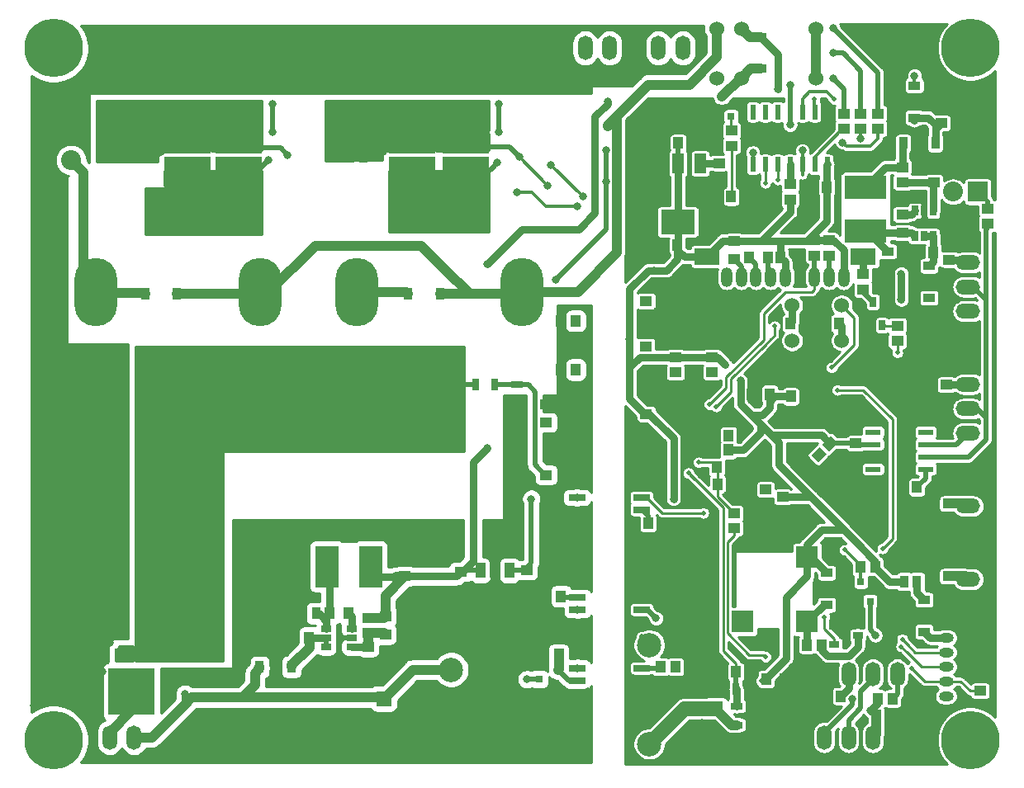
<source format=gbr>
G04 #@! TF.GenerationSoftware,KiCad,Pcbnew,(5.1.4)-1*
G04 #@! TF.CreationDate,2020-01-26T13:19:59+09:00*
G04 #@! TF.ProjectId,Electrocity_Manager_40W,456c6563-7472-46f6-9369-74795f4d616e,rev?*
G04 #@! TF.SameCoordinates,Original*
G04 #@! TF.FileFunction,Copper,L2,Bot*
G04 #@! TF.FilePolarity,Positive*
%FSLAX46Y46*%
G04 Gerber Fmt 4.6, Leading zero omitted, Abs format (unit mm)*
G04 Created by KiCad (PCBNEW (5.1.4)-1) date 2020-01-26 13:19:59*
%MOMM*%
%LPD*%
G04 APERTURE LIST*
%ADD10R,4.850000X3.900000*%
%ADD11R,1.700000X0.650000*%
%ADD12C,1.524000*%
%ADD13R,1.200000X1.000000*%
%ADD14R,1.000000X1.200000*%
%ADD15R,4.200000X2.400000*%
%ADD16R,1.220000X0.910000*%
%ADD17R,2.300000X2.300000*%
%ADD18R,0.800100X0.800100*%
%ADD19C,6.500000*%
%ADD20R,0.965200X1.270000*%
%ADD21C,1.000000*%
%ADD22C,0.100000*%
%ADD23R,0.910000X1.220000*%
%ADD24R,2.032000X2.032000*%
%ADD25O,2.032000X2.032000*%
%ADD26O,2.500000X1.500000*%
%ADD27O,1.500000X2.500000*%
%ADD28C,8.500000*%
%ADD29R,0.690880X1.000760*%
%ADD30R,1.200000X2.000000*%
%ADD31R,3.500000X2.500000*%
%ADD32O,1.524000X1.000000*%
%ADD33R,1.400000X1.270000*%
%ADD34R,4.720000X4.800000*%
%ADD35R,2.400000X4.200000*%
%ADD36C,4.500880*%
%ADD37R,0.700000X1.300000*%
%ADD38R,1.300000X0.700000*%
%ADD39R,1.000760X1.501140*%
%ADD40R,1.998980X2.999740*%
%ADD41C,0.749300*%
%ADD42R,1.250000X1.000000*%
%ADD43R,0.600000X1.500000*%
%ADD44R,1.000760X0.690880*%
%ADD45O,1.200000X2.000000*%
%ADD46R,2.600000X1.700000*%
%ADD47R,1.550000X0.600000*%
%ADD48R,1.000000X0.700000*%
%ADD49R,0.700000X1.000000*%
%ADD50C,2.500000*%
%ADD51O,4.400000X7.000000*%
%ADD52O,7.000000X4.400000*%
%ADD53R,1.600000X1.600000*%
%ADD54C,1.600000*%
%ADD55C,6.000000*%
%ADD56C,0.800000*%
%ADD57C,0.500000*%
%ADD58C,0.800000*%
%ADD59C,1.000000*%
%ADD60C,0.500000*%
%ADD61C,0.300000*%
%ADD62C,1.500000*%
%ADD63C,0.250000*%
%ADD64C,0.254000*%
G04 APERTURE END LIST*
D10*
X70000000Y-109900000D03*
X70000000Y-114100000D03*
X64750000Y-114100000D03*
X64750000Y-109900000D03*
D11*
X104660000Y-147115000D03*
X104660000Y-148385000D03*
X111260000Y-148385000D03*
X111260000Y-147115000D03*
D12*
X131790000Y-127400000D03*
X129250000Y-127400000D03*
X126710000Y-127400000D03*
D13*
X124000000Y-148180000D03*
X124000000Y-146300001D03*
X133250000Y-141550000D03*
X133250000Y-143430000D03*
D14*
X120199999Y-140750000D03*
X118320000Y-140750000D03*
D15*
X134250000Y-115250000D03*
X134250000Y-119750000D03*
D14*
X125550000Y-122500000D03*
X127430000Y-122500000D03*
D16*
X140750000Y-126635000D03*
X140750000Y-123365000D03*
D13*
X120500000Y-111030000D03*
X120500000Y-109470000D03*
D14*
X120180000Y-142250000D03*
X118300000Y-142250000D03*
D17*
X121650000Y-159850000D03*
X128250000Y-159850000D03*
X128250000Y-153250000D03*
D13*
X111750000Y-140430000D03*
X111750000Y-138550000D03*
D14*
X120950000Y-165000000D03*
X119070000Y-165000000D03*
D18*
X120450000Y-108000760D03*
X118550000Y-108000760D03*
X119500000Y-106001780D03*
D13*
X146750000Y-117470000D03*
X146750000Y-119030000D03*
D19*
X82750000Y-102500000D03*
X82750000Y-109500000D03*
X60000000Y-109500000D03*
X60000000Y-102500000D03*
D20*
X138250000Y-155750000D03*
X139520000Y-155750000D03*
D21*
X131921751Y-142921751D03*
D22*
G36*
X132699568Y-142851040D02*
G01*
X131851040Y-143699568D01*
X131143934Y-142992462D01*
X131992462Y-142143934D01*
X132699568Y-142851040D01*
X132699568Y-142851040D01*
G37*
D21*
X130592391Y-141592391D03*
D22*
G36*
X131370208Y-141521680D02*
G01*
X130521680Y-142370208D01*
X129814574Y-141663102D01*
X130663102Y-140814574D01*
X131370208Y-141521680D01*
X131370208Y-141521680D01*
G37*
D13*
X120750000Y-122680000D03*
X120750000Y-120800000D03*
X138000000Y-119950000D03*
X138000000Y-118070000D03*
X119250000Y-112800000D03*
X119250000Y-114680000D03*
D14*
X139320000Y-122000000D03*
X141200000Y-122000000D03*
X114950000Y-121250000D03*
X113070000Y-121250000D03*
D16*
X140250000Y-157615000D03*
X140250000Y-160885000D03*
X130250000Y-158135000D03*
X130250000Y-154865000D03*
X136500000Y-121865000D03*
X136500000Y-125135000D03*
D23*
X141385000Y-110750000D03*
X138115000Y-110750000D03*
X72115000Y-164500000D03*
X75385000Y-164500000D03*
D24*
X145750000Y-115750000D03*
D25*
X143210000Y-115750000D03*
D26*
X144750000Y-128000000D03*
X144750000Y-125500000D03*
X144750000Y-123000000D03*
X144750000Y-120500000D03*
D27*
X59250000Y-171750000D03*
X56750000Y-171750000D03*
D28*
X53250000Y-157250000D03*
X64250000Y-157250000D03*
X64250000Y-146500000D03*
X53250000Y-146500000D03*
D29*
X139300040Y-120300480D03*
X140250000Y-120300480D03*
X141199960Y-120300480D03*
X141199960Y-117699520D03*
X140250000Y-117699520D03*
X139300040Y-117699520D03*
D30*
X115000000Y-112850000D03*
X112700000Y-112850000D03*
X117300000Y-112850000D03*
D31*
X115000000Y-118850000D03*
D11*
X111300000Y-164615000D03*
X111300000Y-165885000D03*
X104700000Y-165885000D03*
X104700000Y-164615000D03*
X111300000Y-158635000D03*
X111300000Y-157365000D03*
X104700000Y-157365000D03*
X104700000Y-158635000D03*
D32*
X142500000Y-160000000D03*
X142500000Y-161500000D03*
X142500000Y-163000000D03*
X142500000Y-164500000D03*
X142500000Y-166000000D03*
X142500000Y-167500000D03*
D13*
X142500000Y-135550000D03*
X142500000Y-137430000D03*
X146000000Y-166950000D03*
X146000000Y-165070000D03*
X142750000Y-120820000D03*
X142750000Y-122700000D03*
D14*
X137180000Y-169500000D03*
X135300000Y-169500000D03*
X122550000Y-136500000D03*
X124430000Y-136500000D03*
D13*
X125750000Y-147070000D03*
X125750000Y-148950000D03*
D14*
X129820000Y-167500000D03*
X131700000Y-167500000D03*
X126570000Y-136750000D03*
X128450000Y-136750000D03*
D13*
X142750000Y-153320000D03*
X142750000Y-155200000D03*
X142750000Y-147750000D03*
X142750000Y-145870000D03*
D14*
X128370000Y-115250000D03*
X130250000Y-115250000D03*
X122320000Y-122500000D03*
X124200000Y-122500000D03*
D13*
X142000000Y-106820000D03*
X142000000Y-108700000D03*
X85000000Y-159320000D03*
X85000000Y-161200000D03*
D14*
X75320000Y-161500000D03*
X77200000Y-161500000D03*
D13*
X101500000Y-144800000D03*
X101500000Y-146680000D03*
D14*
X125930000Y-165750000D03*
X124050000Y-165750000D03*
X119050000Y-145750000D03*
X120930000Y-145750000D03*
D13*
X99500000Y-156450000D03*
X99500000Y-154570000D03*
D33*
X60040000Y-163235000D03*
D34*
X59000000Y-167040000D03*
D33*
X57960000Y-163235000D03*
D24*
X50250000Y-112500000D03*
D25*
X52790000Y-112500000D03*
D35*
X79000000Y-154200000D03*
X83500000Y-154200000D03*
D27*
X137500000Y-165250000D03*
X135000000Y-165250000D03*
X132500000Y-165250000D03*
X130000000Y-165250000D03*
D26*
X144750000Y-153000000D03*
X144750000Y-155500000D03*
X144750000Y-148000000D03*
X144750000Y-145500000D03*
D27*
X108000000Y-101000000D03*
X105500000Y-101000000D03*
X113000000Y-101000000D03*
X115500000Y-101000000D03*
D36*
X99000000Y-101500000D03*
D18*
X102750760Y-164800000D03*
X102750760Y-166700000D03*
X100751780Y-165750000D03*
D14*
X101220000Y-163250000D03*
X102780000Y-163250000D03*
D21*
X130551543Y-143801543D03*
D22*
G36*
X129773726Y-143872254D02*
G01*
X130622254Y-143023726D01*
X131329360Y-143730832D01*
X130480832Y-144579360D01*
X129773726Y-143872254D01*
X129773726Y-143872254D01*
G37*
D21*
X129448457Y-142698457D03*
D22*
G36*
X128670640Y-142769168D02*
G01*
X129519168Y-141920640D01*
X130226274Y-142627746D01*
X129377746Y-143476274D01*
X128670640Y-142769168D01*
X128670640Y-142769168D01*
G37*
D14*
X101470000Y-157250000D03*
X103030000Y-157250000D03*
X137940000Y-146060000D03*
X139500000Y-146060000D03*
X114780000Y-164500000D03*
X113220000Y-164500000D03*
X135470000Y-167750000D03*
X137030000Y-167750000D03*
X129780000Y-162250000D03*
X128220000Y-162250000D03*
X113500000Y-149750000D03*
X111940000Y-149750000D03*
D13*
X130500000Y-120720000D03*
X130500000Y-122280000D03*
X129000000Y-122280000D03*
X129000000Y-120720000D03*
X137500000Y-131030000D03*
X137500000Y-129470000D03*
X134000000Y-124220000D03*
X134000000Y-125780000D03*
X138000000Y-113220000D03*
X138000000Y-114780000D03*
X141250000Y-113220000D03*
X141250000Y-114780000D03*
X83250000Y-161030000D03*
X83250000Y-159470000D03*
X83250000Y-162470000D03*
X83250000Y-164030000D03*
X120750000Y-148720000D03*
X120750000Y-150280000D03*
D26*
X144750000Y-140500000D03*
X144750000Y-138000000D03*
X144750000Y-135500000D03*
X144750000Y-133000000D03*
D13*
X101500000Y-137550000D03*
X101500000Y-139430000D03*
D23*
X63635000Y-126250000D03*
X60365000Y-126250000D03*
X87365000Y-126250000D03*
X90635000Y-126250000D03*
D37*
X94300000Y-135500000D03*
X96200000Y-135500000D03*
D38*
X98500000Y-137450000D03*
X98500000Y-135550000D03*
D39*
X97751140Y-154602360D03*
X96250000Y-154602360D03*
X94748860Y-154602360D03*
D40*
X96250000Y-151650880D03*
D41*
X96250000Y-153500000D03*
D22*
G36*
X95749620Y-153874650D02*
G01*
X95249240Y-153125350D01*
X97250760Y-153125350D01*
X96750380Y-153874650D01*
X95749620Y-153874650D01*
X95749620Y-153874650D01*
G37*
D42*
X92750000Y-156750000D03*
X92750000Y-154750000D03*
D38*
X121000000Y-170450000D03*
X121000000Y-168550000D03*
D27*
X130000000Y-171750000D03*
X132500000Y-171750000D03*
X135000000Y-171750000D03*
X137500000Y-171750000D03*
D14*
X129620000Y-129250000D03*
X131500000Y-129250000D03*
X128430000Y-129250000D03*
X126550000Y-129250000D03*
D16*
X123500000Y-103135000D03*
X123500000Y-99865000D03*
D14*
X122030000Y-116250000D03*
X120470000Y-116250000D03*
D16*
X139250000Y-104865000D03*
X139250000Y-108135000D03*
D13*
X132000000Y-107720000D03*
X132000000Y-109280000D03*
X133750000Y-109280000D03*
X133750000Y-107720000D03*
X135500000Y-107720000D03*
X135500000Y-109280000D03*
X126500000Y-114970000D03*
X126500000Y-116530000D03*
D43*
X130310000Y-112950000D03*
X129040000Y-112950000D03*
X127770000Y-112950000D03*
X126500000Y-112950000D03*
X125230000Y-112950000D03*
X123960000Y-112950000D03*
X122690000Y-112950000D03*
X122690000Y-107550000D03*
X123960000Y-107550000D03*
X125230000Y-107550000D03*
X126500000Y-107550000D03*
X127770000Y-107550000D03*
X129040000Y-107550000D03*
X130310000Y-107550000D03*
D12*
X129160000Y-99000000D03*
X129160000Y-104080000D03*
X121540000Y-99000000D03*
X121540000Y-104080000D03*
X119000000Y-104080000D03*
X119000000Y-99000000D03*
X131790000Y-131000000D03*
X129250000Y-131000000D03*
X126710000Y-131000000D03*
D14*
X79320000Y-159000000D03*
X81200000Y-159000000D03*
D13*
X87000000Y-153320000D03*
X87000000Y-155200000D03*
D44*
X78949520Y-160550040D03*
X78949520Y-161500000D03*
X78949520Y-162449960D03*
X81550480Y-162449960D03*
X81550480Y-161500000D03*
X81550480Y-160550040D03*
D23*
X74615000Y-159000000D03*
X77885000Y-159000000D03*
D14*
X115050000Y-110750000D03*
X116930000Y-110750000D03*
D37*
X120950000Y-166750000D03*
X119050000Y-166750000D03*
D13*
X114750000Y-134280000D03*
X114750000Y-132720000D03*
X118500000Y-132720000D03*
X118500000Y-134280000D03*
D45*
X132000000Y-124500000D03*
X130500000Y-124500000D03*
X129000000Y-124500000D03*
X127500000Y-124500000D03*
X126000000Y-124500000D03*
X124500000Y-124500000D03*
X123000000Y-124500000D03*
X121500000Y-124500000D03*
X120000000Y-124500000D03*
D46*
X134000000Y-122400000D03*
X118000000Y-122400000D03*
D47*
X135020000Y-144215000D03*
X135020000Y-142945000D03*
X135020000Y-141675000D03*
X135020000Y-140405000D03*
X140420000Y-140405000D03*
X140420000Y-141675000D03*
X140420000Y-142945000D03*
X140420000Y-144215000D03*
D14*
X118970000Y-144000000D03*
X120530000Y-144000000D03*
D13*
X111710000Y-130030000D03*
X111710000Y-131590000D03*
D14*
X102970000Y-134000000D03*
X104530000Y-134000000D03*
D13*
X111750000Y-126970000D03*
X111750000Y-128530000D03*
D14*
X104530000Y-129000000D03*
X102970000Y-129000000D03*
D18*
X134700000Y-157750760D03*
X132800000Y-157750760D03*
X133750000Y-155751780D03*
D14*
X133720000Y-154250000D03*
X135280000Y-154250000D03*
D10*
X87750000Y-114100000D03*
X87750000Y-109900000D03*
X93250000Y-109900000D03*
X93250000Y-114100000D03*
D48*
X131050000Y-162200000D03*
X131050000Y-160300000D03*
X133450000Y-161250000D03*
D49*
X135000000Y-127050000D03*
X134050000Y-129450000D03*
X135950000Y-129450000D03*
D50*
X91750000Y-164790000D03*
X91750000Y-159710000D03*
X91750000Y-152090000D03*
X112070000Y-172410000D03*
X112070000Y-162250000D03*
X112070000Y-152090000D03*
D51*
X72200000Y-126000000D03*
X55300000Y-126000000D03*
D52*
X63750000Y-117600000D03*
D51*
X63750000Y-135500000D03*
X90550000Y-135500000D03*
D52*
X90550000Y-117600000D03*
D51*
X82100000Y-126000000D03*
X99000000Y-126000000D03*
D53*
X84850000Y-167750000D03*
D54*
X84850000Y-170250000D03*
D53*
X118860000Y-168770000D03*
D54*
X118860000Y-172270000D03*
D55*
X51000000Y-172000000D03*
X145000000Y-101000000D03*
X145000000Y-172000000D03*
X51000000Y-101000000D03*
D56*
X131280000Y-160200000D03*
X110000000Y-174250000D03*
X114250000Y-174250000D03*
X118250000Y-174250000D03*
X122250000Y-174250000D03*
X126250000Y-174250000D03*
X130250000Y-174250000D03*
X134250000Y-174250000D03*
X138250000Y-174250000D03*
X141250000Y-173250000D03*
X141500000Y-169500000D03*
X147250000Y-163750000D03*
X110000000Y-170250000D03*
X110000000Y-166250000D03*
X110000000Y-155000000D03*
X110000000Y-151000000D03*
X110000000Y-145750000D03*
X110000000Y-141750000D03*
X110000000Y-138750000D03*
X110000000Y-122750000D03*
X110000000Y-118750000D03*
X110000000Y-114750000D03*
X110000000Y-111750000D03*
X110500000Y-108250000D03*
X112500000Y-106500000D03*
X115250000Y-106500000D03*
X118250000Y-106500000D03*
X120750000Y-106500000D03*
X141500000Y-103250000D03*
X143000000Y-104750000D03*
X145000000Y-105000000D03*
X147000000Y-104500000D03*
X147000000Y-113500000D03*
X147000000Y-142250000D03*
X147000000Y-145250000D03*
X147000000Y-148250000D03*
X147000000Y-152250000D03*
X147000000Y-156250000D03*
X147000000Y-160250000D03*
D57*
X128370000Y-115250000D03*
D56*
X141240000Y-136880000D03*
X130000000Y-109750000D03*
X122500000Y-110250000D03*
X123000000Y-164250000D03*
X127250000Y-164250000D03*
X136250000Y-163750000D03*
X143000000Y-156750000D03*
X144000000Y-167250000D03*
X144000000Y-165000000D03*
X144000000Y-162250000D03*
X141000000Y-167000000D03*
X115750000Y-145750000D03*
X115000000Y-137500000D03*
X123250000Y-137500000D03*
X122000000Y-140000000D03*
X124000000Y-142000000D03*
X124250000Y-145000000D03*
X125000000Y-139250000D03*
X122000000Y-143500000D03*
X127500000Y-138000000D03*
X128500000Y-143750000D03*
X141250000Y-128750000D03*
X141250000Y-132750000D03*
X144000000Y-129500000D03*
X145500000Y-130000000D03*
X142500000Y-114000000D03*
X137000000Y-106000000D03*
D57*
X136500000Y-103000000D03*
D56*
X111250000Y-136500000D03*
X138750000Y-160000000D03*
X137000000Y-154000000D03*
X141000000Y-155250000D03*
X114000000Y-125250000D03*
X126750000Y-149750000D03*
X136000000Y-151000000D03*
X127430000Y-122500000D03*
X113500000Y-108500000D03*
X113500000Y-111250000D03*
X118750000Y-110250000D03*
X113500000Y-114750000D03*
X113500000Y-116500000D03*
X116250000Y-116500000D03*
X116250000Y-114750000D03*
X118750000Y-116500000D03*
X117750000Y-120500000D03*
X120500000Y-118750000D03*
X123500000Y-118750000D03*
X123500000Y-116000000D03*
X129000000Y-116750000D03*
X116000000Y-124000000D03*
X118500000Y-124000000D03*
X117500000Y-125500000D03*
X121000000Y-126250000D03*
X124000000Y-126250000D03*
X123000000Y-128250000D03*
X121750000Y-130250000D03*
X120000000Y-130250000D03*
X116750000Y-130250000D03*
X113000000Y-130250000D03*
X113000000Y-128000000D03*
X111250000Y-134250000D03*
X130500000Y-146750000D03*
X136000000Y-146750000D03*
X133000000Y-149500000D03*
X138000000Y-147250000D03*
X138000000Y-151000000D03*
X141500000Y-151000000D03*
X141500000Y-147250000D03*
X144250000Y-150000000D03*
X146000000Y-150000000D03*
X146000000Y-151250000D03*
X144250000Y-151250000D03*
X144000000Y-159250000D03*
X127250000Y-167500000D03*
X128750000Y-167500000D03*
X122500000Y-166750000D03*
X128250000Y-170750000D03*
X128250000Y-172750000D03*
X139000000Y-169500000D03*
X114250000Y-166250000D03*
X117500000Y-170250000D03*
X114250000Y-159000000D03*
X114250000Y-151000000D03*
X118500000Y-155000000D03*
X118500000Y-159000000D03*
X138000000Y-144250000D03*
X138000000Y-140250000D03*
X141250000Y-139250000D03*
X136500000Y-111750000D03*
X131700000Y-167500000D03*
X142750000Y-155200000D03*
X142750000Y-147750000D03*
X142500000Y-135550000D03*
X142750000Y-122700000D03*
X134730000Y-168930000D03*
X140750000Y-126635000D03*
D57*
X123550000Y-165950002D03*
D56*
X115050000Y-110750000D03*
X126500000Y-104750000D03*
X111750000Y-138550000D03*
X126510779Y-108889220D03*
X114550000Y-147250000D03*
D57*
X120180000Y-142250000D03*
X124430000Y-136500000D03*
X126570000Y-136750000D03*
X130592391Y-141592391D03*
X125750000Y-147070000D03*
D56*
X121405564Y-135111968D03*
X119850002Y-133500000D03*
X121405564Y-135111968D03*
X110050000Y-130850000D03*
X112550000Y-123810000D03*
D57*
X120199999Y-140750000D03*
X124000000Y-146300001D03*
D56*
X126550000Y-129250000D03*
X131500000Y-129250000D03*
X142000000Y-108700000D03*
X139250000Y-108410000D03*
X125250000Y-105250000D03*
X119250000Y-112800000D03*
X137900000Y-124150000D03*
X137900000Y-126810000D03*
X101500000Y-139430000D03*
X99970000Y-147250000D03*
X107650000Y-111490000D03*
X107650000Y-114690000D03*
X102500000Y-124750000D03*
X55250000Y-144000000D03*
X56000000Y-145000000D03*
X56000000Y-149000000D03*
X50000000Y-149000000D03*
X52250000Y-150000000D03*
X53750000Y-150000000D03*
X55250000Y-150000000D03*
X50000000Y-157000000D03*
X55250000Y-160000000D03*
X50750000Y-160000000D03*
X51500000Y-161000000D03*
X53000000Y-161000000D03*
X54500000Y-161000000D03*
X62750000Y-102250000D03*
X60500000Y-105250000D03*
X59000000Y-105250000D03*
X57500000Y-103250000D03*
X57500000Y-101250000D03*
X61250000Y-100250000D03*
X58250000Y-100250000D03*
X59000000Y-99250000D03*
X60500000Y-99250000D03*
X83000000Y-105250000D03*
X81500000Y-105250000D03*
X80750000Y-104250000D03*
X84000000Y-100250000D03*
X80750000Y-100250000D03*
X80000000Y-101250000D03*
X80000000Y-103250000D03*
X56750000Y-160000000D03*
X56750000Y-158000000D03*
X56750000Y-148000000D03*
X50000000Y-147000000D03*
X49250000Y-150000000D03*
X50000000Y-159000000D03*
X49250000Y-160000000D03*
X50000000Y-161000000D03*
X51500000Y-163000000D03*
X54500000Y-163000000D03*
X56750000Y-162000000D03*
X58250000Y-160000000D03*
X58250000Y-158000000D03*
X58250000Y-156000000D03*
X58250000Y-154000000D03*
X58250000Y-152000000D03*
X58250000Y-150000000D03*
X58250000Y-148000000D03*
X58250000Y-146000000D03*
X58250000Y-144000000D03*
X58250000Y-142000000D03*
X58250000Y-140000000D03*
X57500000Y-141000000D03*
X57500000Y-143000000D03*
X57500000Y-145000000D03*
X57500000Y-147000000D03*
X57500000Y-149000000D03*
X57500000Y-151000000D03*
X57500000Y-153000000D03*
X57500000Y-155000000D03*
X57500000Y-157000000D03*
X57500000Y-159000000D03*
X57500000Y-161000000D03*
X56000000Y-163000000D03*
X55250000Y-164000000D03*
X53750000Y-164000000D03*
X52250000Y-164000000D03*
X50750000Y-164000000D03*
X50000000Y-163000000D03*
X49250000Y-164000000D03*
X49250000Y-162000000D03*
X49250000Y-158000000D03*
X49250000Y-156000000D03*
X49250000Y-154000000D03*
X49250000Y-152000000D03*
X50000000Y-153000000D03*
X50000000Y-155000000D03*
X49250000Y-148000000D03*
X49250000Y-146000000D03*
X49250000Y-144000000D03*
X49250000Y-142000000D03*
X49250000Y-140000000D03*
X50000000Y-141000000D03*
X50000000Y-141000000D03*
X50000000Y-141000000D03*
X50000000Y-143000000D03*
X50000000Y-145000000D03*
X50750000Y-144000000D03*
X50750000Y-142000000D03*
X50750000Y-140000000D03*
X51500000Y-141000000D03*
X51500000Y-143000000D03*
X52250000Y-142000000D03*
X52250000Y-140000000D03*
X53000000Y-141000000D03*
X53000000Y-143000000D03*
X53750000Y-140000000D03*
X53750000Y-142000000D03*
X56000000Y-143000000D03*
X56750000Y-144000000D03*
X56750000Y-142000000D03*
X56750000Y-140000000D03*
X55250000Y-140000000D03*
X56000000Y-141000000D03*
X54500000Y-141000000D03*
X54500000Y-143000000D03*
X56750000Y-146000000D03*
X56750000Y-152000000D03*
X56750000Y-154000000D03*
X56750000Y-156000000D03*
X56000000Y-155000000D03*
X56000000Y-153000000D03*
X55250000Y-154000000D03*
X53750000Y-154000000D03*
X52250000Y-154000000D03*
X50750000Y-154000000D03*
X50000000Y-151000000D03*
X56750000Y-150000000D03*
X102500000Y-103250000D03*
X102500000Y-101250000D03*
X102500000Y-99250000D03*
X98750000Y-104250000D03*
X97250000Y-104250000D03*
X96500000Y-103250000D03*
X96500000Y-101250000D03*
X96500000Y-99250000D03*
X101000000Y-99250000D03*
X100250000Y-104250000D03*
X101000000Y-103250000D03*
X101750000Y-104250000D03*
X101750000Y-102250000D03*
X101750000Y-100250000D03*
X99500000Y-103250000D03*
X101000000Y-101250000D03*
X99500000Y-99250000D03*
X98000000Y-99250000D03*
X97250000Y-102250000D03*
X97250000Y-100250000D03*
X98000000Y-103250000D03*
X55220000Y-142020000D03*
X50000000Y-165000000D03*
X51500000Y-165000000D03*
X53000000Y-165000000D03*
X54500000Y-165000000D03*
X56000000Y-165000000D03*
X96600000Y-109610000D03*
X96680000Y-106750000D03*
X73430000Y-109600000D03*
X73430000Y-106750000D03*
X85500000Y-100250000D03*
X85500000Y-102250000D03*
X85500000Y-104250000D03*
X86250000Y-101250000D03*
X86250000Y-99250000D03*
X86250000Y-103250000D03*
X86250000Y-105250000D03*
X80000000Y-105250000D03*
X80000000Y-99250000D03*
X79250000Y-100250000D03*
X79250000Y-102250000D03*
X79250000Y-104250000D03*
X78500000Y-105250000D03*
X78500000Y-103250000D03*
X78500000Y-101250000D03*
X78500000Y-99250000D03*
X81500000Y-99250000D03*
X83000000Y-99250000D03*
X84750000Y-99250000D03*
X84750000Y-105250000D03*
X77750000Y-100250000D03*
X77750000Y-102250000D03*
X77750000Y-104250000D03*
X77000000Y-105250000D03*
X77000000Y-103250000D03*
X77000000Y-101250000D03*
X77000000Y-99250000D03*
X87000000Y-100250000D03*
X87000000Y-102250000D03*
X87000000Y-104250000D03*
X87750000Y-105250000D03*
X87750000Y-103250000D03*
X87750000Y-101250000D03*
X87750000Y-99250000D03*
X62000000Y-99250000D03*
X57500000Y-99250000D03*
X56000000Y-99250000D03*
X56750000Y-100250000D03*
X62750000Y-100250000D03*
X56000000Y-101250000D03*
X56750000Y-102250000D03*
X56000000Y-103250000D03*
X56750000Y-104250000D03*
X56000000Y-105250000D03*
X57500000Y-105250000D03*
X62000000Y-105250000D03*
X63500000Y-105250000D03*
X62750000Y-104250000D03*
X63500000Y-103250000D03*
X63500000Y-101250000D03*
X64250000Y-104250000D03*
X64250000Y-102250000D03*
X64250000Y-100250000D03*
X63500000Y-99250000D03*
X65000000Y-99250000D03*
X65000000Y-101250000D03*
X65000000Y-103250000D03*
X65000000Y-105250000D03*
X55250000Y-104250000D03*
X55250000Y-102250000D03*
X55250000Y-100250000D03*
X105750000Y-174000000D03*
X105750000Y-170250000D03*
X105750000Y-167000000D03*
X105750000Y-163500000D03*
X105750000Y-162250000D03*
X105750000Y-155000000D03*
X105750000Y-151000000D03*
X105750000Y-149250000D03*
X105750000Y-145750000D03*
X105750000Y-144250000D03*
X101500000Y-149250000D03*
X101500000Y-151000000D03*
X101500000Y-155000000D03*
X101500000Y-174000000D03*
X97250000Y-174000000D03*
X93000000Y-174000000D03*
X88750000Y-174000000D03*
X84500000Y-174000000D03*
X80250000Y-174000000D03*
X76250000Y-174000000D03*
X72000000Y-174000000D03*
X67750000Y-174000000D03*
X63500000Y-174000000D03*
X59250000Y-174000000D03*
X55000000Y-174000000D03*
X55000000Y-169750000D03*
X52300000Y-168300000D03*
X49000000Y-168500000D03*
X62500000Y-165250000D03*
X66750000Y-165250000D03*
X69750000Y-161750000D03*
X69750000Y-157500000D03*
X69750000Y-153750000D03*
X69750000Y-149750000D03*
X74250000Y-149750000D03*
X77750000Y-149750000D03*
X81750000Y-149750000D03*
X85750000Y-149750000D03*
X90000000Y-149750000D03*
X85750000Y-153000000D03*
X80250000Y-170250000D03*
X80250000Y-163750000D03*
X88750000Y-170250000D03*
X93000000Y-170250000D03*
X97500000Y-170250000D03*
X101500000Y-170250000D03*
X101500000Y-167250000D03*
X93000000Y-167250000D03*
X88750000Y-167250000D03*
X84500000Y-163750000D03*
X88750000Y-156750000D03*
X86750000Y-160000000D03*
X88750000Y-160000000D03*
X97500000Y-167250000D03*
X67750000Y-169250000D03*
X72000000Y-169250000D03*
X76250000Y-169250000D03*
X73500000Y-166000000D03*
X78250000Y-166000000D03*
X84000000Y-165750000D03*
X88750000Y-163000000D03*
X74250000Y-153750000D03*
X74250000Y-157500000D03*
X74250000Y-161750000D03*
X93000000Y-162250000D03*
X99750000Y-162000000D03*
X99750000Y-158750000D03*
X98000000Y-157500000D03*
X98250000Y-150000000D03*
X98250000Y-152500000D03*
X53000000Y-163000000D03*
X52250000Y-162000000D03*
X50750000Y-162000000D03*
X53750000Y-162000000D03*
X55250000Y-162000000D03*
X56000000Y-161000000D03*
X51500000Y-153000000D03*
X53000000Y-153000000D03*
X54500000Y-153000000D03*
X55250000Y-152000000D03*
X53750000Y-152000000D03*
X52250000Y-152000000D03*
X50750000Y-152000000D03*
X51500000Y-151000000D03*
X53000000Y-151000000D03*
X54500000Y-151000000D03*
X56000000Y-151000000D03*
X50750000Y-150000000D03*
X64470000Y-167250000D03*
X101500000Y-144800000D03*
X99520000Y-165770000D03*
D57*
X137887318Y-162413651D03*
X138000000Y-161660000D03*
D56*
X137030000Y-167750000D03*
X132900000Y-167800000D03*
X135250000Y-161250000D03*
X112750000Y-159500000D03*
X114780000Y-164500000D03*
D57*
X125240000Y-114510000D03*
X123960000Y-114830000D03*
D56*
X107780000Y-108990000D03*
X104700000Y-158635000D03*
D57*
X130030000Y-159380000D03*
X129448457Y-142698457D03*
X130770000Y-133780000D03*
D56*
X118500000Y-134280000D03*
X114750000Y-134280000D03*
D57*
X118930000Y-137780000D03*
X124910000Y-129530000D03*
X118240000Y-137570000D03*
D56*
X104660000Y-147115000D03*
D57*
X124000000Y-163470000D03*
X135020000Y-144215000D03*
X135020000Y-140405000D03*
X120470000Y-116250000D03*
X104530000Y-134000000D03*
X117610000Y-148700000D03*
D56*
X130920000Y-104100000D03*
X130920000Y-101500000D03*
X130920000Y-98950000D03*
X139250000Y-103830000D03*
D57*
X131000000Y-106250000D03*
X129000000Y-106250000D03*
D56*
X127770000Y-111510000D03*
X133750000Y-110320000D03*
X131900000Y-110690000D03*
X122690000Y-111730000D03*
D57*
X137500000Y-132250000D03*
X117130000Y-143510000D03*
X116080000Y-144620000D03*
X146000000Y-166950000D03*
X131355000Y-136089529D03*
X138950000Y-164630000D03*
X135980000Y-152340000D03*
D56*
X75000000Y-112000000D03*
X98730000Y-112160000D03*
X101670000Y-115110000D03*
D57*
X104530000Y-129000000D03*
D56*
X102000000Y-112960000D03*
X105260000Y-116240000D03*
X98530000Y-115800000D03*
X104710000Y-117230000D03*
D57*
X132124081Y-152495919D03*
D56*
X111710000Y-131590000D03*
X111750000Y-126970000D03*
X104700000Y-164615000D03*
X107780000Y-106490000D03*
X92750000Y-154750000D03*
X95450000Y-142020000D03*
X95440000Y-123170000D03*
X73000000Y-112500000D03*
X96500000Y-112750000D03*
D58*
X129250000Y-129620000D02*
X129620000Y-129250000D01*
X129250000Y-131000000D02*
X129250000Y-129620000D01*
X129250000Y-128430000D02*
X128430000Y-129250000D01*
X129250000Y-127400000D02*
X129250000Y-128430000D01*
X142750000Y-147750000D02*
X142520000Y-147750000D01*
D59*
X144500000Y-147750000D02*
X144750000Y-148000000D01*
X142750000Y-147750000D02*
X144500000Y-147750000D01*
X144450000Y-155200000D02*
X144750000Y-155500000D01*
X142750000Y-155200000D02*
X144450000Y-155200000D01*
X135300000Y-171450000D02*
X135000000Y-171750000D01*
X135300000Y-169500000D02*
X135300000Y-171450000D01*
D58*
X132500000Y-166700000D02*
X131700000Y-167500000D01*
X132500000Y-165250000D02*
X132500000Y-166700000D01*
X144700000Y-135550000D02*
X144750000Y-135500000D01*
X142500000Y-135550000D02*
X144700000Y-135550000D01*
X144450000Y-122700000D02*
X144750000Y-123000000D01*
X142750000Y-122700000D02*
X144450000Y-122700000D01*
X135470000Y-167750000D02*
X135470000Y-168190000D01*
X135470000Y-168190000D02*
X134730000Y-168930000D01*
X135300000Y-169500000D02*
X134730000Y-168930000D01*
X130250000Y-113010000D02*
X130310000Y-112950000D01*
X130250000Y-115250000D02*
X130250000Y-113010000D01*
X128180000Y-153180000D02*
X128250000Y-153250000D01*
D60*
X115050000Y-112800000D02*
X115000000Y-112850000D01*
X115050000Y-110750000D02*
X115050000Y-112800000D01*
X126500000Y-107550000D02*
X126500000Y-104750000D01*
X130310000Y-112500000D02*
X130310000Y-112950000D01*
D58*
X115000000Y-112850000D02*
X115000000Y-118850000D01*
X115000000Y-121200000D02*
X114950000Y-121250000D01*
X115000000Y-118850000D02*
X115000000Y-121200000D01*
X114950000Y-121250000D02*
X114950000Y-121700000D01*
X115650000Y-122400000D02*
X118000000Y-122400000D01*
X114950000Y-121700000D02*
X115650000Y-122400000D01*
X119600000Y-120800000D02*
X118000000Y-122400000D01*
X120750000Y-120800000D02*
X119600000Y-120800000D01*
X125550000Y-121100000D02*
X125550000Y-122500000D01*
X125250000Y-120800000D02*
X125550000Y-121100000D01*
X126000000Y-122950000D02*
X126000000Y-124500000D01*
X125550000Y-122500000D02*
X126000000Y-122950000D01*
X125250000Y-120800000D02*
X128200000Y-120800000D01*
X128280000Y-120720000D02*
X129000000Y-120720000D01*
X128200000Y-120800000D02*
X128280000Y-120720000D01*
X129000000Y-120720000D02*
X130500000Y-120720000D01*
X130500000Y-120720000D02*
X130970000Y-120720000D01*
X132000000Y-121750000D02*
X132000000Y-124500000D01*
X130970000Y-120720000D02*
X132000000Y-121750000D01*
X111650000Y-138550000D02*
X111750000Y-138550000D01*
X110050000Y-136950000D02*
X111650000Y-138550000D01*
X128635000Y-153250000D02*
X130250000Y-154865000D01*
X128250000Y-153250000D02*
X128635000Y-153250000D01*
X122860000Y-120800000D02*
X123540000Y-120800000D01*
X122860000Y-120800000D02*
X125250000Y-120800000D01*
X120750000Y-120800000D02*
X122860000Y-120800000D01*
X126500000Y-117840000D02*
X126500000Y-116530000D01*
X123540000Y-120800000D02*
X126500000Y-117840000D01*
X130250000Y-118750000D02*
X128200000Y-120800000D01*
X130250000Y-115250000D02*
X130250000Y-118750000D01*
D60*
X126500000Y-107550000D02*
X126500000Y-108878441D01*
X126500000Y-108878441D02*
X126510779Y-108889220D01*
D58*
X110050000Y-129480000D02*
X110050000Y-130850000D01*
X114750000Y-132720000D02*
X118500000Y-132720000D01*
X114550000Y-145850000D02*
X114550000Y-147250000D01*
X114550000Y-141049998D02*
X114550000Y-145850000D01*
X112050002Y-138550000D02*
X114550000Y-141049998D01*
X111750000Y-138550000D02*
X112050002Y-138550000D01*
X124050000Y-165669999D02*
X124050000Y-165750000D01*
X126080000Y-163639999D02*
X124050000Y-165669999D01*
X126080000Y-157370000D02*
X126080000Y-163639999D01*
X128250000Y-155200000D02*
X126080000Y-157370000D01*
X128250000Y-153250000D02*
X128250000Y-155200000D01*
X136750000Y-155750000D02*
X138250000Y-155750000D01*
X123459998Y-139590000D02*
X123459998Y-140460002D01*
X121670000Y-142250000D02*
X120180000Y-142250000D01*
X123459998Y-140460002D02*
X121670000Y-142250000D01*
X123459998Y-139590000D02*
X122529998Y-138660000D01*
X123670000Y-138660000D02*
X124430000Y-137900000D01*
X122529998Y-138660000D02*
X123670000Y-138660000D01*
X124950000Y-136750000D02*
X124430000Y-137270000D01*
X126570000Y-136750000D02*
X124950000Y-136750000D01*
X124430000Y-137900000D02*
X124430000Y-137270000D01*
X124430000Y-137270000D02*
X124430000Y-136500000D01*
D60*
X133125000Y-141675000D02*
X133000000Y-141550000D01*
X135020000Y-141675000D02*
X133125000Y-141675000D01*
D58*
X129730000Y-140730000D02*
X130592391Y-141592391D01*
X124599998Y-140730000D02*
X129730000Y-140730000D01*
X124599998Y-140730000D02*
X123459998Y-139590000D01*
X125320000Y-141450002D02*
X124599998Y-140730000D01*
D60*
X130634782Y-141550000D02*
X130592391Y-141592391D01*
X133000000Y-141550000D02*
X130634782Y-141550000D01*
D61*
X121397534Y-135119998D02*
X121405564Y-135111968D01*
X121369998Y-135119998D02*
X121397534Y-135119998D01*
D58*
X119070002Y-132720000D02*
X119850002Y-133500000D01*
X118500000Y-132720000D02*
X119070002Y-132720000D01*
X121405564Y-135677653D02*
X121405564Y-135111968D01*
X121405564Y-137535566D02*
X121405564Y-135677653D01*
X122529998Y-138660000D02*
X121405564Y-137535566D01*
X136680000Y-155750000D02*
X136750000Y-155750000D01*
X135280000Y-154350000D02*
X136680000Y-155750000D01*
X135280000Y-154250000D02*
X135280000Y-154350000D01*
X125320000Y-143759998D02*
X125320000Y-141450002D01*
X135280000Y-154250000D02*
X135280000Y-153719998D01*
X127155001Y-147064999D02*
X128625001Y-147064999D01*
X127150000Y-147070000D02*
X127155001Y-147064999D01*
X125750000Y-147070000D02*
X127150000Y-147070000D01*
X128625001Y-147064999D02*
X125320000Y-143759998D01*
X135280000Y-153719998D02*
X133025001Y-151464999D01*
X128250000Y-151960000D02*
X128250000Y-153250000D01*
X128745001Y-151464999D02*
X128250000Y-151960000D01*
X129745001Y-150464999D02*
X128745001Y-151464999D01*
X132025001Y-150464999D02*
X129745001Y-150464999D01*
X132025001Y-150464999D02*
X128625001Y-147064999D01*
X133025001Y-151464999D02*
X132025001Y-150464999D01*
X111080000Y-132720000D02*
X110050000Y-133750000D01*
X114750000Y-132720000D02*
X111080000Y-132720000D01*
X110050000Y-129480000D02*
X110050000Y-133750000D01*
X110050000Y-133750000D02*
X110050000Y-136950000D01*
X114950000Y-122650000D02*
X114950000Y-121250000D01*
X113790000Y-123810000D02*
X114950000Y-122650000D01*
X110050000Y-125730000D02*
X111970000Y-123810000D01*
X110050000Y-129480000D02*
X110050000Y-125730000D01*
X111970000Y-123810000D02*
X112550000Y-123810000D01*
X112550000Y-123810000D02*
X113790000Y-123810000D01*
D59*
X122405000Y-99865000D02*
X121540000Y-99000000D01*
X123500000Y-99865000D02*
X122405000Y-99865000D01*
D58*
X126710000Y-129090000D02*
X126550000Y-129250000D01*
X126710000Y-127400000D02*
X126710000Y-129090000D01*
X131790000Y-129540000D02*
X131500000Y-129250000D01*
X131790000Y-131000000D02*
X131790000Y-129540000D01*
X141385000Y-109315000D02*
X142000000Y-108700000D01*
X141385000Y-110750000D02*
X141385000Y-109315000D01*
X119200000Y-112850000D02*
X119250000Y-112800000D01*
X117300000Y-112850000D02*
X119200000Y-112850000D01*
X141385000Y-108860000D02*
X141385000Y-109315000D01*
X140660000Y-108135000D02*
X141385000Y-108860000D01*
X139250000Y-108135000D02*
X140660000Y-108135000D01*
X139250000Y-108135000D02*
X139250000Y-108410000D01*
X125250000Y-101615000D02*
X123500000Y-99865000D01*
X125250000Y-105250000D02*
X125250000Y-101615000D01*
X137900000Y-124150000D02*
X137900000Y-126810000D01*
D60*
X121500000Y-123430000D02*
X121500000Y-124500000D01*
X120750000Y-122680000D02*
X121500000Y-123430000D01*
X122820000Y-124070000D02*
X123000000Y-124250000D01*
X123000000Y-123180000D02*
X123000000Y-124500000D01*
X122320000Y-122500000D02*
X123000000Y-123180000D01*
X124700000Y-124050000D02*
X124500000Y-124250000D01*
X124200000Y-124200000D02*
X124500000Y-124500000D01*
X124200000Y-122500000D02*
X124200000Y-124200000D01*
X107650000Y-114690000D02*
X107650000Y-117850000D01*
X107650000Y-111490000D02*
X107650000Y-114690000D01*
X102500000Y-124750000D02*
X107500000Y-119750000D01*
X107650000Y-119600000D02*
X107500000Y-119750000D01*
X107650000Y-117850000D02*
X107650000Y-119600000D01*
X99467640Y-154602360D02*
X99500000Y-154570000D01*
X97751140Y-154602360D02*
X99467640Y-154602360D01*
X99500000Y-154320000D02*
X99500000Y-154570000D01*
X99970000Y-147250000D02*
X99970000Y-153850000D01*
X99970000Y-153850000D02*
X99500000Y-154320000D01*
X80550100Y-161500000D02*
X80300100Y-161750000D01*
X81550480Y-161500000D02*
X80550100Y-161500000D01*
X96600000Y-109610000D02*
X96600000Y-106830000D01*
X96600000Y-106830000D02*
X96680000Y-106750000D01*
X73430000Y-109600000D02*
X73430000Y-106750000D01*
D58*
X134385000Y-119750000D02*
X136500000Y-121865000D01*
X134250000Y-119750000D02*
X134385000Y-119750000D01*
X134450000Y-119950000D02*
X134250000Y-119750000D01*
X138000000Y-119950000D02*
X134450000Y-119950000D01*
X138949560Y-119950000D02*
X139249990Y-120250430D01*
X138000000Y-119950000D02*
X138949560Y-119950000D01*
X138929560Y-118070000D02*
X139300040Y-117699520D01*
X138000000Y-118070000D02*
X138929560Y-118070000D01*
X77200000Y-161500000D02*
X78500000Y-161500000D01*
D59*
X75385000Y-164345000D02*
X77230000Y-162500000D01*
X75385000Y-164500000D02*
X75385000Y-164345000D01*
X77230000Y-161530000D02*
X77200000Y-161500000D01*
X77230000Y-162500000D02*
X77230000Y-161530000D01*
D60*
X78949520Y-162449960D02*
X78949520Y-161500000D01*
D59*
X61070000Y-171750000D02*
X60600000Y-171750000D01*
X64470000Y-168350000D02*
X61070000Y-171750000D01*
X59250000Y-171750000D02*
X60600000Y-171750000D01*
D58*
X64470000Y-167250000D02*
X64470000Y-168350000D01*
D59*
X72115000Y-164655000D02*
X72115000Y-164500000D01*
X71635000Y-165135000D02*
X72115000Y-164655000D01*
X71635000Y-166365000D02*
X71635000Y-165135000D01*
X70350000Y-167650000D02*
X71635000Y-166365000D01*
X65170000Y-167650000D02*
X70350000Y-167650000D01*
X64470000Y-168350000D02*
X65170000Y-167650000D01*
X87810000Y-164790000D02*
X91750000Y-164790000D01*
X84850000Y-167750000D02*
X87810000Y-164790000D01*
X84750000Y-167650000D02*
X84850000Y-167750000D01*
X70350000Y-167650000D02*
X84750000Y-167650000D01*
X120540000Y-170450000D02*
X121000000Y-170450000D01*
X118860000Y-168770000D02*
X120540000Y-170450000D01*
D62*
X115710000Y-168770000D02*
X112070000Y-172410000D01*
X118860000Y-168770000D02*
X115710000Y-168770000D01*
D60*
X98050000Y-135550000D02*
X98500000Y-135550000D01*
X98000000Y-135500000D02*
X98050000Y-135550000D01*
X101400000Y-144800000D02*
X101500000Y-144800000D01*
X100350000Y-143750000D02*
X101400000Y-144800000D01*
X100350000Y-136250000D02*
X100350000Y-143750000D01*
X99650000Y-135550000D02*
X100350000Y-136250000D01*
X98500000Y-135550000D02*
X99650000Y-135550000D01*
X96250000Y-135550000D02*
X96200000Y-135500000D01*
X98500000Y-135550000D02*
X96250000Y-135550000D01*
D58*
X139520000Y-156885000D02*
X139520000Y-155750000D01*
X140250000Y-157615000D02*
X139520000Y-156885000D01*
X140865000Y-161500000D02*
X140250000Y-160885000D01*
X142500000Y-161500000D02*
X140865000Y-161500000D01*
X129965000Y-158135000D02*
X128250000Y-159850000D01*
X130250000Y-158135000D02*
X129965000Y-158135000D01*
X128250000Y-162220000D02*
X128220000Y-162250000D01*
X128250000Y-159850000D02*
X128250000Y-162220000D01*
D60*
X94300000Y-135500000D02*
X90550000Y-135500000D01*
D59*
X56750000Y-171250000D02*
X56750000Y-171750000D01*
X59000000Y-169000000D02*
X56750000Y-171250000D01*
X59000000Y-167040000D02*
X59000000Y-169000000D01*
D58*
X136280000Y-113220000D02*
X138000000Y-113220000D01*
X134250000Y-115250000D02*
X136280000Y-113220000D01*
X138000000Y-110865000D02*
X138115000Y-110750000D01*
X138000000Y-113220000D02*
X138000000Y-110865000D01*
D59*
X60265000Y-126150000D02*
X60365000Y-126250000D01*
X54050000Y-126150000D02*
X60265000Y-126150000D01*
X54050000Y-113760000D02*
X52790000Y-112500000D01*
X54050000Y-126150000D02*
X54050000Y-113760000D01*
X87115000Y-126000000D02*
X87365000Y-126250000D01*
X82100000Y-126000000D02*
X87115000Y-126000000D01*
D60*
X100751780Y-165750000D02*
X99540000Y-165750000D01*
X99540000Y-165750000D02*
X99520000Y-165770000D01*
X146750000Y-117470000D02*
X146750000Y-116750000D01*
X144615000Y-140365000D02*
X144750000Y-140500000D01*
X143575000Y-141675000D02*
X144750000Y-140500000D01*
X140420000Y-141675000D02*
X143575000Y-141675000D01*
D63*
X142500000Y-164500000D02*
X139990000Y-164500000D01*
X139990000Y-164500000D02*
X138650000Y-163160000D01*
X138650000Y-163160000D02*
X138470000Y-162980000D01*
X138650000Y-163160000D02*
X138633667Y-163160000D01*
X138633667Y-163160000D02*
X137887318Y-162413651D01*
X139340000Y-163000000D02*
X138560000Y-162220000D01*
X142500000Y-163000000D02*
X139340000Y-163000000D01*
X138000000Y-161660000D02*
X138560000Y-162220000D01*
D60*
X145250000Y-125500000D02*
X144750000Y-125500000D01*
X146590000Y-126840000D02*
X145250000Y-125500000D01*
X146590000Y-136660000D02*
X146590000Y-126840000D01*
D61*
X146590000Y-119190000D02*
X146750000Y-119030000D01*
D60*
X144750000Y-138000000D02*
X145700000Y-138000000D01*
X146590000Y-138890000D02*
X146590000Y-139030000D01*
X145700000Y-138000000D02*
X146590000Y-138890000D01*
X146590000Y-136660000D02*
X146590000Y-139030000D01*
X146590000Y-126840000D02*
X146590000Y-120490000D01*
X146750000Y-119030000D02*
X146750000Y-119440000D01*
X146590000Y-119600000D02*
X146590000Y-120490000D01*
X146750000Y-119440000D02*
X146590000Y-119600000D01*
X146590000Y-139030000D02*
X146590000Y-141180000D01*
X144825000Y-142945000D02*
X146590000Y-141180000D01*
X140420000Y-142945000D02*
X144825000Y-142945000D01*
X137500000Y-167280000D02*
X137030000Y-167750000D01*
X137500000Y-165250000D02*
X137500000Y-167280000D01*
X130000000Y-171265685D02*
X130000000Y-171750000D01*
X132900000Y-168365685D02*
X130000000Y-171265685D01*
X132900000Y-167800000D02*
X132900000Y-168365685D01*
X134700000Y-160700000D02*
X135250000Y-161250000D01*
X134700000Y-157750760D02*
X134700000Y-160700000D01*
X111885000Y-158635000D02*
X112750000Y-159500000D01*
X111300000Y-158635000D02*
X111885000Y-158635000D01*
X135000000Y-165750000D02*
X135000000Y-165250000D01*
X133750000Y-167000000D02*
X135000000Y-165750000D01*
X133750000Y-168750000D02*
X133750000Y-167000000D01*
X132500000Y-170000000D02*
X133750000Y-168750000D01*
X132500000Y-171750000D02*
X132500000Y-170000000D01*
D63*
X125230000Y-112950000D02*
X125230000Y-114500000D01*
X125230000Y-114500000D02*
X125240000Y-114510000D01*
X123960000Y-112950000D02*
X123960000Y-114830000D01*
D59*
X70850000Y-126250000D02*
X70950000Y-126150000D01*
X63635000Y-126250000D02*
X70850000Y-126250000D01*
X70950000Y-126150000D02*
X72950000Y-126150000D01*
X90635000Y-126250000D02*
X93640000Y-126250000D01*
X107780000Y-108970000D02*
X108750000Y-108000000D01*
X107780000Y-108990000D02*
X107780000Y-108970000D01*
X119000000Y-101500000D02*
X119000000Y-99000000D01*
X119000000Y-101950000D02*
X119000000Y-101500000D01*
X116200000Y-104750000D02*
X119000000Y-101950000D01*
X108750000Y-108000000D02*
X112000000Y-104750000D01*
X112000000Y-104750000D02*
X116200000Y-104750000D01*
X98750000Y-126250000D02*
X99000000Y-126000000D01*
X93640000Y-126250000D02*
X98750000Y-126250000D01*
X108750000Y-118750000D02*
X108750000Y-108000000D01*
X108750000Y-122000000D02*
X108750000Y-118750000D01*
X99000000Y-126000000D02*
X104750000Y-126000000D01*
X104750000Y-126000000D02*
X108750000Y-122000000D01*
X88690000Y-121300000D02*
X90945000Y-123555000D01*
X77800000Y-121300000D02*
X88690000Y-121300000D01*
X90945000Y-123555000D02*
X93640000Y-126250000D01*
X72950000Y-126150000D02*
X77800000Y-121300000D01*
X102780000Y-164770760D02*
X102750760Y-164800000D01*
X102780000Y-163250000D02*
X102780000Y-164770760D01*
D60*
X103835760Y-165885000D02*
X102750760Y-164800000D01*
X104700000Y-165885000D02*
X103835760Y-165885000D01*
D63*
X130030000Y-160580000D02*
X130030000Y-159380000D01*
X131050000Y-162200000D02*
X131050000Y-161600000D01*
X131050000Y-161600000D02*
X130030000Y-160580000D01*
X136270760Y-129470000D02*
X136000760Y-129200000D01*
X137500000Y-129470000D02*
X136270760Y-129470000D01*
D60*
X134000000Y-126050000D02*
X135000000Y-127050000D01*
X134000000Y-125780000D02*
X134000000Y-126050000D01*
D63*
X130770000Y-133780000D02*
X133080000Y-131470000D01*
X133080000Y-128690000D02*
X131790000Y-127400000D01*
X133080000Y-131470000D02*
X133080000Y-128690000D01*
D60*
X103145000Y-157365000D02*
X103030000Y-157250000D01*
X104700000Y-157365000D02*
X103145000Y-157365000D01*
X140420000Y-145140000D02*
X139500000Y-146060000D01*
X140420000Y-144215000D02*
X140420000Y-145140000D01*
X113105000Y-164615000D02*
X113220000Y-164500000D01*
X111300000Y-164615000D02*
X113105000Y-164615000D01*
X111260000Y-148385000D02*
X111365000Y-148385000D01*
X111365000Y-148385000D02*
X111940000Y-148960000D01*
X111940000Y-149750000D02*
X111940000Y-148960000D01*
X130500000Y-122280000D02*
X130500000Y-124500000D01*
D63*
X118930000Y-137780000D02*
X119179999Y-137530001D01*
X119179999Y-137530001D02*
X120438362Y-136271638D01*
X120438362Y-136271638D02*
X120438362Y-135521635D01*
X120438362Y-135521635D02*
X120438362Y-134961638D01*
X120438362Y-134961638D02*
X123950000Y-131450000D01*
X123950000Y-131450000D02*
X124530000Y-130870000D01*
X124530000Y-130870000D02*
X124910000Y-130490000D01*
X124910000Y-129530000D02*
X124910000Y-130490000D01*
D60*
X129000000Y-122280000D02*
X129000000Y-124500000D01*
D63*
X129000000Y-125750000D02*
X129000000Y-124500000D01*
X119950000Y-135860000D02*
X119950000Y-134760000D01*
X118240000Y-137570000D02*
X119950000Y-135860000D01*
X123800000Y-130910000D02*
X123800000Y-128270000D01*
X119950000Y-134760000D02*
X123800000Y-130910000D01*
X123800000Y-128270000D02*
X126040000Y-126030000D01*
X128720000Y-126030000D02*
X129000000Y-125750000D01*
X126040000Y-126030000D02*
X128720000Y-126030000D01*
D58*
X138000000Y-114780000D02*
X141250000Y-114780000D01*
X141199960Y-114830040D02*
X141250000Y-114780000D01*
X141199960Y-117699520D02*
X141199960Y-114830040D01*
D63*
X124000000Y-163470000D02*
X123790000Y-163260000D01*
X122264998Y-163260000D02*
X120050000Y-161045002D01*
X123790000Y-163260000D02*
X122264998Y-163260000D01*
X120750000Y-151030000D02*
X120750000Y-150280000D01*
X120050000Y-151730000D02*
X120750000Y-151030000D01*
X120050000Y-161045002D02*
X120050000Y-151730000D01*
X120500000Y-116220000D02*
X120470000Y-116250000D01*
X120500000Y-111030000D02*
X120500000Y-116220000D01*
D58*
X140250000Y-120300480D02*
X141199960Y-120300480D01*
X141199960Y-121999960D02*
X141200000Y-122000000D01*
X141199960Y-120300480D02*
X141199960Y-121999960D01*
X141200000Y-122915000D02*
X140750000Y-123365000D01*
X141200000Y-122000000D02*
X141200000Y-122915000D01*
D59*
X129160000Y-99000000D02*
X129160000Y-104080000D01*
D63*
X111260000Y-147115000D02*
X111785000Y-147115000D01*
X113390000Y-148700000D02*
X113380000Y-148710000D01*
X117610000Y-148700000D02*
X113390000Y-148700000D01*
X111785000Y-147115000D02*
X113380000Y-148710000D01*
D59*
X122485000Y-103135000D02*
X121540000Y-104080000D01*
X123500000Y-103135000D02*
X122485000Y-103135000D01*
X121421780Y-104080000D02*
X119500000Y-106001780D01*
X121540000Y-104080000D02*
X121421780Y-104080000D01*
D63*
X120470000Y-109500000D02*
X120500000Y-109470000D01*
X120450000Y-109420000D02*
X120500000Y-109470000D01*
X120450000Y-108000760D02*
X120450000Y-109420000D01*
D60*
X132000000Y-105180000D02*
X132000000Y-107720000D01*
X130920000Y-104100000D02*
X132000000Y-105180000D01*
X133750000Y-106720000D02*
X133750000Y-107720000D01*
X133750000Y-103330000D02*
X133750000Y-106720000D01*
X131920000Y-101500000D02*
X133750000Y-103330000D01*
X130920000Y-101500000D02*
X131920000Y-101500000D01*
X135500000Y-106720000D02*
X135500000Y-107720000D01*
X135500000Y-103520000D02*
X135500000Y-106720000D01*
X130930000Y-98950000D02*
X135500000Y-103520000D01*
X130920000Y-98950000D02*
X130930000Y-98950000D01*
D61*
X139250000Y-104865000D02*
X139250000Y-104110000D01*
X139250000Y-104110000D02*
X139250000Y-103830000D01*
D58*
X126500000Y-114970000D02*
X126500000Y-112950000D01*
D61*
X127770000Y-107550000D02*
X127770000Y-106230000D01*
X127770000Y-106230000D02*
X128500000Y-105500000D01*
X128500000Y-105500000D02*
X129138002Y-105500000D01*
X129138002Y-105500000D02*
X130250000Y-105500000D01*
X130250000Y-105500000D02*
X131000000Y-106250000D01*
X129000000Y-107510000D02*
X129040000Y-107550000D01*
X129000000Y-106250000D02*
X129000000Y-107510000D01*
X131900000Y-109280000D02*
X132000000Y-109280000D01*
X129040000Y-112140000D02*
X131900000Y-109280000D01*
X129040000Y-112950000D02*
X129040000Y-112140000D01*
X127770000Y-112950000D02*
X127770000Y-111510000D01*
X133750000Y-110320000D02*
X133750000Y-109280000D01*
X127770000Y-112950000D02*
X127770000Y-114020000D01*
X132299999Y-111089999D02*
X134710001Y-111089999D01*
X131900000Y-110690000D02*
X132299999Y-111089999D01*
X135500000Y-110300000D02*
X135500000Y-109280000D01*
X134710001Y-111089999D02*
X135500000Y-110300000D01*
X122690000Y-112950000D02*
X122690000Y-111730000D01*
D58*
X81550480Y-159350480D02*
X81200000Y-159000000D01*
X81550480Y-160550040D02*
X81550480Y-159350480D01*
X78949520Y-159370480D02*
X79320000Y-159000000D01*
X79320000Y-155570000D02*
X79000000Y-155250000D01*
X79320000Y-154520000D02*
X79000000Y-154200000D01*
X79320000Y-159000000D02*
X79320000Y-154520000D01*
X78149040Y-159000000D02*
X78949520Y-159800480D01*
X77885000Y-159000000D02*
X78149040Y-159000000D01*
X78949520Y-160550040D02*
X78949520Y-159800480D01*
X78949520Y-159800480D02*
X78949520Y-159370480D01*
D63*
X137500000Y-132250000D02*
X137500000Y-131030000D01*
D58*
X134000000Y-122400000D02*
X134000000Y-124220000D01*
X129780000Y-162770002D02*
X130359998Y-163350000D01*
X129780000Y-162250000D02*
X129780000Y-162770002D01*
X130359998Y-163350000D02*
X132540000Y-163350000D01*
X133450000Y-162440000D02*
X133450000Y-161250000D01*
X132540000Y-163350000D02*
X133450000Y-162440000D01*
D63*
X119430000Y-145750000D02*
X119050000Y-145750000D01*
X119050000Y-145750000D02*
X119050000Y-144080000D01*
X119050000Y-144080000D02*
X118970000Y-144000000D01*
X118970000Y-144000000D02*
X118970000Y-143990000D01*
X118970000Y-143990000D02*
X118490000Y-143510000D01*
X118490000Y-143510000D02*
X117130000Y-143510000D01*
X119050000Y-147020000D02*
X120750000Y-148720000D01*
X119050000Y-145750000D02*
X119050000Y-147020000D01*
X121000000Y-167300000D02*
X120950000Y-167250000D01*
X120950000Y-164150000D02*
X119830000Y-163030000D01*
X120950000Y-165000000D02*
X120950000Y-164150000D01*
X119830000Y-163030000D02*
X119660000Y-162860000D01*
X119635001Y-162835001D02*
X119635001Y-162732001D01*
X119660000Y-162860000D02*
X119635001Y-162835001D01*
X119635001Y-148175001D02*
X115990000Y-144530000D01*
X119635001Y-162732001D02*
X119635001Y-148175001D01*
X116720000Y-145260000D02*
X116230000Y-144770000D01*
X116230000Y-144770000D02*
X116080000Y-144620000D01*
D58*
X121000000Y-166800000D02*
X120950000Y-166750000D01*
X121000000Y-168550000D02*
X121000000Y-166800000D01*
D60*
X120950000Y-166750000D02*
X120950000Y-165000000D01*
D58*
X81550480Y-162449960D02*
X83080040Y-162449960D01*
D59*
X83250000Y-162470000D02*
X83250000Y-161030000D01*
X84830000Y-161030000D02*
X85000000Y-161200000D01*
X83250000Y-161030000D02*
X84830000Y-161030000D01*
D63*
X142500000Y-166000000D02*
X144000000Y-166000000D01*
X144950000Y-166950000D02*
X146000000Y-166950000D01*
X144000000Y-166000000D02*
X144950000Y-166950000D01*
X142500000Y-166000000D02*
X140320000Y-166000000D01*
X140320000Y-166000000D02*
X138950000Y-164630000D01*
X133999529Y-136089529D02*
X131355000Y-136089529D01*
X137000000Y-139090000D02*
X133999529Y-136089529D01*
X137000000Y-151320000D02*
X135980000Y-152340000D01*
X137000000Y-150810000D02*
X137000000Y-151320000D01*
X137000000Y-150810000D02*
X137000000Y-139090000D01*
D60*
X70850000Y-111250000D02*
X70000000Y-110400000D01*
X75000000Y-112000000D02*
X74250000Y-111250000D01*
X74250000Y-111250000D02*
X70850000Y-111250000D01*
X93980000Y-111130000D02*
X93250000Y-110400000D01*
X98730000Y-112160000D02*
X97700000Y-111130000D01*
X97700000Y-111130000D02*
X93980000Y-111130000D01*
D61*
X98730000Y-112160000D02*
X101670000Y-115100000D01*
X101670000Y-115100000D02*
X101670000Y-115110000D01*
X102000000Y-112960000D02*
X105260000Y-116220000D01*
X105260000Y-116220000D02*
X105260000Y-116240000D01*
X98530000Y-115800000D02*
X100030000Y-115800000D01*
X101460000Y-117230000D02*
X101290000Y-117060000D01*
X104710000Y-117230000D02*
X101460000Y-117230000D01*
X100030000Y-115800000D02*
X101290000Y-117060000D01*
X133750000Y-154280000D02*
X133720000Y-154250000D01*
X133750000Y-155751780D02*
X133750000Y-154280000D01*
D63*
X133720000Y-154090000D02*
X133720000Y-154250000D01*
X132375918Y-152745918D02*
X133720000Y-154090000D01*
X132124081Y-152495919D02*
X132374080Y-152745918D01*
X132374080Y-152745918D02*
X132375918Y-152745918D01*
D59*
X86950000Y-155250000D02*
X87000000Y-155200000D01*
X86100000Y-155250000D02*
X86950000Y-155250000D01*
X84850000Y-159470000D02*
X85000000Y-159320000D01*
X83250000Y-159470000D02*
X84850000Y-159470000D01*
X85000000Y-157200000D02*
X87000000Y-155200000D01*
X85000000Y-159320000D02*
X85000000Y-157200000D01*
D60*
X92897640Y-154602360D02*
X92750000Y-154750000D01*
X94748860Y-154602360D02*
X92897640Y-154602360D01*
D58*
X92300000Y-155200000D02*
X92750000Y-154750000D01*
X87000000Y-155200000D02*
X92300000Y-155200000D01*
X92875000Y-154750000D02*
X94000000Y-153625000D01*
X92750000Y-154750000D02*
X92875000Y-154750000D01*
X94000000Y-153625000D02*
X94000000Y-143500000D01*
X84550000Y-155250000D02*
X83500000Y-154200000D01*
X86100000Y-155250000D02*
X84550000Y-155250000D01*
X94000000Y-143500000D02*
X94000000Y-143470000D01*
X94000000Y-143470000D02*
X95450000Y-142020000D01*
X107780000Y-106720000D02*
X107780000Y-106490000D01*
X106500000Y-108000000D02*
X107780000Y-106720000D01*
X95440000Y-123170000D02*
X95839999Y-122770001D01*
X95839999Y-122770001D02*
X95839999Y-122760001D01*
X95839999Y-122760001D02*
X98990000Y-119610000D01*
X98990000Y-119610000D02*
X104830000Y-119610000D01*
X104830000Y-119610000D02*
X106500000Y-117940000D01*
X106500000Y-117940000D02*
X106500000Y-108000000D01*
D60*
X70000000Y-114600000D02*
X70900000Y-114600000D01*
X70900000Y-114600000D02*
X73000000Y-112500000D01*
X93250000Y-114600000D02*
X94900000Y-114600000D01*
X96100001Y-113149999D02*
X96090001Y-113149999D01*
X96500000Y-112750000D02*
X96100001Y-113149999D01*
X94640000Y-114600000D02*
X93250000Y-114600000D01*
X96090001Y-113149999D02*
X94640000Y-114600000D01*
X111305000Y-161390000D02*
X111300000Y-161385000D01*
D64*
G36*
X59617361Y-106385000D02*
G01*
X60382639Y-106385000D01*
X60422858Y-106377000D01*
X72373000Y-106377000D01*
X72373000Y-111511928D01*
X67575000Y-111511928D01*
X67450518Y-111524188D01*
X67375000Y-111547096D01*
X67299482Y-111524188D01*
X67175000Y-111511928D01*
X62325000Y-111511928D01*
X62200518Y-111524188D01*
X62080820Y-111560498D01*
X61970506Y-111619463D01*
X61873815Y-111698815D01*
X61794463Y-111795506D01*
X61735498Y-111905820D01*
X61699188Y-112025518D01*
X61686928Y-112150000D01*
X61686928Y-112623000D01*
X55377000Y-112623000D01*
X55377000Y-106377000D01*
X59577142Y-106377000D01*
X59617361Y-106385000D01*
X59617361Y-106385000D01*
G37*
X59617361Y-106385000D02*
X60382639Y-106385000D01*
X60422858Y-106377000D01*
X72373000Y-106377000D01*
X72373000Y-111511928D01*
X67575000Y-111511928D01*
X67450518Y-111524188D01*
X67375000Y-111547096D01*
X67299482Y-111524188D01*
X67175000Y-111511928D01*
X62325000Y-111511928D01*
X62200518Y-111524188D01*
X62080820Y-111560498D01*
X61970506Y-111619463D01*
X61873815Y-111698815D01*
X61794463Y-111795506D01*
X61735498Y-111905820D01*
X61699188Y-112025518D01*
X61686928Y-112150000D01*
X61686928Y-112623000D01*
X55377000Y-112623000D01*
X55377000Y-106377000D01*
X59577142Y-106377000D01*
X59617361Y-106385000D01*
G36*
X82367361Y-106385000D02*
G01*
X83132639Y-106385000D01*
X83172858Y-106377000D01*
X95621954Y-106377000D01*
X95597634Y-109343995D01*
X95565000Y-109508061D01*
X95565000Y-109711939D01*
X95593446Y-109854949D01*
X95579865Y-111511928D01*
X90825000Y-111511928D01*
X90700518Y-111524188D01*
X90580820Y-111560498D01*
X90500000Y-111603698D01*
X90419180Y-111560498D01*
X90299482Y-111524188D01*
X90175000Y-111511928D01*
X85325000Y-111511928D01*
X85200518Y-111524188D01*
X85080820Y-111560498D01*
X84970506Y-111619463D01*
X84873815Y-111698815D01*
X84794463Y-111795506D01*
X84735498Y-111905820D01*
X84699188Y-112025518D01*
X84686928Y-112150000D01*
X84686928Y-112482859D01*
X78877000Y-112619967D01*
X78877000Y-106377000D01*
X82327142Y-106377000D01*
X82367361Y-106385000D01*
X82367361Y-106385000D01*
G37*
X82367361Y-106385000D02*
X83132639Y-106385000D01*
X83172858Y-106377000D01*
X95621954Y-106377000D01*
X95597634Y-109343995D01*
X95565000Y-109508061D01*
X95565000Y-109711939D01*
X95593446Y-109854949D01*
X95579865Y-111511928D01*
X90825000Y-111511928D01*
X90700518Y-111524188D01*
X90580820Y-111560498D01*
X90500000Y-111603698D01*
X90419180Y-111560498D01*
X90299482Y-111524188D01*
X90175000Y-111511928D01*
X85325000Y-111511928D01*
X85200518Y-111524188D01*
X85080820Y-111560498D01*
X84970506Y-111619463D01*
X84873815Y-111698815D01*
X84794463Y-111795506D01*
X84735498Y-111905820D01*
X84699188Y-112025518D01*
X84686928Y-112150000D01*
X84686928Y-112482859D01*
X78877000Y-112619967D01*
X78877000Y-106377000D01*
X82327142Y-106377000D01*
X82367361Y-106385000D01*
G36*
X95623000Y-119873000D02*
G01*
X85377000Y-119873000D01*
X85377000Y-113627000D01*
X95623000Y-113627000D01*
X95623000Y-119873000D01*
X95623000Y-119873000D01*
G37*
X95623000Y-119873000D02*
X85377000Y-119873000D01*
X85377000Y-113627000D01*
X95623000Y-113627000D01*
X95623000Y-119873000D01*
G36*
X72373000Y-120123000D02*
G01*
X60377000Y-120123000D01*
X60377000Y-115377000D01*
X62500000Y-115377000D01*
X62524776Y-115374560D01*
X62548601Y-115367333D01*
X62570557Y-115355597D01*
X62589803Y-115339803D01*
X62605597Y-115320557D01*
X62617333Y-115298601D01*
X62624560Y-115274776D01*
X62627000Y-115250000D01*
X62624560Y-115225224D01*
X62617333Y-115201399D01*
X62605597Y-115179443D01*
X62589803Y-115160197D01*
X62570557Y-115144403D01*
X62548601Y-115132667D01*
X62524776Y-115125440D01*
X62500000Y-115123000D01*
X62377000Y-115123000D01*
X62377000Y-113627000D01*
X72373000Y-113627000D01*
X72373000Y-120123000D01*
X72373000Y-120123000D01*
G37*
X72373000Y-120123000D02*
X60377000Y-120123000D01*
X60377000Y-115377000D01*
X62500000Y-115377000D01*
X62524776Y-115374560D01*
X62548601Y-115367333D01*
X62570557Y-115355597D01*
X62589803Y-115339803D01*
X62605597Y-115320557D01*
X62617333Y-115298601D01*
X62624560Y-115274776D01*
X62627000Y-115250000D01*
X62624560Y-115225224D01*
X62617333Y-115201399D01*
X62605597Y-115179443D01*
X62589803Y-115160197D01*
X62570557Y-115144403D01*
X62548601Y-115132667D01*
X62524776Y-115125440D01*
X62500000Y-115123000D01*
X62377000Y-115123000D01*
X62377000Y-113627000D01*
X72373000Y-113627000D01*
X72373000Y-120123000D01*
G36*
X93123000Y-142373000D02*
G01*
X68500000Y-142373000D01*
X68475224Y-142375440D01*
X68451399Y-142382667D01*
X68429443Y-142394403D01*
X68410197Y-142410197D01*
X68394403Y-142429443D01*
X68382667Y-142451399D01*
X68375440Y-142475224D01*
X68373000Y-142500000D01*
X68373000Y-163873000D01*
X59377000Y-163873000D01*
X59377000Y-131627000D01*
X93123000Y-131627000D01*
X93123000Y-142373000D01*
X93123000Y-142373000D01*
G37*
X93123000Y-142373000D02*
X68500000Y-142373000D01*
X68475224Y-142375440D01*
X68451399Y-142382667D01*
X68429443Y-142394403D01*
X68410197Y-142410197D01*
X68394403Y-142429443D01*
X68382667Y-142451399D01*
X68375440Y-142475224D01*
X68373000Y-142500000D01*
X68373000Y-163873000D01*
X59377000Y-163873000D01*
X59377000Y-131627000D01*
X93123000Y-131627000D01*
X93123000Y-142373000D01*
G36*
X59123000Y-163873000D02*
G01*
X57377000Y-163873000D01*
X57377000Y-162825836D01*
X57409774Y-162803937D01*
X57553937Y-162659774D01*
X57667205Y-162490256D01*
X57714118Y-162377000D01*
X59123000Y-162377000D01*
X59123000Y-163873000D01*
X59123000Y-163873000D01*
G37*
X59123000Y-163873000D02*
X57377000Y-163873000D01*
X57377000Y-162825836D01*
X57409774Y-162803937D01*
X57553937Y-162659774D01*
X57667205Y-162490256D01*
X57714118Y-162377000D01*
X59123000Y-162377000D01*
X59123000Y-163873000D01*
G36*
X117611000Y-98863195D02*
G01*
X117611000Y-99136805D01*
X117664378Y-99405156D01*
X117769084Y-99657938D01*
X117873001Y-99813461D01*
X117873000Y-101444635D01*
X117873000Y-101483181D01*
X115733182Y-103623000D01*
X112055354Y-103623000D01*
X111999999Y-103617548D01*
X111944645Y-103623000D01*
X111944635Y-103623000D01*
X111779069Y-103639307D01*
X111566629Y-103703750D01*
X111370843Y-103808400D01*
X111242239Y-103913942D01*
X111242236Y-103913945D01*
X111199235Y-103949235D01*
X111163945Y-103992236D01*
X110283181Y-104873000D01*
X106250000Y-104873000D01*
X106225224Y-104875440D01*
X106201399Y-104882667D01*
X106179443Y-104894403D01*
X106160197Y-104910197D01*
X106144403Y-104929443D01*
X106132667Y-104951399D01*
X106125440Y-104975224D01*
X106123000Y-105000000D01*
X106123000Y-105623000D01*
X95831227Y-105623000D01*
X95750000Y-105615000D01*
X78750000Y-105615000D01*
X78668773Y-105623000D01*
X72581227Y-105623000D01*
X72500000Y-105615000D01*
X55250000Y-105615000D01*
X55168773Y-105623000D01*
X54750000Y-105623000D01*
X54725224Y-105625440D01*
X54701399Y-105632667D01*
X54679443Y-105644403D01*
X54660197Y-105660197D01*
X54644403Y-105679443D01*
X54632667Y-105701399D01*
X54625440Y-105725224D01*
X54623000Y-105750000D01*
X54623000Y-106168773D01*
X54615000Y-106250000D01*
X54615000Y-112731181D01*
X54435827Y-112552008D01*
X54440949Y-112500000D01*
X54409226Y-112177916D01*
X54315278Y-111868209D01*
X54162714Y-111582782D01*
X53957397Y-111332603D01*
X53707218Y-111127286D01*
X53421791Y-110974722D01*
X53112084Y-110880774D01*
X52870706Y-110857000D01*
X52709294Y-110857000D01*
X52467916Y-110880774D01*
X52158209Y-110974722D01*
X51872782Y-111127286D01*
X51622603Y-111332603D01*
X51417286Y-111582782D01*
X51264722Y-111868209D01*
X51170774Y-112177916D01*
X51139051Y-112500000D01*
X51170774Y-112822084D01*
X51264722Y-113131791D01*
X51417286Y-113417218D01*
X51622603Y-113667397D01*
X51872782Y-113872714D01*
X52158209Y-114025278D01*
X52467916Y-114119226D01*
X52506234Y-114123000D01*
X52500000Y-114123000D01*
X52475224Y-114125440D01*
X52451399Y-114132667D01*
X52429443Y-114144403D01*
X52410197Y-114160197D01*
X52394403Y-114179443D01*
X52382667Y-114201399D01*
X52375440Y-114225224D01*
X52373000Y-114250000D01*
X52373000Y-131250000D01*
X52375440Y-131274776D01*
X52382667Y-131298601D01*
X52394403Y-131320557D01*
X52410197Y-131339803D01*
X52429443Y-131355597D01*
X52451399Y-131367333D01*
X52475224Y-131374560D01*
X52500000Y-131377000D01*
X58623000Y-131377000D01*
X58623000Y-131418773D01*
X58615000Y-131500000D01*
X58615000Y-161615000D01*
X57250000Y-161615000D01*
X57126118Y-161627201D01*
X57006996Y-161663336D01*
X56897213Y-161722017D01*
X56800987Y-161800987D01*
X56722017Y-161897213D01*
X56663336Y-162006996D01*
X56627201Y-162126118D01*
X56615000Y-162250000D01*
X56615000Y-164000000D01*
X56616212Y-164012310D01*
X56517087Y-164022073D01*
X56398897Y-164057925D01*
X56289972Y-164116147D01*
X56194499Y-164194499D01*
X56116147Y-164289972D01*
X56057925Y-164398897D01*
X56022073Y-164517087D01*
X56009967Y-164640000D01*
X56009967Y-169440000D01*
X56022073Y-169562913D01*
X56057925Y-169681103D01*
X56116147Y-169790028D01*
X56194499Y-169885501D01*
X56278170Y-169954168D01*
X56220496Y-169971663D01*
X55981280Y-170099527D01*
X55771604Y-170271603D01*
X55599527Y-170481279D01*
X55471663Y-170720495D01*
X55392925Y-170980061D01*
X55373000Y-171182360D01*
X55373000Y-172317639D01*
X55392925Y-172519938D01*
X55471663Y-172779504D01*
X55599527Y-173018720D01*
X55771603Y-173228396D01*
X55981279Y-173400473D01*
X56220495Y-173528337D01*
X56480061Y-173607075D01*
X56750000Y-173633662D01*
X57019938Y-173607075D01*
X57279504Y-173528337D01*
X57518720Y-173400473D01*
X57728396Y-173228397D01*
X57900473Y-173018721D01*
X58000000Y-172832519D01*
X58099527Y-173018720D01*
X58271603Y-173228396D01*
X58481279Y-173400473D01*
X58720495Y-173528337D01*
X58980061Y-173607075D01*
X59250000Y-173633662D01*
X59519938Y-173607075D01*
X59779504Y-173528337D01*
X60018720Y-173400473D01*
X60228396Y-173228397D01*
X60400473Y-173018721D01*
X60476225Y-172877000D01*
X61014646Y-172877000D01*
X61070000Y-172882452D01*
X61125354Y-172877000D01*
X61125365Y-172877000D01*
X61290931Y-172860693D01*
X61503371Y-172796250D01*
X61699157Y-172691600D01*
X61870765Y-172550765D01*
X61906059Y-172507759D01*
X65306058Y-169107761D01*
X65306063Y-169107755D01*
X65636817Y-168777000D01*
X70294646Y-168777000D01*
X70350000Y-168782452D01*
X70405354Y-168777000D01*
X83463647Y-168777000D01*
X83467925Y-168791103D01*
X83526147Y-168900028D01*
X83604499Y-168995501D01*
X83699972Y-169073853D01*
X83808897Y-169132075D01*
X83927087Y-169167927D01*
X84050000Y-169180033D01*
X85650000Y-169180033D01*
X85772913Y-169167927D01*
X85891103Y-169132075D01*
X86000028Y-169073853D01*
X86095501Y-168995501D01*
X86173853Y-168900028D01*
X86232075Y-168791103D01*
X86267927Y-168672913D01*
X86280033Y-168550000D01*
X86280033Y-167913785D01*
X88276819Y-165917000D01*
X90245589Y-165917000D01*
X90292039Y-165986518D01*
X90553482Y-166247961D01*
X90860907Y-166453376D01*
X91202499Y-166594868D01*
X91565132Y-166667000D01*
X91934868Y-166667000D01*
X92297501Y-166594868D01*
X92639093Y-166453376D01*
X92946518Y-166247961D01*
X93207961Y-165986518D01*
X93413376Y-165679093D01*
X93554868Y-165337501D01*
X93627000Y-164974868D01*
X93627000Y-164605132D01*
X93554868Y-164242499D01*
X93413376Y-163900907D01*
X93207961Y-163593482D01*
X92946518Y-163332039D01*
X92639093Y-163126624D01*
X92297501Y-162985132D01*
X91934868Y-162913000D01*
X91565132Y-162913000D01*
X91202499Y-162985132D01*
X90860907Y-163126624D01*
X90553482Y-163332039D01*
X90292039Y-163593482D01*
X90245589Y-163663000D01*
X87865354Y-163663000D01*
X87809999Y-163657548D01*
X87754645Y-163663000D01*
X87754635Y-163663000D01*
X87589069Y-163679307D01*
X87376629Y-163743750D01*
X87188141Y-163844499D01*
X87180843Y-163848400D01*
X87052239Y-163953942D01*
X87052236Y-163953945D01*
X87009235Y-163989235D01*
X86973945Y-164032236D01*
X84686215Y-166319967D01*
X84050000Y-166319967D01*
X83927087Y-166332073D01*
X83808897Y-166367925D01*
X83699972Y-166426147D01*
X83604499Y-166504499D01*
X83589316Y-166523000D01*
X72751891Y-166523000D01*
X72762000Y-166420365D01*
X72762000Y-166420355D01*
X72767452Y-166365001D01*
X72762000Y-166309646D01*
X72762000Y-165706970D01*
X72811103Y-165692075D01*
X72920028Y-165633853D01*
X73015501Y-165555501D01*
X73093853Y-165460028D01*
X73152075Y-165351103D01*
X73187927Y-165232913D01*
X73200033Y-165110000D01*
X73200033Y-164960521D01*
X73225693Y-164875931D01*
X73242000Y-164710365D01*
X73242000Y-164710364D01*
X73247453Y-164655000D01*
X73242000Y-164599636D01*
X73242000Y-164444636D01*
X73225693Y-164279070D01*
X73200033Y-164194480D01*
X73200033Y-163890000D01*
X73187927Y-163767087D01*
X73152075Y-163648897D01*
X73093853Y-163539972D01*
X73015501Y-163444499D01*
X72920028Y-163366147D01*
X72811103Y-163307925D01*
X72692913Y-163272073D01*
X72570000Y-163259967D01*
X71660000Y-163259967D01*
X71537087Y-163272073D01*
X71418897Y-163307925D01*
X71309972Y-163366147D01*
X71214499Y-163444499D01*
X71136147Y-163539972D01*
X71077925Y-163648897D01*
X71042073Y-163767087D01*
X71029967Y-163890000D01*
X71029967Y-164146215D01*
X70877237Y-164298945D01*
X70834236Y-164334235D01*
X70798946Y-164377236D01*
X70798942Y-164377240D01*
X70693400Y-164505844D01*
X70588750Y-164701630D01*
X70579531Y-164732023D01*
X70524307Y-164914069D01*
X70508000Y-165079635D01*
X70508000Y-165079646D01*
X70502548Y-165135000D01*
X70508000Y-165190354D01*
X70508000Y-165898181D01*
X69883182Y-166523000D01*
X65225354Y-166523000D01*
X65199879Y-166520491D01*
X65199712Y-166520288D01*
X65160525Y-166488128D01*
X65124674Y-166452277D01*
X65082520Y-166424111D01*
X65043331Y-166391949D01*
X64998620Y-166368051D01*
X64956467Y-166339885D01*
X64909625Y-166320482D01*
X64864916Y-166296585D01*
X64816409Y-166281870D01*
X64769565Y-166262467D01*
X64719835Y-166252575D01*
X64671326Y-166237860D01*
X64620878Y-166232891D01*
X64571151Y-166223000D01*
X64520451Y-166223000D01*
X64470000Y-166218031D01*
X64419549Y-166223000D01*
X64368849Y-166223000D01*
X64319123Y-166232891D01*
X64268673Y-166237860D01*
X64220162Y-166252576D01*
X64170435Y-166262467D01*
X64123594Y-166281869D01*
X64075083Y-166296585D01*
X64030372Y-166320484D01*
X63983533Y-166339885D01*
X63941381Y-166368050D01*
X63896669Y-166391949D01*
X63857480Y-166424111D01*
X63815326Y-166452277D01*
X63779475Y-166488128D01*
X63740288Y-166520288D01*
X63708128Y-166559475D01*
X63672277Y-166595326D01*
X63644111Y-166637480D01*
X63611949Y-166676669D01*
X63588051Y-166721380D01*
X63559885Y-166763533D01*
X63540482Y-166810375D01*
X63516585Y-166855084D01*
X63501870Y-166903591D01*
X63482467Y-166950435D01*
X63472575Y-167000165D01*
X63457860Y-167048674D01*
X63452891Y-167099122D01*
X63443000Y-167148849D01*
X63443000Y-167783181D01*
X61990033Y-169236148D01*
X61990033Y-164640000D01*
X61989541Y-164635000D01*
X68500000Y-164635000D01*
X68581227Y-164627000D01*
X69250000Y-164627000D01*
X69274776Y-164624560D01*
X69298601Y-164617333D01*
X69320557Y-164605597D01*
X69339803Y-164589803D01*
X69355597Y-164570557D01*
X69367333Y-164548601D01*
X69374560Y-164524776D01*
X69377000Y-164500000D01*
X69377000Y-149377000D01*
X92973000Y-149377000D01*
X92973000Y-153199603D01*
X92552637Y-153619967D01*
X92125000Y-153619967D01*
X92002087Y-153632073D01*
X91883897Y-153667925D01*
X91774972Y-153726147D01*
X91679499Y-153804499D01*
X91601147Y-153899972D01*
X91542925Y-154008897D01*
X91507073Y-154127087D01*
X91502551Y-154173000D01*
X87944140Y-154173000D01*
X87841103Y-154117925D01*
X87722913Y-154082073D01*
X87600000Y-154069967D01*
X87024561Y-154069967D01*
X87000000Y-154067548D01*
X86999999Y-154067548D01*
X86978240Y-154069691D01*
X86975439Y-154069967D01*
X86400000Y-154069967D01*
X86277087Y-154082073D01*
X86158897Y-154117925D01*
X86149402Y-154123000D01*
X86044635Y-154123000D01*
X85879069Y-154139307D01*
X85666629Y-154203750D01*
X85630615Y-154223000D01*
X85330033Y-154223000D01*
X85330033Y-152100000D01*
X85317927Y-151977087D01*
X85282075Y-151858897D01*
X85223853Y-151749972D01*
X85145501Y-151654499D01*
X85050028Y-151576147D01*
X84941103Y-151517925D01*
X84822913Y-151482073D01*
X84700000Y-151469967D01*
X82300000Y-151469967D01*
X82177087Y-151482073D01*
X82058897Y-151517925D01*
X81955860Y-151573000D01*
X80544140Y-151573000D01*
X80441103Y-151517925D01*
X80322913Y-151482073D01*
X80200000Y-151469967D01*
X77800000Y-151469967D01*
X77677087Y-151482073D01*
X77558897Y-151517925D01*
X77449972Y-151576147D01*
X77354499Y-151654499D01*
X77276147Y-151749972D01*
X77217925Y-151858897D01*
X77182073Y-151977087D01*
X77169967Y-152100000D01*
X77169967Y-156300000D01*
X77182073Y-156422913D01*
X77217925Y-156541103D01*
X77276147Y-156650028D01*
X77354499Y-156745501D01*
X77449972Y-156823853D01*
X77558897Y-156882075D01*
X77677087Y-156917927D01*
X77800000Y-156930033D01*
X78293000Y-156930033D01*
X78293000Y-157759967D01*
X77430000Y-157759967D01*
X77307087Y-157772073D01*
X77188897Y-157807925D01*
X77079972Y-157866147D01*
X76984499Y-157944499D01*
X76906147Y-158039972D01*
X76847925Y-158148897D01*
X76812073Y-158267087D01*
X76799967Y-158390000D01*
X76799967Y-159610000D01*
X76812073Y-159732913D01*
X76847925Y-159851103D01*
X76906147Y-159960028D01*
X76984499Y-160055501D01*
X77079972Y-160133853D01*
X77188897Y-160192075D01*
X77307087Y-160227927D01*
X77430000Y-160240033D01*
X77819107Y-160240033D01*
X77819107Y-160281698D01*
X77700000Y-160269967D01*
X76700000Y-160269967D01*
X76577087Y-160282073D01*
X76458897Y-160317925D01*
X76349972Y-160376147D01*
X76254499Y-160454499D01*
X76176147Y-160549972D01*
X76117925Y-160658897D01*
X76082073Y-160777087D01*
X76069967Y-160900000D01*
X76069967Y-161475440D01*
X76067548Y-161500000D01*
X76069967Y-161524560D01*
X76069967Y-162066214D01*
X74870339Y-163265843D01*
X74807087Y-163272073D01*
X74688897Y-163307925D01*
X74579972Y-163366147D01*
X74484499Y-163444499D01*
X74406147Y-163539972D01*
X74347925Y-163648897D01*
X74312073Y-163767087D01*
X74299967Y-163890000D01*
X74299967Y-164039479D01*
X74274307Y-164124069D01*
X74258000Y-164289635D01*
X74258000Y-164289646D01*
X74252548Y-164345000D01*
X74258000Y-164400354D01*
X74258000Y-164555364D01*
X74274307Y-164720930D01*
X74299967Y-164805520D01*
X74299967Y-165110000D01*
X74312073Y-165232913D01*
X74347925Y-165351103D01*
X74406147Y-165460028D01*
X74484499Y-165555501D01*
X74579972Y-165633853D01*
X74688897Y-165692075D01*
X74807087Y-165727927D01*
X74930000Y-165740033D01*
X75840000Y-165740033D01*
X75962913Y-165727927D01*
X76081103Y-165692075D01*
X76190028Y-165633853D01*
X76285501Y-165555501D01*
X76363853Y-165460028D01*
X76422075Y-165351103D01*
X76457927Y-165232913D01*
X76470033Y-165110000D01*
X76470033Y-164853785D01*
X77987764Y-163336055D01*
X78030765Y-163300765D01*
X78049205Y-163278296D01*
X78099112Y-163319253D01*
X78208037Y-163377475D01*
X78326227Y-163413327D01*
X78449140Y-163425433D01*
X79449900Y-163425433D01*
X79572813Y-163413327D01*
X79691003Y-163377475D01*
X79799928Y-163319253D01*
X79895401Y-163240901D01*
X79973753Y-163145428D01*
X80031975Y-163036503D01*
X80067827Y-162918313D01*
X80079933Y-162795400D01*
X80079933Y-162104520D01*
X80067827Y-161981607D01*
X80065817Y-161974980D01*
X80067827Y-161968353D01*
X80079933Y-161845440D01*
X80079933Y-161154560D01*
X80067827Y-161031647D01*
X80065817Y-161025020D01*
X80067827Y-161018393D01*
X80079933Y-160895480D01*
X80079933Y-160204600D01*
X80076884Y-160173640D01*
X80170028Y-160123853D01*
X80260000Y-160050016D01*
X80349972Y-160123853D01*
X80424117Y-160163484D01*
X80420067Y-160204600D01*
X80420067Y-160895480D01*
X80432173Y-161018393D01*
X80468025Y-161136583D01*
X80526247Y-161245508D01*
X80604599Y-161340981D01*
X80700072Y-161419333D01*
X80808997Y-161477555D01*
X80882989Y-161500000D01*
X80808997Y-161522445D01*
X80700072Y-161580667D01*
X80604599Y-161659019D01*
X80526247Y-161754492D01*
X80468025Y-161863417D01*
X80432173Y-161981607D01*
X80420067Y-162104520D01*
X80420067Y-162795400D01*
X80432173Y-162918313D01*
X80468025Y-163036503D01*
X80526247Y-163145428D01*
X80604599Y-163240901D01*
X80700072Y-163319253D01*
X80808997Y-163377475D01*
X80927187Y-163413327D01*
X81050100Y-163425433D01*
X81228278Y-163425433D01*
X81349153Y-163462100D01*
X81500029Y-163476960D01*
X82279388Y-163476960D01*
X82299972Y-163493853D01*
X82408897Y-163552075D01*
X82527087Y-163587927D01*
X82650000Y-163600033D01*
X83225430Y-163600033D01*
X83250000Y-163602453D01*
X83274570Y-163600033D01*
X83850000Y-163600033D01*
X83972913Y-163587927D01*
X84091103Y-163552075D01*
X84200028Y-163493853D01*
X84295501Y-163415501D01*
X84373853Y-163320028D01*
X84432075Y-163211103D01*
X84467927Y-163092913D01*
X84480033Y-162970000D01*
X84480033Y-162330033D01*
X84975439Y-162330033D01*
X84999999Y-162332452D01*
X85024559Y-162330033D01*
X85600000Y-162330033D01*
X85722913Y-162317927D01*
X85841103Y-162282075D01*
X85950028Y-162223853D01*
X86045501Y-162145501D01*
X86123853Y-162050028D01*
X86182075Y-161941103D01*
X86217927Y-161822913D01*
X86230033Y-161700000D01*
X86230033Y-160700000D01*
X86217927Y-160577087D01*
X86182075Y-160458897D01*
X86123853Y-160349972D01*
X86050016Y-160260000D01*
X86123853Y-160170028D01*
X86182075Y-160061103D01*
X86217927Y-159942913D01*
X86230033Y-159820000D01*
X86230033Y-158820000D01*
X86217927Y-158697087D01*
X86182075Y-158578897D01*
X86127000Y-158475860D01*
X86127000Y-157666818D01*
X87463786Y-156330033D01*
X87600000Y-156330033D01*
X87722913Y-156317927D01*
X87841103Y-156282075D01*
X87944140Y-156227000D01*
X92249559Y-156227000D01*
X92300000Y-156231968D01*
X92350441Y-156227000D01*
X92350451Y-156227000D01*
X92501327Y-156212140D01*
X92694917Y-156153415D01*
X92873331Y-156058051D01*
X93029712Y-155929712D01*
X93061877Y-155890519D01*
X93072363Y-155880033D01*
X93375000Y-155880033D01*
X93497913Y-155867927D01*
X93616103Y-155832075D01*
X93725028Y-155773853D01*
X93759555Y-155745518D01*
X93802979Y-155798431D01*
X93898452Y-155876783D01*
X94007377Y-155935005D01*
X94125567Y-155970857D01*
X94248480Y-155982963D01*
X95249240Y-155982963D01*
X95372153Y-155970857D01*
X95490343Y-155935005D01*
X95599268Y-155876783D01*
X95694741Y-155798431D01*
X95773093Y-155702958D01*
X95831315Y-155594033D01*
X95867167Y-155475843D01*
X95879273Y-155352930D01*
X95879273Y-153851790D01*
X96620727Y-153851790D01*
X96620727Y-155352930D01*
X96632833Y-155475843D01*
X96668685Y-155594033D01*
X96726907Y-155702958D01*
X96805259Y-155798431D01*
X96900732Y-155876783D01*
X97009657Y-155935005D01*
X97127847Y-155970857D01*
X97250760Y-155982963D01*
X98251520Y-155982963D01*
X98374433Y-155970857D01*
X98492623Y-155935005D01*
X98601548Y-155876783D01*
X98697021Y-155798431D01*
X98775373Y-155702958D01*
X98783091Y-155688518D01*
X98900000Y-155700033D01*
X100100000Y-155700033D01*
X100222913Y-155687927D01*
X100341103Y-155652075D01*
X100450028Y-155593853D01*
X100545501Y-155515501D01*
X100623853Y-155420028D01*
X100682075Y-155311103D01*
X100717927Y-155192913D01*
X100730033Y-155070000D01*
X100730033Y-154288506D01*
X100784162Y-154187237D01*
X100834310Y-154021922D01*
X100847000Y-153893079D01*
X100847000Y-153893070D01*
X100851242Y-153850001D01*
X100847000Y-153806931D01*
X100847000Y-147786027D01*
X100880115Y-147736467D01*
X100957533Y-147549565D01*
X100997000Y-147351151D01*
X100997000Y-147148849D01*
X100957533Y-146950435D01*
X100880115Y-146763533D01*
X100767723Y-146595326D01*
X100624674Y-146452277D01*
X100456467Y-146339885D01*
X100269565Y-146262467D01*
X100071151Y-146223000D01*
X99868849Y-146223000D01*
X99670435Y-146262467D01*
X99483533Y-146339885D01*
X99315326Y-146452277D01*
X99172277Y-146595326D01*
X99059885Y-146763533D01*
X98982467Y-146950435D01*
X98943000Y-147148849D01*
X98943000Y-147351151D01*
X98982467Y-147549565D01*
X99059885Y-147736467D01*
X99093000Y-147786027D01*
X99093001Y-153439967D01*
X98900000Y-153439967D01*
X98777087Y-153452073D01*
X98743064Y-153462393D01*
X98697021Y-153406289D01*
X98601548Y-153327937D01*
X98492623Y-153269715D01*
X98374433Y-153233863D01*
X98251520Y-153221757D01*
X97250760Y-153221757D01*
X97127847Y-153233863D01*
X97009657Y-153269715D01*
X96900732Y-153327937D01*
X96805259Y-153406289D01*
X96726907Y-153501762D01*
X96668685Y-153610687D01*
X96632833Y-153728877D01*
X96620727Y-153851790D01*
X95879273Y-153851790D01*
X95867167Y-153728877D01*
X95831315Y-153610687D01*
X95773093Y-153501762D01*
X95694741Y-153406289D01*
X95599268Y-153327937D01*
X95490343Y-153269715D01*
X95372153Y-153233863D01*
X95249240Y-153221757D01*
X95027000Y-153221757D01*
X95027000Y-149377000D01*
X97000000Y-149377000D01*
X97024776Y-149374560D01*
X97048601Y-149367333D01*
X97070557Y-149355597D01*
X97089803Y-149339803D01*
X97105597Y-149320557D01*
X97117333Y-149298601D01*
X97124560Y-149274776D01*
X97127000Y-149250000D01*
X97127000Y-136627000D01*
X99473000Y-136627000D01*
X99473001Y-143706910D01*
X99468757Y-143750000D01*
X99485690Y-143921922D01*
X99535838Y-144087236D01*
X99617274Y-144239592D01*
X99699406Y-144339671D01*
X99699409Y-144339674D01*
X99726868Y-144373133D01*
X99760327Y-144400592D01*
X100269967Y-144910232D01*
X100269967Y-145300000D01*
X100282073Y-145422913D01*
X100317925Y-145541103D01*
X100376147Y-145650028D01*
X100454499Y-145745501D01*
X100549972Y-145823853D01*
X100658897Y-145882075D01*
X100777087Y-145917927D01*
X100900000Y-145930033D01*
X102100000Y-145930033D01*
X102222913Y-145917927D01*
X102341103Y-145882075D01*
X102450028Y-145823853D01*
X102545501Y-145745501D01*
X102623853Y-145650028D01*
X102682075Y-145541103D01*
X102717927Y-145422913D01*
X102730033Y-145300000D01*
X102730033Y-144300000D01*
X102717927Y-144177087D01*
X102682075Y-144058897D01*
X102623853Y-143949972D01*
X102545501Y-143854499D01*
X102450028Y-143776147D01*
X102341103Y-143717925D01*
X102222913Y-143682073D01*
X102100000Y-143669967D01*
X101510232Y-143669967D01*
X101227000Y-143386735D01*
X101227000Y-140560033D01*
X102100000Y-140560033D01*
X102222913Y-140547927D01*
X102341103Y-140512075D01*
X102450028Y-140453853D01*
X102545501Y-140375501D01*
X102623853Y-140280028D01*
X102682075Y-140171103D01*
X102717927Y-140052913D01*
X102730033Y-139930000D01*
X102730033Y-138930000D01*
X102717927Y-138807087D01*
X102682075Y-138688897D01*
X102623853Y-138579972D01*
X102545501Y-138484499D01*
X102450028Y-138406147D01*
X102341103Y-138347925D01*
X102222913Y-138312073D01*
X102100000Y-138299967D01*
X101227000Y-138299967D01*
X101227000Y-136627000D01*
X102500000Y-136627000D01*
X102524776Y-136624560D01*
X102548601Y-136617333D01*
X102570557Y-136605597D01*
X102589803Y-136589803D01*
X102605597Y-136570557D01*
X102617333Y-136548601D01*
X102624560Y-136524776D01*
X102627000Y-136500000D01*
X102627000Y-133400000D01*
X103399967Y-133400000D01*
X103399967Y-134600000D01*
X103412073Y-134722913D01*
X103447925Y-134841103D01*
X103506147Y-134950028D01*
X103584499Y-135045501D01*
X103679972Y-135123853D01*
X103788897Y-135182075D01*
X103907087Y-135217927D01*
X104030000Y-135230033D01*
X105030000Y-135230033D01*
X105152913Y-135217927D01*
X105271103Y-135182075D01*
X105380028Y-135123853D01*
X105475501Y-135045501D01*
X105553853Y-134950028D01*
X105612075Y-134841103D01*
X105647927Y-134722913D01*
X105660033Y-134600000D01*
X105660033Y-133400000D01*
X105647927Y-133277087D01*
X105612075Y-133158897D01*
X105553853Y-133049972D01*
X105475501Y-132954499D01*
X105380028Y-132876147D01*
X105271103Y-132817925D01*
X105152913Y-132782073D01*
X105030000Y-132769967D01*
X104030000Y-132769967D01*
X103907087Y-132782073D01*
X103788897Y-132817925D01*
X103679972Y-132876147D01*
X103584499Y-132954499D01*
X103506147Y-133049972D01*
X103447925Y-133158897D01*
X103412073Y-133277087D01*
X103399967Y-133400000D01*
X102627000Y-133400000D01*
X102627000Y-128400000D01*
X103399967Y-128400000D01*
X103399967Y-129600000D01*
X103412073Y-129722913D01*
X103447925Y-129841103D01*
X103506147Y-129950028D01*
X103584499Y-130045501D01*
X103679972Y-130123853D01*
X103788897Y-130182075D01*
X103907087Y-130217927D01*
X104030000Y-130230033D01*
X105030000Y-130230033D01*
X105152913Y-130217927D01*
X105271103Y-130182075D01*
X105380028Y-130123853D01*
X105475501Y-130045501D01*
X105553853Y-129950028D01*
X105612075Y-129841103D01*
X105647927Y-129722913D01*
X105660033Y-129600000D01*
X105660033Y-128400000D01*
X105647927Y-128277087D01*
X105612075Y-128158897D01*
X105553853Y-128049972D01*
X105475501Y-127954499D01*
X105380028Y-127876147D01*
X105271103Y-127817925D01*
X105152913Y-127782073D01*
X105030000Y-127769967D01*
X104030000Y-127769967D01*
X103907087Y-127782073D01*
X103788897Y-127817925D01*
X103679972Y-127876147D01*
X103584499Y-127954499D01*
X103506147Y-128049972D01*
X103447925Y-128158897D01*
X103412073Y-128277087D01*
X103399967Y-128400000D01*
X102627000Y-128400000D01*
X102627000Y-127377000D01*
X106123000Y-127377000D01*
X106123000Y-146650845D01*
X106092075Y-146548897D01*
X106033853Y-146439972D01*
X105955501Y-146344499D01*
X105860028Y-146266147D01*
X105751103Y-146207925D01*
X105632913Y-146172073D01*
X105510000Y-146159967D01*
X105038026Y-146159967D01*
X104959565Y-146127467D01*
X104761151Y-146088000D01*
X104558849Y-146088000D01*
X104360435Y-146127467D01*
X104281974Y-146159967D01*
X103810000Y-146159967D01*
X103687087Y-146172073D01*
X103568897Y-146207925D01*
X103459972Y-146266147D01*
X103364499Y-146344499D01*
X103286147Y-146439972D01*
X103227925Y-146548897D01*
X103192073Y-146667087D01*
X103179967Y-146790000D01*
X103179967Y-147440000D01*
X103192073Y-147562913D01*
X103227925Y-147681103D01*
X103286147Y-147790028D01*
X103364499Y-147885501D01*
X103459972Y-147963853D01*
X103568897Y-148022075D01*
X103687087Y-148057927D01*
X103810000Y-148070033D01*
X104281974Y-148070033D01*
X104360435Y-148102533D01*
X104558849Y-148142000D01*
X104761151Y-148142000D01*
X104959565Y-148102533D01*
X105038026Y-148070033D01*
X105510000Y-148070033D01*
X105632913Y-148057927D01*
X105751103Y-148022075D01*
X105860028Y-147963853D01*
X105955501Y-147885501D01*
X106033853Y-147790028D01*
X106092075Y-147681103D01*
X106123000Y-147579155D01*
X106123000Y-156781919D01*
X106073853Y-156689972D01*
X105995501Y-156594499D01*
X105900028Y-156516147D01*
X105791103Y-156457925D01*
X105672913Y-156422073D01*
X105550000Y-156409967D01*
X104112400Y-156409967D01*
X104112075Y-156408897D01*
X104053853Y-156299972D01*
X103975501Y-156204499D01*
X103880028Y-156126147D01*
X103771103Y-156067925D01*
X103652913Y-156032073D01*
X103530000Y-156019967D01*
X102530000Y-156019967D01*
X102407087Y-156032073D01*
X102288897Y-156067925D01*
X102179972Y-156126147D01*
X102084499Y-156204499D01*
X102006147Y-156299972D01*
X101947925Y-156408897D01*
X101912073Y-156527087D01*
X101899967Y-156650000D01*
X101899967Y-157850000D01*
X101912073Y-157972913D01*
X101947925Y-158091103D01*
X102006147Y-158200028D01*
X102084499Y-158295501D01*
X102179972Y-158373853D01*
X102288897Y-158432075D01*
X102407087Y-158467927D01*
X102530000Y-158480033D01*
X103219967Y-158480033D01*
X103219967Y-158960000D01*
X103232073Y-159082913D01*
X103267925Y-159201103D01*
X103326147Y-159310028D01*
X103404499Y-159405501D01*
X103499972Y-159483853D01*
X103608897Y-159542075D01*
X103727087Y-159577927D01*
X103850000Y-159590033D01*
X104321974Y-159590033D01*
X104400435Y-159622533D01*
X104598849Y-159662000D01*
X104801151Y-159662000D01*
X104999565Y-159622533D01*
X105078026Y-159590033D01*
X105550000Y-159590033D01*
X105672913Y-159577927D01*
X105791103Y-159542075D01*
X105900028Y-159483853D01*
X105995501Y-159405501D01*
X106073853Y-159310028D01*
X106123000Y-159218081D01*
X106123000Y-164031919D01*
X106073853Y-163939972D01*
X105995501Y-163844499D01*
X105900028Y-163766147D01*
X105791103Y-163707925D01*
X105672913Y-163672073D01*
X105550000Y-163659967D01*
X105078026Y-163659967D01*
X104999565Y-163627467D01*
X104801151Y-163588000D01*
X104598849Y-163588000D01*
X104400435Y-163627467D01*
X104321974Y-163659967D01*
X103910033Y-163659967D01*
X103910033Y-162650000D01*
X103897927Y-162527087D01*
X103862075Y-162408897D01*
X103803853Y-162299972D01*
X103725501Y-162204499D01*
X103630028Y-162126147D01*
X103521103Y-162067925D01*
X103402913Y-162032073D01*
X103280000Y-162019967D01*
X102280000Y-162019967D01*
X102157087Y-162032073D01*
X102038897Y-162067925D01*
X101929972Y-162126147D01*
X101834499Y-162204499D01*
X101756147Y-162299972D01*
X101697925Y-162408897D01*
X101662073Y-162527087D01*
X101649967Y-162650000D01*
X101649967Y-163850000D01*
X101653000Y-163880794D01*
X101653000Y-164536438D01*
X101640068Y-164579070D01*
X101618308Y-164800000D01*
X101632859Y-164947741D01*
X101597331Y-164904449D01*
X101501858Y-164826097D01*
X101392933Y-164767875D01*
X101274743Y-164732023D01*
X101151830Y-164719917D01*
X100351730Y-164719917D01*
X100228817Y-164732023D01*
X100110627Y-164767875D01*
X100001702Y-164826097D01*
X99975939Y-164847240D01*
X99819565Y-164782467D01*
X99621151Y-164743000D01*
X99418849Y-164743000D01*
X99220435Y-164782467D01*
X99033533Y-164859885D01*
X98865326Y-164972277D01*
X98722277Y-165115326D01*
X98609885Y-165283533D01*
X98532467Y-165470435D01*
X98493000Y-165668849D01*
X98493000Y-165871151D01*
X98532467Y-166069565D01*
X98609885Y-166256467D01*
X98722277Y-166424674D01*
X98865326Y-166567723D01*
X99033533Y-166680115D01*
X99220435Y-166757533D01*
X99418849Y-166797000D01*
X99621151Y-166797000D01*
X99819565Y-166757533D01*
X100006467Y-166680115D01*
X100009514Y-166678079D01*
X100110627Y-166732125D01*
X100228817Y-166767977D01*
X100351730Y-166780083D01*
X101151830Y-166780083D01*
X101274743Y-166767977D01*
X101392933Y-166732125D01*
X101501858Y-166673903D01*
X101597331Y-166595551D01*
X101675683Y-166500078D01*
X101733905Y-166391153D01*
X101769757Y-166272963D01*
X101781863Y-166150050D01*
X101781863Y-165465901D01*
X101826857Y-165550078D01*
X101905209Y-165645551D01*
X102000682Y-165723903D01*
X102109607Y-165782125D01*
X102227797Y-165817977D01*
X102272785Y-165822408D01*
X102317390Y-165846250D01*
X102529830Y-165910692D01*
X102631168Y-165920673D01*
X103185163Y-166474668D01*
X103212627Y-166508133D01*
X103346168Y-166617727D01*
X103394856Y-166643751D01*
X103404499Y-166655501D01*
X103499972Y-166733853D01*
X103608897Y-166792075D01*
X103727087Y-166827927D01*
X103850000Y-166840033D01*
X105550000Y-166840033D01*
X105672913Y-166827927D01*
X105791103Y-166792075D01*
X105900028Y-166733853D01*
X105995501Y-166655501D01*
X106073853Y-166560028D01*
X106123000Y-166468081D01*
X106123000Y-174298000D01*
X53826682Y-174298000D01*
X54214206Y-173718029D01*
X54487617Y-173057957D01*
X54627000Y-172357228D01*
X54627000Y-171642772D01*
X54487617Y-170942043D01*
X54214206Y-170281971D01*
X53817275Y-169687922D01*
X53312078Y-169182725D01*
X52718029Y-168785794D01*
X52057957Y-168512383D01*
X51357228Y-168373000D01*
X50642772Y-168373000D01*
X49942043Y-168512383D01*
X49281971Y-168785794D01*
X48702000Y-169173318D01*
X48702000Y-103826682D01*
X49281971Y-104214206D01*
X49942043Y-104487617D01*
X50642772Y-104627000D01*
X51357228Y-104627000D01*
X52057957Y-104487617D01*
X52718029Y-104214206D01*
X53312078Y-103817275D01*
X53817275Y-103312078D01*
X54214206Y-102718029D01*
X54487617Y-102057957D01*
X54627000Y-101357228D01*
X54627000Y-100642772D01*
X54585147Y-100432360D01*
X104123000Y-100432360D01*
X104123000Y-101567639D01*
X104142925Y-101769938D01*
X104221663Y-102029504D01*
X104349527Y-102268720D01*
X104521603Y-102478396D01*
X104731279Y-102650473D01*
X104970495Y-102778337D01*
X105230061Y-102857075D01*
X105500000Y-102883662D01*
X105769938Y-102857075D01*
X106029504Y-102778337D01*
X106268720Y-102650473D01*
X106478396Y-102478397D01*
X106650473Y-102268721D01*
X106750000Y-102082519D01*
X106849527Y-102268720D01*
X107021603Y-102478396D01*
X107231279Y-102650473D01*
X107470495Y-102778337D01*
X107730061Y-102857075D01*
X108000000Y-102883662D01*
X108269938Y-102857075D01*
X108529504Y-102778337D01*
X108768720Y-102650473D01*
X108978396Y-102478397D01*
X109150473Y-102268721D01*
X109278337Y-102029505D01*
X109357075Y-101769939D01*
X109377000Y-101567640D01*
X109377000Y-100432360D01*
X111623000Y-100432360D01*
X111623000Y-101567639D01*
X111642925Y-101769938D01*
X111721663Y-102029504D01*
X111849527Y-102268720D01*
X112021603Y-102478396D01*
X112231279Y-102650473D01*
X112470495Y-102778337D01*
X112730061Y-102857075D01*
X113000000Y-102883662D01*
X113269938Y-102857075D01*
X113529504Y-102778337D01*
X113768720Y-102650473D01*
X113978396Y-102478397D01*
X114150473Y-102268721D01*
X114250000Y-102082519D01*
X114349527Y-102268720D01*
X114521603Y-102478396D01*
X114731279Y-102650473D01*
X114970495Y-102778337D01*
X115230061Y-102857075D01*
X115500000Y-102883662D01*
X115769938Y-102857075D01*
X116029504Y-102778337D01*
X116268720Y-102650473D01*
X116478396Y-102478397D01*
X116650473Y-102268721D01*
X116778337Y-102029505D01*
X116857075Y-101769939D01*
X116877000Y-101567640D01*
X116877000Y-100432360D01*
X116857075Y-100230061D01*
X116778337Y-99970495D01*
X116650473Y-99731279D01*
X116478397Y-99521603D01*
X116268721Y-99349527D01*
X116029505Y-99221663D01*
X115769939Y-99142925D01*
X115500000Y-99116338D01*
X115230062Y-99142925D01*
X114970496Y-99221663D01*
X114731280Y-99349527D01*
X114521604Y-99521603D01*
X114349527Y-99731279D01*
X114250000Y-99917480D01*
X114150473Y-99731279D01*
X113978397Y-99521603D01*
X113768721Y-99349527D01*
X113529505Y-99221663D01*
X113269939Y-99142925D01*
X113000000Y-99116338D01*
X112730062Y-99142925D01*
X112470496Y-99221663D01*
X112231280Y-99349527D01*
X112021604Y-99521603D01*
X111849527Y-99731279D01*
X111721663Y-99970495D01*
X111642925Y-100230061D01*
X111623000Y-100432360D01*
X109377000Y-100432360D01*
X109357075Y-100230061D01*
X109278337Y-99970495D01*
X109150473Y-99731279D01*
X108978397Y-99521603D01*
X108768721Y-99349527D01*
X108529505Y-99221663D01*
X108269939Y-99142925D01*
X108000000Y-99116338D01*
X107730062Y-99142925D01*
X107470496Y-99221663D01*
X107231280Y-99349527D01*
X107021604Y-99521603D01*
X106849527Y-99731279D01*
X106750000Y-99917480D01*
X106650473Y-99731279D01*
X106478397Y-99521603D01*
X106268721Y-99349527D01*
X106029505Y-99221663D01*
X105769939Y-99142925D01*
X105500000Y-99116338D01*
X105230062Y-99142925D01*
X104970496Y-99221663D01*
X104731280Y-99349527D01*
X104521604Y-99521603D01*
X104349527Y-99731279D01*
X104221663Y-99970495D01*
X104142925Y-100230061D01*
X104123000Y-100432360D01*
X54585147Y-100432360D01*
X54487617Y-99942043D01*
X54214206Y-99281971D01*
X53826682Y-98702000D01*
X117643063Y-98702000D01*
X117611000Y-98863195D01*
X117611000Y-98863195D01*
G37*
X117611000Y-98863195D02*
X117611000Y-99136805D01*
X117664378Y-99405156D01*
X117769084Y-99657938D01*
X117873001Y-99813461D01*
X117873000Y-101444635D01*
X117873000Y-101483181D01*
X115733182Y-103623000D01*
X112055354Y-103623000D01*
X111999999Y-103617548D01*
X111944645Y-103623000D01*
X111944635Y-103623000D01*
X111779069Y-103639307D01*
X111566629Y-103703750D01*
X111370843Y-103808400D01*
X111242239Y-103913942D01*
X111242236Y-103913945D01*
X111199235Y-103949235D01*
X111163945Y-103992236D01*
X110283181Y-104873000D01*
X106250000Y-104873000D01*
X106225224Y-104875440D01*
X106201399Y-104882667D01*
X106179443Y-104894403D01*
X106160197Y-104910197D01*
X106144403Y-104929443D01*
X106132667Y-104951399D01*
X106125440Y-104975224D01*
X106123000Y-105000000D01*
X106123000Y-105623000D01*
X95831227Y-105623000D01*
X95750000Y-105615000D01*
X78750000Y-105615000D01*
X78668773Y-105623000D01*
X72581227Y-105623000D01*
X72500000Y-105615000D01*
X55250000Y-105615000D01*
X55168773Y-105623000D01*
X54750000Y-105623000D01*
X54725224Y-105625440D01*
X54701399Y-105632667D01*
X54679443Y-105644403D01*
X54660197Y-105660197D01*
X54644403Y-105679443D01*
X54632667Y-105701399D01*
X54625440Y-105725224D01*
X54623000Y-105750000D01*
X54623000Y-106168773D01*
X54615000Y-106250000D01*
X54615000Y-112731181D01*
X54435827Y-112552008D01*
X54440949Y-112500000D01*
X54409226Y-112177916D01*
X54315278Y-111868209D01*
X54162714Y-111582782D01*
X53957397Y-111332603D01*
X53707218Y-111127286D01*
X53421791Y-110974722D01*
X53112084Y-110880774D01*
X52870706Y-110857000D01*
X52709294Y-110857000D01*
X52467916Y-110880774D01*
X52158209Y-110974722D01*
X51872782Y-111127286D01*
X51622603Y-111332603D01*
X51417286Y-111582782D01*
X51264722Y-111868209D01*
X51170774Y-112177916D01*
X51139051Y-112500000D01*
X51170774Y-112822084D01*
X51264722Y-113131791D01*
X51417286Y-113417218D01*
X51622603Y-113667397D01*
X51872782Y-113872714D01*
X52158209Y-114025278D01*
X52467916Y-114119226D01*
X52506234Y-114123000D01*
X52500000Y-114123000D01*
X52475224Y-114125440D01*
X52451399Y-114132667D01*
X52429443Y-114144403D01*
X52410197Y-114160197D01*
X52394403Y-114179443D01*
X52382667Y-114201399D01*
X52375440Y-114225224D01*
X52373000Y-114250000D01*
X52373000Y-131250000D01*
X52375440Y-131274776D01*
X52382667Y-131298601D01*
X52394403Y-131320557D01*
X52410197Y-131339803D01*
X52429443Y-131355597D01*
X52451399Y-131367333D01*
X52475224Y-131374560D01*
X52500000Y-131377000D01*
X58623000Y-131377000D01*
X58623000Y-131418773D01*
X58615000Y-131500000D01*
X58615000Y-161615000D01*
X57250000Y-161615000D01*
X57126118Y-161627201D01*
X57006996Y-161663336D01*
X56897213Y-161722017D01*
X56800987Y-161800987D01*
X56722017Y-161897213D01*
X56663336Y-162006996D01*
X56627201Y-162126118D01*
X56615000Y-162250000D01*
X56615000Y-164000000D01*
X56616212Y-164012310D01*
X56517087Y-164022073D01*
X56398897Y-164057925D01*
X56289972Y-164116147D01*
X56194499Y-164194499D01*
X56116147Y-164289972D01*
X56057925Y-164398897D01*
X56022073Y-164517087D01*
X56009967Y-164640000D01*
X56009967Y-169440000D01*
X56022073Y-169562913D01*
X56057925Y-169681103D01*
X56116147Y-169790028D01*
X56194499Y-169885501D01*
X56278170Y-169954168D01*
X56220496Y-169971663D01*
X55981280Y-170099527D01*
X55771604Y-170271603D01*
X55599527Y-170481279D01*
X55471663Y-170720495D01*
X55392925Y-170980061D01*
X55373000Y-171182360D01*
X55373000Y-172317639D01*
X55392925Y-172519938D01*
X55471663Y-172779504D01*
X55599527Y-173018720D01*
X55771603Y-173228396D01*
X55981279Y-173400473D01*
X56220495Y-173528337D01*
X56480061Y-173607075D01*
X56750000Y-173633662D01*
X57019938Y-173607075D01*
X57279504Y-173528337D01*
X57518720Y-173400473D01*
X57728396Y-173228397D01*
X57900473Y-173018721D01*
X58000000Y-172832519D01*
X58099527Y-173018720D01*
X58271603Y-173228396D01*
X58481279Y-173400473D01*
X58720495Y-173528337D01*
X58980061Y-173607075D01*
X59250000Y-173633662D01*
X59519938Y-173607075D01*
X59779504Y-173528337D01*
X60018720Y-173400473D01*
X60228396Y-173228397D01*
X60400473Y-173018721D01*
X60476225Y-172877000D01*
X61014646Y-172877000D01*
X61070000Y-172882452D01*
X61125354Y-172877000D01*
X61125365Y-172877000D01*
X61290931Y-172860693D01*
X61503371Y-172796250D01*
X61699157Y-172691600D01*
X61870765Y-172550765D01*
X61906059Y-172507759D01*
X65306058Y-169107761D01*
X65306063Y-169107755D01*
X65636817Y-168777000D01*
X70294646Y-168777000D01*
X70350000Y-168782452D01*
X70405354Y-168777000D01*
X83463647Y-168777000D01*
X83467925Y-168791103D01*
X83526147Y-168900028D01*
X83604499Y-168995501D01*
X83699972Y-169073853D01*
X83808897Y-169132075D01*
X83927087Y-169167927D01*
X84050000Y-169180033D01*
X85650000Y-169180033D01*
X85772913Y-169167927D01*
X85891103Y-169132075D01*
X86000028Y-169073853D01*
X86095501Y-168995501D01*
X86173853Y-168900028D01*
X86232075Y-168791103D01*
X86267927Y-168672913D01*
X86280033Y-168550000D01*
X86280033Y-167913785D01*
X88276819Y-165917000D01*
X90245589Y-165917000D01*
X90292039Y-165986518D01*
X90553482Y-166247961D01*
X90860907Y-166453376D01*
X91202499Y-166594868D01*
X91565132Y-166667000D01*
X91934868Y-166667000D01*
X92297501Y-166594868D01*
X92639093Y-166453376D01*
X92946518Y-166247961D01*
X93207961Y-165986518D01*
X93413376Y-165679093D01*
X93554868Y-165337501D01*
X93627000Y-164974868D01*
X93627000Y-164605132D01*
X93554868Y-164242499D01*
X93413376Y-163900907D01*
X93207961Y-163593482D01*
X92946518Y-163332039D01*
X92639093Y-163126624D01*
X92297501Y-162985132D01*
X91934868Y-162913000D01*
X91565132Y-162913000D01*
X91202499Y-162985132D01*
X90860907Y-163126624D01*
X90553482Y-163332039D01*
X90292039Y-163593482D01*
X90245589Y-163663000D01*
X87865354Y-163663000D01*
X87809999Y-163657548D01*
X87754645Y-163663000D01*
X87754635Y-163663000D01*
X87589069Y-163679307D01*
X87376629Y-163743750D01*
X87188141Y-163844499D01*
X87180843Y-163848400D01*
X87052239Y-163953942D01*
X87052236Y-163953945D01*
X87009235Y-163989235D01*
X86973945Y-164032236D01*
X84686215Y-166319967D01*
X84050000Y-166319967D01*
X83927087Y-166332073D01*
X83808897Y-166367925D01*
X83699972Y-166426147D01*
X83604499Y-166504499D01*
X83589316Y-166523000D01*
X72751891Y-166523000D01*
X72762000Y-166420365D01*
X72762000Y-166420355D01*
X72767452Y-166365001D01*
X72762000Y-166309646D01*
X72762000Y-165706970D01*
X72811103Y-165692075D01*
X72920028Y-165633853D01*
X73015501Y-165555501D01*
X73093853Y-165460028D01*
X73152075Y-165351103D01*
X73187927Y-165232913D01*
X73200033Y-165110000D01*
X73200033Y-164960521D01*
X73225693Y-164875931D01*
X73242000Y-164710365D01*
X73242000Y-164710364D01*
X73247453Y-164655000D01*
X73242000Y-164599636D01*
X73242000Y-164444636D01*
X73225693Y-164279070D01*
X73200033Y-164194480D01*
X73200033Y-163890000D01*
X73187927Y-163767087D01*
X73152075Y-163648897D01*
X73093853Y-163539972D01*
X73015501Y-163444499D01*
X72920028Y-163366147D01*
X72811103Y-163307925D01*
X72692913Y-163272073D01*
X72570000Y-163259967D01*
X71660000Y-163259967D01*
X71537087Y-163272073D01*
X71418897Y-163307925D01*
X71309972Y-163366147D01*
X71214499Y-163444499D01*
X71136147Y-163539972D01*
X71077925Y-163648897D01*
X71042073Y-163767087D01*
X71029967Y-163890000D01*
X71029967Y-164146215D01*
X70877237Y-164298945D01*
X70834236Y-164334235D01*
X70798946Y-164377236D01*
X70798942Y-164377240D01*
X70693400Y-164505844D01*
X70588750Y-164701630D01*
X70579531Y-164732023D01*
X70524307Y-164914069D01*
X70508000Y-165079635D01*
X70508000Y-165079646D01*
X70502548Y-165135000D01*
X70508000Y-165190354D01*
X70508000Y-165898181D01*
X69883182Y-166523000D01*
X65225354Y-166523000D01*
X65199879Y-166520491D01*
X65199712Y-166520288D01*
X65160525Y-166488128D01*
X65124674Y-166452277D01*
X65082520Y-166424111D01*
X65043331Y-166391949D01*
X64998620Y-166368051D01*
X64956467Y-166339885D01*
X64909625Y-166320482D01*
X64864916Y-166296585D01*
X64816409Y-166281870D01*
X64769565Y-166262467D01*
X64719835Y-166252575D01*
X64671326Y-166237860D01*
X64620878Y-166232891D01*
X64571151Y-166223000D01*
X64520451Y-166223000D01*
X64470000Y-166218031D01*
X64419549Y-166223000D01*
X64368849Y-166223000D01*
X64319123Y-166232891D01*
X64268673Y-166237860D01*
X64220162Y-166252576D01*
X64170435Y-166262467D01*
X64123594Y-166281869D01*
X64075083Y-166296585D01*
X64030372Y-166320484D01*
X63983533Y-166339885D01*
X63941381Y-166368050D01*
X63896669Y-166391949D01*
X63857480Y-166424111D01*
X63815326Y-166452277D01*
X63779475Y-166488128D01*
X63740288Y-166520288D01*
X63708128Y-166559475D01*
X63672277Y-166595326D01*
X63644111Y-166637480D01*
X63611949Y-166676669D01*
X63588051Y-166721380D01*
X63559885Y-166763533D01*
X63540482Y-166810375D01*
X63516585Y-166855084D01*
X63501870Y-166903591D01*
X63482467Y-166950435D01*
X63472575Y-167000165D01*
X63457860Y-167048674D01*
X63452891Y-167099122D01*
X63443000Y-167148849D01*
X63443000Y-167783181D01*
X61990033Y-169236148D01*
X61990033Y-164640000D01*
X61989541Y-164635000D01*
X68500000Y-164635000D01*
X68581227Y-164627000D01*
X69250000Y-164627000D01*
X69274776Y-164624560D01*
X69298601Y-164617333D01*
X69320557Y-164605597D01*
X69339803Y-164589803D01*
X69355597Y-164570557D01*
X69367333Y-164548601D01*
X69374560Y-164524776D01*
X69377000Y-164500000D01*
X69377000Y-149377000D01*
X92973000Y-149377000D01*
X92973000Y-153199603D01*
X92552637Y-153619967D01*
X92125000Y-153619967D01*
X92002087Y-153632073D01*
X91883897Y-153667925D01*
X91774972Y-153726147D01*
X91679499Y-153804499D01*
X91601147Y-153899972D01*
X91542925Y-154008897D01*
X91507073Y-154127087D01*
X91502551Y-154173000D01*
X87944140Y-154173000D01*
X87841103Y-154117925D01*
X87722913Y-154082073D01*
X87600000Y-154069967D01*
X87024561Y-154069967D01*
X87000000Y-154067548D01*
X86999999Y-154067548D01*
X86978240Y-154069691D01*
X86975439Y-154069967D01*
X86400000Y-154069967D01*
X86277087Y-154082073D01*
X86158897Y-154117925D01*
X86149402Y-154123000D01*
X86044635Y-154123000D01*
X85879069Y-154139307D01*
X85666629Y-154203750D01*
X85630615Y-154223000D01*
X85330033Y-154223000D01*
X85330033Y-152100000D01*
X85317927Y-151977087D01*
X85282075Y-151858897D01*
X85223853Y-151749972D01*
X85145501Y-151654499D01*
X85050028Y-151576147D01*
X84941103Y-151517925D01*
X84822913Y-151482073D01*
X84700000Y-151469967D01*
X82300000Y-151469967D01*
X82177087Y-151482073D01*
X82058897Y-151517925D01*
X81955860Y-151573000D01*
X80544140Y-151573000D01*
X80441103Y-151517925D01*
X80322913Y-151482073D01*
X80200000Y-151469967D01*
X77800000Y-151469967D01*
X77677087Y-151482073D01*
X77558897Y-151517925D01*
X77449972Y-151576147D01*
X77354499Y-151654499D01*
X77276147Y-151749972D01*
X77217925Y-151858897D01*
X77182073Y-151977087D01*
X77169967Y-152100000D01*
X77169967Y-156300000D01*
X77182073Y-156422913D01*
X77217925Y-156541103D01*
X77276147Y-156650028D01*
X77354499Y-156745501D01*
X77449972Y-156823853D01*
X77558897Y-156882075D01*
X77677087Y-156917927D01*
X77800000Y-156930033D01*
X78293000Y-156930033D01*
X78293000Y-157759967D01*
X77430000Y-157759967D01*
X77307087Y-157772073D01*
X77188897Y-157807925D01*
X77079972Y-157866147D01*
X76984499Y-157944499D01*
X76906147Y-158039972D01*
X76847925Y-158148897D01*
X76812073Y-158267087D01*
X76799967Y-158390000D01*
X76799967Y-159610000D01*
X76812073Y-159732913D01*
X76847925Y-159851103D01*
X76906147Y-159960028D01*
X76984499Y-160055501D01*
X77079972Y-160133853D01*
X77188897Y-160192075D01*
X77307087Y-160227927D01*
X77430000Y-160240033D01*
X77819107Y-160240033D01*
X77819107Y-160281698D01*
X77700000Y-160269967D01*
X76700000Y-160269967D01*
X76577087Y-160282073D01*
X76458897Y-160317925D01*
X76349972Y-160376147D01*
X76254499Y-160454499D01*
X76176147Y-160549972D01*
X76117925Y-160658897D01*
X76082073Y-160777087D01*
X76069967Y-160900000D01*
X76069967Y-161475440D01*
X76067548Y-161500000D01*
X76069967Y-161524560D01*
X76069967Y-162066214D01*
X74870339Y-163265843D01*
X74807087Y-163272073D01*
X74688897Y-163307925D01*
X74579972Y-163366147D01*
X74484499Y-163444499D01*
X74406147Y-163539972D01*
X74347925Y-163648897D01*
X74312073Y-163767087D01*
X74299967Y-163890000D01*
X74299967Y-164039479D01*
X74274307Y-164124069D01*
X74258000Y-164289635D01*
X74258000Y-164289646D01*
X74252548Y-164345000D01*
X74258000Y-164400354D01*
X74258000Y-164555364D01*
X74274307Y-164720930D01*
X74299967Y-164805520D01*
X74299967Y-165110000D01*
X74312073Y-165232913D01*
X74347925Y-165351103D01*
X74406147Y-165460028D01*
X74484499Y-165555501D01*
X74579972Y-165633853D01*
X74688897Y-165692075D01*
X74807087Y-165727927D01*
X74930000Y-165740033D01*
X75840000Y-165740033D01*
X75962913Y-165727927D01*
X76081103Y-165692075D01*
X76190028Y-165633853D01*
X76285501Y-165555501D01*
X76363853Y-165460028D01*
X76422075Y-165351103D01*
X76457927Y-165232913D01*
X76470033Y-165110000D01*
X76470033Y-164853785D01*
X77987764Y-163336055D01*
X78030765Y-163300765D01*
X78049205Y-163278296D01*
X78099112Y-163319253D01*
X78208037Y-163377475D01*
X78326227Y-163413327D01*
X78449140Y-163425433D01*
X79449900Y-163425433D01*
X79572813Y-163413327D01*
X79691003Y-163377475D01*
X79799928Y-163319253D01*
X79895401Y-163240901D01*
X79973753Y-163145428D01*
X80031975Y-163036503D01*
X80067827Y-162918313D01*
X80079933Y-162795400D01*
X80079933Y-162104520D01*
X80067827Y-161981607D01*
X80065817Y-161974980D01*
X80067827Y-161968353D01*
X80079933Y-161845440D01*
X80079933Y-161154560D01*
X80067827Y-161031647D01*
X80065817Y-161025020D01*
X80067827Y-161018393D01*
X80079933Y-160895480D01*
X80079933Y-160204600D01*
X80076884Y-160173640D01*
X80170028Y-160123853D01*
X80260000Y-160050016D01*
X80349972Y-160123853D01*
X80424117Y-160163484D01*
X80420067Y-160204600D01*
X80420067Y-160895480D01*
X80432173Y-161018393D01*
X80468025Y-161136583D01*
X80526247Y-161245508D01*
X80604599Y-161340981D01*
X80700072Y-161419333D01*
X80808997Y-161477555D01*
X80882989Y-161500000D01*
X80808997Y-161522445D01*
X80700072Y-161580667D01*
X80604599Y-161659019D01*
X80526247Y-161754492D01*
X80468025Y-161863417D01*
X80432173Y-161981607D01*
X80420067Y-162104520D01*
X80420067Y-162795400D01*
X80432173Y-162918313D01*
X80468025Y-163036503D01*
X80526247Y-163145428D01*
X80604599Y-163240901D01*
X80700072Y-163319253D01*
X80808997Y-163377475D01*
X80927187Y-163413327D01*
X81050100Y-163425433D01*
X81228278Y-163425433D01*
X81349153Y-163462100D01*
X81500029Y-163476960D01*
X82279388Y-163476960D01*
X82299972Y-163493853D01*
X82408897Y-163552075D01*
X82527087Y-163587927D01*
X82650000Y-163600033D01*
X83225430Y-163600033D01*
X83250000Y-163602453D01*
X83274570Y-163600033D01*
X83850000Y-163600033D01*
X83972913Y-163587927D01*
X84091103Y-163552075D01*
X84200028Y-163493853D01*
X84295501Y-163415501D01*
X84373853Y-163320028D01*
X84432075Y-163211103D01*
X84467927Y-163092913D01*
X84480033Y-162970000D01*
X84480033Y-162330033D01*
X84975439Y-162330033D01*
X84999999Y-162332452D01*
X85024559Y-162330033D01*
X85600000Y-162330033D01*
X85722913Y-162317927D01*
X85841103Y-162282075D01*
X85950028Y-162223853D01*
X86045501Y-162145501D01*
X86123853Y-162050028D01*
X86182075Y-161941103D01*
X86217927Y-161822913D01*
X86230033Y-161700000D01*
X86230033Y-160700000D01*
X86217927Y-160577087D01*
X86182075Y-160458897D01*
X86123853Y-160349972D01*
X86050016Y-160260000D01*
X86123853Y-160170028D01*
X86182075Y-160061103D01*
X86217927Y-159942913D01*
X86230033Y-159820000D01*
X86230033Y-158820000D01*
X86217927Y-158697087D01*
X86182075Y-158578897D01*
X86127000Y-158475860D01*
X86127000Y-157666818D01*
X87463786Y-156330033D01*
X87600000Y-156330033D01*
X87722913Y-156317927D01*
X87841103Y-156282075D01*
X87944140Y-156227000D01*
X92249559Y-156227000D01*
X92300000Y-156231968D01*
X92350441Y-156227000D01*
X92350451Y-156227000D01*
X92501327Y-156212140D01*
X92694917Y-156153415D01*
X92873331Y-156058051D01*
X93029712Y-155929712D01*
X93061877Y-155890519D01*
X93072363Y-155880033D01*
X93375000Y-155880033D01*
X93497913Y-155867927D01*
X93616103Y-155832075D01*
X93725028Y-155773853D01*
X93759555Y-155745518D01*
X93802979Y-155798431D01*
X93898452Y-155876783D01*
X94007377Y-155935005D01*
X94125567Y-155970857D01*
X94248480Y-155982963D01*
X95249240Y-155982963D01*
X95372153Y-155970857D01*
X95490343Y-155935005D01*
X95599268Y-155876783D01*
X95694741Y-155798431D01*
X95773093Y-155702958D01*
X95831315Y-155594033D01*
X95867167Y-155475843D01*
X95879273Y-155352930D01*
X95879273Y-153851790D01*
X96620727Y-153851790D01*
X96620727Y-155352930D01*
X96632833Y-155475843D01*
X96668685Y-155594033D01*
X96726907Y-155702958D01*
X96805259Y-155798431D01*
X96900732Y-155876783D01*
X97009657Y-155935005D01*
X97127847Y-155970857D01*
X97250760Y-155982963D01*
X98251520Y-155982963D01*
X98374433Y-155970857D01*
X98492623Y-155935005D01*
X98601548Y-155876783D01*
X98697021Y-155798431D01*
X98775373Y-155702958D01*
X98783091Y-155688518D01*
X98900000Y-155700033D01*
X100100000Y-155700033D01*
X100222913Y-155687927D01*
X100341103Y-155652075D01*
X100450028Y-155593853D01*
X100545501Y-155515501D01*
X100623853Y-155420028D01*
X100682075Y-155311103D01*
X100717927Y-155192913D01*
X100730033Y-155070000D01*
X100730033Y-154288506D01*
X100784162Y-154187237D01*
X100834310Y-154021922D01*
X100847000Y-153893079D01*
X100847000Y-153893070D01*
X100851242Y-153850001D01*
X100847000Y-153806931D01*
X100847000Y-147786027D01*
X100880115Y-147736467D01*
X100957533Y-147549565D01*
X100997000Y-147351151D01*
X100997000Y-147148849D01*
X100957533Y-146950435D01*
X100880115Y-146763533D01*
X100767723Y-146595326D01*
X100624674Y-146452277D01*
X100456467Y-146339885D01*
X100269565Y-146262467D01*
X100071151Y-146223000D01*
X99868849Y-146223000D01*
X99670435Y-146262467D01*
X99483533Y-146339885D01*
X99315326Y-146452277D01*
X99172277Y-146595326D01*
X99059885Y-146763533D01*
X98982467Y-146950435D01*
X98943000Y-147148849D01*
X98943000Y-147351151D01*
X98982467Y-147549565D01*
X99059885Y-147736467D01*
X99093000Y-147786027D01*
X99093001Y-153439967D01*
X98900000Y-153439967D01*
X98777087Y-153452073D01*
X98743064Y-153462393D01*
X98697021Y-153406289D01*
X98601548Y-153327937D01*
X98492623Y-153269715D01*
X98374433Y-153233863D01*
X98251520Y-153221757D01*
X97250760Y-153221757D01*
X97127847Y-153233863D01*
X97009657Y-153269715D01*
X96900732Y-153327937D01*
X96805259Y-153406289D01*
X96726907Y-153501762D01*
X96668685Y-153610687D01*
X96632833Y-153728877D01*
X96620727Y-153851790D01*
X95879273Y-153851790D01*
X95867167Y-153728877D01*
X95831315Y-153610687D01*
X95773093Y-153501762D01*
X95694741Y-153406289D01*
X95599268Y-153327937D01*
X95490343Y-153269715D01*
X95372153Y-153233863D01*
X95249240Y-153221757D01*
X95027000Y-153221757D01*
X95027000Y-149377000D01*
X97000000Y-149377000D01*
X97024776Y-149374560D01*
X97048601Y-149367333D01*
X97070557Y-149355597D01*
X97089803Y-149339803D01*
X97105597Y-149320557D01*
X97117333Y-149298601D01*
X97124560Y-149274776D01*
X97127000Y-149250000D01*
X97127000Y-136627000D01*
X99473000Y-136627000D01*
X99473001Y-143706910D01*
X99468757Y-143750000D01*
X99485690Y-143921922D01*
X99535838Y-144087236D01*
X99617274Y-144239592D01*
X99699406Y-144339671D01*
X99699409Y-144339674D01*
X99726868Y-144373133D01*
X99760327Y-144400592D01*
X100269967Y-144910232D01*
X100269967Y-145300000D01*
X100282073Y-145422913D01*
X100317925Y-145541103D01*
X100376147Y-145650028D01*
X100454499Y-145745501D01*
X100549972Y-145823853D01*
X100658897Y-145882075D01*
X100777087Y-145917927D01*
X100900000Y-145930033D01*
X102100000Y-145930033D01*
X102222913Y-145917927D01*
X102341103Y-145882075D01*
X102450028Y-145823853D01*
X102545501Y-145745501D01*
X102623853Y-145650028D01*
X102682075Y-145541103D01*
X102717927Y-145422913D01*
X102730033Y-145300000D01*
X102730033Y-144300000D01*
X102717927Y-144177087D01*
X102682075Y-144058897D01*
X102623853Y-143949972D01*
X102545501Y-143854499D01*
X102450028Y-143776147D01*
X102341103Y-143717925D01*
X102222913Y-143682073D01*
X102100000Y-143669967D01*
X101510232Y-143669967D01*
X101227000Y-143386735D01*
X101227000Y-140560033D01*
X102100000Y-140560033D01*
X102222913Y-140547927D01*
X102341103Y-140512075D01*
X102450028Y-140453853D01*
X102545501Y-140375501D01*
X102623853Y-140280028D01*
X102682075Y-140171103D01*
X102717927Y-140052913D01*
X102730033Y-139930000D01*
X102730033Y-138930000D01*
X102717927Y-138807087D01*
X102682075Y-138688897D01*
X102623853Y-138579972D01*
X102545501Y-138484499D01*
X102450028Y-138406147D01*
X102341103Y-138347925D01*
X102222913Y-138312073D01*
X102100000Y-138299967D01*
X101227000Y-138299967D01*
X101227000Y-136627000D01*
X102500000Y-136627000D01*
X102524776Y-136624560D01*
X102548601Y-136617333D01*
X102570557Y-136605597D01*
X102589803Y-136589803D01*
X102605597Y-136570557D01*
X102617333Y-136548601D01*
X102624560Y-136524776D01*
X102627000Y-136500000D01*
X102627000Y-133400000D01*
X103399967Y-133400000D01*
X103399967Y-134600000D01*
X103412073Y-134722913D01*
X103447925Y-134841103D01*
X103506147Y-134950028D01*
X103584499Y-135045501D01*
X103679972Y-135123853D01*
X103788897Y-135182075D01*
X103907087Y-135217927D01*
X104030000Y-135230033D01*
X105030000Y-135230033D01*
X105152913Y-135217927D01*
X105271103Y-135182075D01*
X105380028Y-135123853D01*
X105475501Y-135045501D01*
X105553853Y-134950028D01*
X105612075Y-134841103D01*
X105647927Y-134722913D01*
X105660033Y-134600000D01*
X105660033Y-133400000D01*
X105647927Y-133277087D01*
X105612075Y-133158897D01*
X105553853Y-133049972D01*
X105475501Y-132954499D01*
X105380028Y-132876147D01*
X105271103Y-132817925D01*
X105152913Y-132782073D01*
X105030000Y-132769967D01*
X104030000Y-132769967D01*
X103907087Y-132782073D01*
X103788897Y-132817925D01*
X103679972Y-132876147D01*
X103584499Y-132954499D01*
X103506147Y-133049972D01*
X103447925Y-133158897D01*
X103412073Y-133277087D01*
X103399967Y-133400000D01*
X102627000Y-133400000D01*
X102627000Y-128400000D01*
X103399967Y-128400000D01*
X103399967Y-129600000D01*
X103412073Y-129722913D01*
X103447925Y-129841103D01*
X103506147Y-129950028D01*
X103584499Y-130045501D01*
X103679972Y-130123853D01*
X103788897Y-130182075D01*
X103907087Y-130217927D01*
X104030000Y-130230033D01*
X105030000Y-130230033D01*
X105152913Y-130217927D01*
X105271103Y-130182075D01*
X105380028Y-130123853D01*
X105475501Y-130045501D01*
X105553853Y-129950028D01*
X105612075Y-129841103D01*
X105647927Y-129722913D01*
X105660033Y-129600000D01*
X105660033Y-128400000D01*
X105647927Y-128277087D01*
X105612075Y-128158897D01*
X105553853Y-128049972D01*
X105475501Y-127954499D01*
X105380028Y-127876147D01*
X105271103Y-127817925D01*
X105152913Y-127782073D01*
X105030000Y-127769967D01*
X104030000Y-127769967D01*
X103907087Y-127782073D01*
X103788897Y-127817925D01*
X103679972Y-127876147D01*
X103584499Y-127954499D01*
X103506147Y-128049972D01*
X103447925Y-128158897D01*
X103412073Y-128277087D01*
X103399967Y-128400000D01*
X102627000Y-128400000D01*
X102627000Y-127377000D01*
X106123000Y-127377000D01*
X106123000Y-146650845D01*
X106092075Y-146548897D01*
X106033853Y-146439972D01*
X105955501Y-146344499D01*
X105860028Y-146266147D01*
X105751103Y-146207925D01*
X105632913Y-146172073D01*
X105510000Y-146159967D01*
X105038026Y-146159967D01*
X104959565Y-146127467D01*
X104761151Y-146088000D01*
X104558849Y-146088000D01*
X104360435Y-146127467D01*
X104281974Y-146159967D01*
X103810000Y-146159967D01*
X103687087Y-146172073D01*
X103568897Y-146207925D01*
X103459972Y-146266147D01*
X103364499Y-146344499D01*
X103286147Y-146439972D01*
X103227925Y-146548897D01*
X103192073Y-146667087D01*
X103179967Y-146790000D01*
X103179967Y-147440000D01*
X103192073Y-147562913D01*
X103227925Y-147681103D01*
X103286147Y-147790028D01*
X103364499Y-147885501D01*
X103459972Y-147963853D01*
X103568897Y-148022075D01*
X103687087Y-148057927D01*
X103810000Y-148070033D01*
X104281974Y-148070033D01*
X104360435Y-148102533D01*
X104558849Y-148142000D01*
X104761151Y-148142000D01*
X104959565Y-148102533D01*
X105038026Y-148070033D01*
X105510000Y-148070033D01*
X105632913Y-148057927D01*
X105751103Y-148022075D01*
X105860028Y-147963853D01*
X105955501Y-147885501D01*
X106033853Y-147790028D01*
X106092075Y-147681103D01*
X106123000Y-147579155D01*
X106123000Y-156781919D01*
X106073853Y-156689972D01*
X105995501Y-156594499D01*
X105900028Y-156516147D01*
X105791103Y-156457925D01*
X105672913Y-156422073D01*
X105550000Y-156409967D01*
X104112400Y-156409967D01*
X104112075Y-156408897D01*
X104053853Y-156299972D01*
X103975501Y-156204499D01*
X103880028Y-156126147D01*
X103771103Y-156067925D01*
X103652913Y-156032073D01*
X103530000Y-156019967D01*
X102530000Y-156019967D01*
X102407087Y-156032073D01*
X102288897Y-156067925D01*
X102179972Y-156126147D01*
X102084499Y-156204499D01*
X102006147Y-156299972D01*
X101947925Y-156408897D01*
X101912073Y-156527087D01*
X101899967Y-156650000D01*
X101899967Y-157850000D01*
X101912073Y-157972913D01*
X101947925Y-158091103D01*
X102006147Y-158200028D01*
X102084499Y-158295501D01*
X102179972Y-158373853D01*
X102288897Y-158432075D01*
X102407087Y-158467927D01*
X102530000Y-158480033D01*
X103219967Y-158480033D01*
X103219967Y-158960000D01*
X103232073Y-159082913D01*
X103267925Y-159201103D01*
X103326147Y-159310028D01*
X103404499Y-159405501D01*
X103499972Y-159483853D01*
X103608897Y-159542075D01*
X103727087Y-159577927D01*
X103850000Y-159590033D01*
X104321974Y-159590033D01*
X104400435Y-159622533D01*
X104598849Y-159662000D01*
X104801151Y-159662000D01*
X104999565Y-159622533D01*
X105078026Y-159590033D01*
X105550000Y-159590033D01*
X105672913Y-159577927D01*
X105791103Y-159542075D01*
X105900028Y-159483853D01*
X105995501Y-159405501D01*
X106073853Y-159310028D01*
X106123000Y-159218081D01*
X106123000Y-164031919D01*
X106073853Y-163939972D01*
X105995501Y-163844499D01*
X105900028Y-163766147D01*
X105791103Y-163707925D01*
X105672913Y-163672073D01*
X105550000Y-163659967D01*
X105078026Y-163659967D01*
X104999565Y-163627467D01*
X104801151Y-163588000D01*
X104598849Y-163588000D01*
X104400435Y-163627467D01*
X104321974Y-163659967D01*
X103910033Y-163659967D01*
X103910033Y-162650000D01*
X103897927Y-162527087D01*
X103862075Y-162408897D01*
X103803853Y-162299972D01*
X103725501Y-162204499D01*
X103630028Y-162126147D01*
X103521103Y-162067925D01*
X103402913Y-162032073D01*
X103280000Y-162019967D01*
X102280000Y-162019967D01*
X102157087Y-162032073D01*
X102038897Y-162067925D01*
X101929972Y-162126147D01*
X101834499Y-162204499D01*
X101756147Y-162299972D01*
X101697925Y-162408897D01*
X101662073Y-162527087D01*
X101649967Y-162650000D01*
X101649967Y-163850000D01*
X101653000Y-163880794D01*
X101653000Y-164536438D01*
X101640068Y-164579070D01*
X101618308Y-164800000D01*
X101632859Y-164947741D01*
X101597331Y-164904449D01*
X101501858Y-164826097D01*
X101392933Y-164767875D01*
X101274743Y-164732023D01*
X101151830Y-164719917D01*
X100351730Y-164719917D01*
X100228817Y-164732023D01*
X100110627Y-164767875D01*
X100001702Y-164826097D01*
X99975939Y-164847240D01*
X99819565Y-164782467D01*
X99621151Y-164743000D01*
X99418849Y-164743000D01*
X99220435Y-164782467D01*
X99033533Y-164859885D01*
X98865326Y-164972277D01*
X98722277Y-165115326D01*
X98609885Y-165283533D01*
X98532467Y-165470435D01*
X98493000Y-165668849D01*
X98493000Y-165871151D01*
X98532467Y-166069565D01*
X98609885Y-166256467D01*
X98722277Y-166424674D01*
X98865326Y-166567723D01*
X99033533Y-166680115D01*
X99220435Y-166757533D01*
X99418849Y-166797000D01*
X99621151Y-166797000D01*
X99819565Y-166757533D01*
X100006467Y-166680115D01*
X100009514Y-166678079D01*
X100110627Y-166732125D01*
X100228817Y-166767977D01*
X100351730Y-166780083D01*
X101151830Y-166780083D01*
X101274743Y-166767977D01*
X101392933Y-166732125D01*
X101501858Y-166673903D01*
X101597331Y-166595551D01*
X101675683Y-166500078D01*
X101733905Y-166391153D01*
X101769757Y-166272963D01*
X101781863Y-166150050D01*
X101781863Y-165465901D01*
X101826857Y-165550078D01*
X101905209Y-165645551D01*
X102000682Y-165723903D01*
X102109607Y-165782125D01*
X102227797Y-165817977D01*
X102272785Y-165822408D01*
X102317390Y-165846250D01*
X102529830Y-165910692D01*
X102631168Y-165920673D01*
X103185163Y-166474668D01*
X103212627Y-166508133D01*
X103346168Y-166617727D01*
X103394856Y-166643751D01*
X103404499Y-166655501D01*
X103499972Y-166733853D01*
X103608897Y-166792075D01*
X103727087Y-166827927D01*
X103850000Y-166840033D01*
X105550000Y-166840033D01*
X105672913Y-166827927D01*
X105791103Y-166792075D01*
X105900028Y-166733853D01*
X105995501Y-166655501D01*
X106073853Y-166560028D01*
X106123000Y-166468081D01*
X106123000Y-174298000D01*
X53826682Y-174298000D01*
X54214206Y-173718029D01*
X54487617Y-173057957D01*
X54627000Y-172357228D01*
X54627000Y-171642772D01*
X54487617Y-170942043D01*
X54214206Y-170281971D01*
X53817275Y-169687922D01*
X53312078Y-169182725D01*
X52718029Y-168785794D01*
X52057957Y-168512383D01*
X51357228Y-168373000D01*
X50642772Y-168373000D01*
X49942043Y-168512383D01*
X49281971Y-168785794D01*
X48702000Y-169173318D01*
X48702000Y-103826682D01*
X49281971Y-104214206D01*
X49942043Y-104487617D01*
X50642772Y-104627000D01*
X51357228Y-104627000D01*
X52057957Y-104487617D01*
X52718029Y-104214206D01*
X53312078Y-103817275D01*
X53817275Y-103312078D01*
X54214206Y-102718029D01*
X54487617Y-102057957D01*
X54627000Y-101357228D01*
X54627000Y-100642772D01*
X54585147Y-100432360D01*
X104123000Y-100432360D01*
X104123000Y-101567639D01*
X104142925Y-101769938D01*
X104221663Y-102029504D01*
X104349527Y-102268720D01*
X104521603Y-102478396D01*
X104731279Y-102650473D01*
X104970495Y-102778337D01*
X105230061Y-102857075D01*
X105500000Y-102883662D01*
X105769938Y-102857075D01*
X106029504Y-102778337D01*
X106268720Y-102650473D01*
X106478396Y-102478397D01*
X106650473Y-102268721D01*
X106750000Y-102082519D01*
X106849527Y-102268720D01*
X107021603Y-102478396D01*
X107231279Y-102650473D01*
X107470495Y-102778337D01*
X107730061Y-102857075D01*
X108000000Y-102883662D01*
X108269938Y-102857075D01*
X108529504Y-102778337D01*
X108768720Y-102650473D01*
X108978396Y-102478397D01*
X109150473Y-102268721D01*
X109278337Y-102029505D01*
X109357075Y-101769939D01*
X109377000Y-101567640D01*
X109377000Y-100432360D01*
X111623000Y-100432360D01*
X111623000Y-101567639D01*
X111642925Y-101769938D01*
X111721663Y-102029504D01*
X111849527Y-102268720D01*
X112021603Y-102478396D01*
X112231279Y-102650473D01*
X112470495Y-102778337D01*
X112730061Y-102857075D01*
X113000000Y-102883662D01*
X113269938Y-102857075D01*
X113529504Y-102778337D01*
X113768720Y-102650473D01*
X113978396Y-102478397D01*
X114150473Y-102268721D01*
X114250000Y-102082519D01*
X114349527Y-102268720D01*
X114521603Y-102478396D01*
X114731279Y-102650473D01*
X114970495Y-102778337D01*
X115230061Y-102857075D01*
X115500000Y-102883662D01*
X115769938Y-102857075D01*
X116029504Y-102778337D01*
X116268720Y-102650473D01*
X116478396Y-102478397D01*
X116650473Y-102268721D01*
X116778337Y-102029505D01*
X116857075Y-101769939D01*
X116877000Y-101567640D01*
X116877000Y-100432360D01*
X116857075Y-100230061D01*
X116778337Y-99970495D01*
X116650473Y-99731279D01*
X116478397Y-99521603D01*
X116268721Y-99349527D01*
X116029505Y-99221663D01*
X115769939Y-99142925D01*
X115500000Y-99116338D01*
X115230062Y-99142925D01*
X114970496Y-99221663D01*
X114731280Y-99349527D01*
X114521604Y-99521603D01*
X114349527Y-99731279D01*
X114250000Y-99917480D01*
X114150473Y-99731279D01*
X113978397Y-99521603D01*
X113768721Y-99349527D01*
X113529505Y-99221663D01*
X113269939Y-99142925D01*
X113000000Y-99116338D01*
X112730062Y-99142925D01*
X112470496Y-99221663D01*
X112231280Y-99349527D01*
X112021604Y-99521603D01*
X111849527Y-99731279D01*
X111721663Y-99970495D01*
X111642925Y-100230061D01*
X111623000Y-100432360D01*
X109377000Y-100432360D01*
X109357075Y-100230061D01*
X109278337Y-99970495D01*
X109150473Y-99731279D01*
X108978397Y-99521603D01*
X108768721Y-99349527D01*
X108529505Y-99221663D01*
X108269939Y-99142925D01*
X108000000Y-99116338D01*
X107730062Y-99142925D01*
X107470496Y-99221663D01*
X107231280Y-99349527D01*
X107021604Y-99521603D01*
X106849527Y-99731279D01*
X106750000Y-99917480D01*
X106650473Y-99731279D01*
X106478397Y-99521603D01*
X106268721Y-99349527D01*
X106029505Y-99221663D01*
X105769939Y-99142925D01*
X105500000Y-99116338D01*
X105230062Y-99142925D01*
X104970496Y-99221663D01*
X104731280Y-99349527D01*
X104521604Y-99521603D01*
X104349527Y-99731279D01*
X104221663Y-99970495D01*
X104142925Y-100230061D01*
X104123000Y-100432360D01*
X54585147Y-100432360D01*
X54487617Y-99942043D01*
X54214206Y-99281971D01*
X53826682Y-98702000D01*
X117643063Y-98702000D01*
X117611000Y-98863195D01*
G36*
X147498001Y-169651491D02*
G01*
X147184585Y-169338075D01*
X146623293Y-168963032D01*
X145999619Y-168704697D01*
X145337530Y-168573000D01*
X144662470Y-168573000D01*
X144000381Y-168704697D01*
X143376707Y-168963032D01*
X142815415Y-169338075D01*
X142338075Y-169815415D01*
X141963032Y-170376707D01*
X141704697Y-171000381D01*
X141573000Y-171662470D01*
X141573000Y-172337530D01*
X141704697Y-172999619D01*
X141963032Y-173623293D01*
X142338075Y-174184585D01*
X142651490Y-174498000D01*
X109627000Y-174498000D01*
X109627000Y-164290000D01*
X110020934Y-164290000D01*
X110020934Y-164940000D01*
X110029178Y-165023707D01*
X110053595Y-165104196D01*
X110093245Y-165178376D01*
X110146605Y-165243395D01*
X110211624Y-165296755D01*
X110285804Y-165336405D01*
X110366293Y-165360822D01*
X110450000Y-165369066D01*
X112150000Y-165369066D01*
X112233707Y-165360822D01*
X112314196Y-165336405D01*
X112351526Y-165316452D01*
X112363245Y-165338376D01*
X112416605Y-165403395D01*
X112481624Y-165456755D01*
X112555804Y-165496405D01*
X112636293Y-165520822D01*
X112720000Y-165529066D01*
X113720000Y-165529066D01*
X113803707Y-165520822D01*
X113884196Y-165496405D01*
X113958376Y-165456755D01*
X114000000Y-165422595D01*
X114041624Y-165456755D01*
X114115804Y-165496405D01*
X114196293Y-165520822D01*
X114280000Y-165529066D01*
X115280000Y-165529066D01*
X115363707Y-165520822D01*
X115444196Y-165496405D01*
X115518376Y-165456755D01*
X115583395Y-165403395D01*
X115636755Y-165338376D01*
X115676405Y-165264196D01*
X115700822Y-165183707D01*
X115709066Y-165100000D01*
X115709066Y-163900000D01*
X115700822Y-163816293D01*
X115676405Y-163735804D01*
X115636755Y-163661624D01*
X115583395Y-163596605D01*
X115518376Y-163543245D01*
X115444196Y-163503595D01*
X115363707Y-163479178D01*
X115280000Y-163470934D01*
X114280000Y-163470934D01*
X114196293Y-163479178D01*
X114115804Y-163503595D01*
X114041624Y-163543245D01*
X114000000Y-163577405D01*
X113958376Y-163543245D01*
X113884196Y-163503595D01*
X113803707Y-163479178D01*
X113720000Y-163470934D01*
X113220702Y-163470934D01*
X113372611Y-163319025D01*
X113556138Y-163044357D01*
X113682554Y-162739163D01*
X113747000Y-162415170D01*
X113747000Y-162084830D01*
X113682554Y-161760837D01*
X113556138Y-161455643D01*
X113372611Y-161180975D01*
X113139025Y-160947389D01*
X112864357Y-160763862D01*
X112559163Y-160637446D01*
X112235170Y-160573000D01*
X111904830Y-160573000D01*
X111580837Y-160637446D01*
X111395664Y-160714147D01*
X111300000Y-160704726D01*
X111167286Y-160717796D01*
X111039671Y-160756508D01*
X110922060Y-160819372D01*
X110818973Y-160903973D01*
X110734372Y-161007060D01*
X110671508Y-161124671D01*
X110632796Y-161252286D01*
X110619726Y-161385000D01*
X110621182Y-161399789D01*
X110583862Y-161455643D01*
X110457446Y-161760837D01*
X110393000Y-162084830D01*
X110393000Y-162415170D01*
X110457446Y-162739163D01*
X110583862Y-163044357D01*
X110767389Y-163319025D01*
X111000975Y-163552611D01*
X111275643Y-163736138D01*
X111576926Y-163860934D01*
X110450000Y-163860934D01*
X110366293Y-163869178D01*
X110285804Y-163893595D01*
X110211624Y-163933245D01*
X110146605Y-163986605D01*
X110093245Y-164051624D01*
X110053595Y-164125804D01*
X110029178Y-164206293D01*
X110020934Y-164290000D01*
X109627000Y-164290000D01*
X109627000Y-158310000D01*
X110020934Y-158310000D01*
X110020934Y-158960000D01*
X110029178Y-159043707D01*
X110053595Y-159124196D01*
X110093245Y-159198376D01*
X110146605Y-159263395D01*
X110211624Y-159316755D01*
X110285804Y-159356405D01*
X110366293Y-159380822D01*
X110450000Y-159389066D01*
X111681644Y-159389066D01*
X111935160Y-159642583D01*
X111954782Y-159741227D01*
X112017123Y-159891731D01*
X112107628Y-160027181D01*
X112222819Y-160142372D01*
X112358269Y-160232877D01*
X112508773Y-160295218D01*
X112668548Y-160327000D01*
X112831452Y-160327000D01*
X112991227Y-160295218D01*
X113141731Y-160232877D01*
X113277181Y-160142372D01*
X113392372Y-160027181D01*
X113482877Y-159891731D01*
X113545218Y-159741227D01*
X113577000Y-159581452D01*
X113577000Y-159418548D01*
X113545218Y-159258773D01*
X113482877Y-159108269D01*
X113392372Y-158972819D01*
X113277181Y-158857628D01*
X113141731Y-158767123D01*
X112991227Y-158704782D01*
X112892583Y-158685160D01*
X112579066Y-158371644D01*
X112579066Y-158310000D01*
X112570822Y-158226293D01*
X112546405Y-158145804D01*
X112506755Y-158071624D01*
X112453395Y-158006605D01*
X112388376Y-157953245D01*
X112314196Y-157913595D01*
X112233707Y-157889178D01*
X112150000Y-157880934D01*
X110450000Y-157880934D01*
X110366293Y-157889178D01*
X110285804Y-157913595D01*
X110211624Y-157953245D01*
X110146605Y-158006605D01*
X110093245Y-158071624D01*
X110053595Y-158145804D01*
X110029178Y-158226293D01*
X110020934Y-158310000D01*
X109627000Y-158310000D01*
X109627000Y-146790000D01*
X109980934Y-146790000D01*
X109980934Y-147440000D01*
X109989178Y-147523707D01*
X110013595Y-147604196D01*
X110053245Y-147678376D01*
X110106605Y-147743395D01*
X110114653Y-147750000D01*
X110106605Y-147756605D01*
X110053245Y-147821624D01*
X110013595Y-147895804D01*
X109989178Y-147976293D01*
X109980934Y-148060000D01*
X109980934Y-148710000D01*
X109989178Y-148793707D01*
X110013595Y-148874196D01*
X110053245Y-148948376D01*
X110106605Y-149013395D01*
X110171624Y-149066755D01*
X110245804Y-149106405D01*
X110326293Y-149130822D01*
X110410000Y-149139066D01*
X111012011Y-149139066D01*
X111010934Y-149150000D01*
X111010934Y-150350000D01*
X111019178Y-150433707D01*
X111043595Y-150514196D01*
X111083245Y-150588376D01*
X111136605Y-150653395D01*
X111201624Y-150706755D01*
X111275804Y-150746405D01*
X111356293Y-150770822D01*
X111440000Y-150779066D01*
X112440000Y-150779066D01*
X112523707Y-150770822D01*
X112604196Y-150746405D01*
X112678376Y-150706755D01*
X112743395Y-150653395D01*
X112796755Y-150588376D01*
X112836405Y-150514196D01*
X112860822Y-150433707D01*
X112869066Y-150350000D01*
X112869066Y-149150000D01*
X112860822Y-149066293D01*
X112836405Y-148985804D01*
X112796755Y-148911624D01*
X112777426Y-148888072D01*
X112970517Y-149081163D01*
X112987790Y-149102210D01*
X113008837Y-149119483D01*
X113008846Y-149119492D01*
X113071842Y-149171191D01*
X113167737Y-149222448D01*
X113271789Y-149254012D01*
X113380000Y-149264670D01*
X113488210Y-149254012D01*
X113494843Y-149252000D01*
X117217558Y-149252000D01*
X117289320Y-149299950D01*
X117412526Y-149350984D01*
X117543321Y-149377000D01*
X117676679Y-149377000D01*
X117807474Y-149350984D01*
X117930680Y-149299950D01*
X118041563Y-149225860D01*
X118135860Y-149131563D01*
X118209950Y-149020680D01*
X118260984Y-148897474D01*
X118287000Y-148766679D01*
X118287000Y-148633321D01*
X118260984Y-148502526D01*
X118209950Y-148379320D01*
X118135860Y-148268437D01*
X118041563Y-148174140D01*
X117930680Y-148100050D01*
X117807474Y-148049016D01*
X117676679Y-148023000D01*
X117543321Y-148023000D01*
X117412526Y-148049016D01*
X117289320Y-148100050D01*
X117217558Y-148148000D01*
X113598646Y-148148000D01*
X112539066Y-147088422D01*
X112539066Y-146790000D01*
X112530822Y-146706293D01*
X112506405Y-146625804D01*
X112466755Y-146551624D01*
X112413395Y-146486605D01*
X112348376Y-146433245D01*
X112274196Y-146393595D01*
X112193707Y-146369178D01*
X112110000Y-146360934D01*
X110410000Y-146360934D01*
X110326293Y-146369178D01*
X110245804Y-146393595D01*
X110171624Y-146433245D01*
X110106605Y-146486605D01*
X110053245Y-146551624D01*
X110013595Y-146625804D01*
X109989178Y-146706293D01*
X109980934Y-146790000D01*
X109627000Y-146790000D01*
X109627000Y-137696554D01*
X110720934Y-138790489D01*
X110720934Y-139050000D01*
X110729178Y-139133707D01*
X110753595Y-139214196D01*
X110793245Y-139288376D01*
X110846605Y-139353395D01*
X110911624Y-139406755D01*
X110985804Y-139446405D01*
X111066293Y-139470822D01*
X111150000Y-139479066D01*
X111809515Y-139479066D01*
X113723000Y-141392552D01*
X113723001Y-145809367D01*
X113723000Y-145809377D01*
X113723001Y-147168543D01*
X113723000Y-147168548D01*
X113723000Y-147331452D01*
X113730967Y-147371501D01*
X113734967Y-147412120D01*
X113746816Y-147451182D01*
X113754782Y-147491227D01*
X113770407Y-147528948D01*
X113782256Y-147568010D01*
X113801498Y-147604009D01*
X113817123Y-147641731D01*
X113839807Y-147675680D01*
X113859049Y-147711679D01*
X113884944Y-147743232D01*
X113907628Y-147777181D01*
X113936500Y-147806053D01*
X113962395Y-147837606D01*
X113993948Y-147863501D01*
X114022819Y-147892372D01*
X114056767Y-147915055D01*
X114088322Y-147940952D01*
X114124323Y-147960195D01*
X114158269Y-147982877D01*
X114195987Y-147998500D01*
X114231991Y-148017745D01*
X114271058Y-148029596D01*
X114308773Y-148045218D01*
X114348812Y-148053182D01*
X114387881Y-148065034D01*
X114428508Y-148069035D01*
X114468548Y-148077000D01*
X114509376Y-148077000D01*
X114550000Y-148081001D01*
X114590624Y-148077000D01*
X114631452Y-148077000D01*
X114671492Y-148069035D01*
X114712120Y-148065034D01*
X114751191Y-148053182D01*
X114791227Y-148045218D01*
X114828939Y-148029597D01*
X114868010Y-148017745D01*
X114904018Y-147998498D01*
X114941731Y-147982877D01*
X114975673Y-147960198D01*
X115011679Y-147940952D01*
X115043238Y-147915052D01*
X115077181Y-147892372D01*
X115106048Y-147863505D01*
X115137606Y-147837606D01*
X115163505Y-147806048D01*
X115192372Y-147777181D01*
X115215052Y-147743238D01*
X115240952Y-147711679D01*
X115260198Y-147675673D01*
X115282877Y-147641731D01*
X115298498Y-147604018D01*
X115317745Y-147568010D01*
X115329597Y-147528939D01*
X115345218Y-147491227D01*
X115353182Y-147451191D01*
X115365034Y-147412120D01*
X115369035Y-147371491D01*
X115377000Y-147331452D01*
X115377000Y-141090611D01*
X115381000Y-141049997D01*
X115377000Y-141009383D01*
X115377000Y-141009374D01*
X115365034Y-140887878D01*
X115317745Y-140731988D01*
X115262792Y-140629178D01*
X115240952Y-140588318D01*
X115163502Y-140493946D01*
X115163501Y-140493945D01*
X115137606Y-140462392D01*
X115106054Y-140436498D01*
X112779066Y-138109511D01*
X112779066Y-138050000D01*
X112770822Y-137966293D01*
X112746405Y-137885804D01*
X112706755Y-137811624D01*
X112653395Y-137746605D01*
X112588376Y-137693245D01*
X112514196Y-137653595D01*
X112433707Y-137629178D01*
X112350000Y-137620934D01*
X111890489Y-137620934D01*
X110877000Y-136607447D01*
X110877000Y-134092553D01*
X111422554Y-133547000D01*
X113790371Y-133547000D01*
X113753595Y-133615804D01*
X113729178Y-133696293D01*
X113720934Y-133780000D01*
X113720934Y-134780000D01*
X113729178Y-134863707D01*
X113753595Y-134944196D01*
X113793245Y-135018376D01*
X113846605Y-135083395D01*
X113911624Y-135136755D01*
X113985804Y-135176405D01*
X114066293Y-135200822D01*
X114150000Y-135209066D01*
X115350000Y-135209066D01*
X115433707Y-135200822D01*
X115514196Y-135176405D01*
X115588376Y-135136755D01*
X115653395Y-135083395D01*
X115706755Y-135018376D01*
X115746405Y-134944196D01*
X115770822Y-134863707D01*
X115779066Y-134780000D01*
X115779066Y-133780000D01*
X115770822Y-133696293D01*
X115746405Y-133615804D01*
X115709629Y-133547000D01*
X117540371Y-133547000D01*
X117503595Y-133615804D01*
X117479178Y-133696293D01*
X117470934Y-133780000D01*
X117470934Y-134780000D01*
X117479178Y-134863707D01*
X117503595Y-134944196D01*
X117543245Y-135018376D01*
X117596605Y-135083395D01*
X117661624Y-135136755D01*
X117735804Y-135176405D01*
X117816293Y-135200822D01*
X117900000Y-135209066D01*
X119100000Y-135209066D01*
X119183707Y-135200822D01*
X119264196Y-135176405D01*
X119338376Y-135136755D01*
X119398001Y-135087822D01*
X119398000Y-135631354D01*
X118127177Y-136902178D01*
X118042526Y-136919016D01*
X117919320Y-136970050D01*
X117808437Y-137044140D01*
X117714140Y-137138437D01*
X117640050Y-137249320D01*
X117589016Y-137372526D01*
X117563000Y-137503321D01*
X117563000Y-137636679D01*
X117589016Y-137767474D01*
X117640050Y-137890680D01*
X117714140Y-138001563D01*
X117808437Y-138095860D01*
X117919320Y-138169950D01*
X118042526Y-138220984D01*
X118173321Y-138247000D01*
X118306679Y-138247000D01*
X118417528Y-138224951D01*
X118498437Y-138305860D01*
X118609320Y-138379950D01*
X118732526Y-138430984D01*
X118863321Y-138457000D01*
X118996679Y-138457000D01*
X119127474Y-138430984D01*
X119250680Y-138379950D01*
X119361563Y-138305860D01*
X119455860Y-138211563D01*
X119529950Y-138100680D01*
X119580984Y-137977474D01*
X119597822Y-137892822D01*
X120578564Y-136912081D01*
X120578564Y-137494952D01*
X120574564Y-137535566D01*
X120578564Y-137576180D01*
X120578564Y-137576189D01*
X120590530Y-137697685D01*
X120637819Y-137853575D01*
X120655046Y-137885804D01*
X120714612Y-137997245D01*
X120766289Y-138060213D01*
X120817958Y-138123172D01*
X120849516Y-138149071D01*
X121916495Y-139216051D01*
X121942392Y-139247606D01*
X121973945Y-139273501D01*
X121973946Y-139273502D01*
X121973951Y-139273506D01*
X122632998Y-139932554D01*
X122632998Y-140117447D01*
X121327447Y-141423000D01*
X121121875Y-141423000D01*
X121129065Y-141350000D01*
X121129065Y-140150000D01*
X121120821Y-140066293D01*
X121096404Y-139985804D01*
X121056754Y-139911624D01*
X121003394Y-139846605D01*
X120938375Y-139793245D01*
X120864195Y-139753595D01*
X120783706Y-139729178D01*
X120699999Y-139720934D01*
X119699999Y-139720934D01*
X119616292Y-139729178D01*
X119535803Y-139753595D01*
X119461623Y-139793245D01*
X119396604Y-139846605D01*
X119343244Y-139911624D01*
X119303594Y-139985804D01*
X119279177Y-140066293D01*
X119270933Y-140150000D01*
X119270933Y-141350000D01*
X119279177Y-141433707D01*
X119290859Y-141472215D01*
X119283595Y-141485804D01*
X119259178Y-141566293D01*
X119250934Y-141650000D01*
X119250934Y-142850000D01*
X119259178Y-142933707D01*
X119270471Y-142970934D01*
X118614516Y-142970934D01*
X118598211Y-142965988D01*
X118517109Y-142958000D01*
X118517106Y-142958000D01*
X118490000Y-142955330D01*
X118462894Y-142958000D01*
X117522442Y-142958000D01*
X117450680Y-142910050D01*
X117327474Y-142859016D01*
X117196679Y-142833000D01*
X117063321Y-142833000D01*
X116932526Y-142859016D01*
X116809320Y-142910050D01*
X116698437Y-142984140D01*
X116604140Y-143078437D01*
X116530050Y-143189320D01*
X116479016Y-143312526D01*
X116453000Y-143443321D01*
X116453000Y-143576679D01*
X116479016Y-143707474D01*
X116530050Y-143830680D01*
X116604140Y-143941563D01*
X116698437Y-144035860D01*
X116809320Y-144109950D01*
X116932526Y-144160984D01*
X117063321Y-144187000D01*
X117196679Y-144187000D01*
X117327474Y-144160984D01*
X117450680Y-144109950D01*
X117522442Y-144062000D01*
X118040934Y-144062000D01*
X118040934Y-144600000D01*
X118049178Y-144683707D01*
X118073595Y-144764196D01*
X118113245Y-144838376D01*
X118166605Y-144903395D01*
X118188180Y-144921101D01*
X118153595Y-144985804D01*
X118129178Y-145066293D01*
X118120934Y-145150000D01*
X118120934Y-145880289D01*
X117129499Y-144888855D01*
X117129492Y-144888846D01*
X116747822Y-144507177D01*
X116730984Y-144422526D01*
X116679950Y-144299320D01*
X116605860Y-144188437D01*
X116511563Y-144094140D01*
X116400680Y-144020050D01*
X116277474Y-143969016D01*
X116146679Y-143943000D01*
X116013321Y-143943000D01*
X115882526Y-143969016D01*
X115759320Y-144020050D01*
X115704359Y-144056774D01*
X115681843Y-144068809D01*
X115662107Y-144085006D01*
X115648437Y-144094140D01*
X115636811Y-144105766D01*
X115597790Y-144137790D01*
X115565766Y-144176811D01*
X115554140Y-144188437D01*
X115545006Y-144202107D01*
X115528809Y-144221843D01*
X115516774Y-144244359D01*
X115480050Y-144299320D01*
X115429016Y-144422526D01*
X115403000Y-144553321D01*
X115403000Y-144686679D01*
X115429016Y-144817474D01*
X115480050Y-144940680D01*
X115554140Y-145051563D01*
X115648437Y-145145860D01*
X115759320Y-145219950D01*
X115882526Y-145270984D01*
X115967177Y-145287822D01*
X116348846Y-145669492D01*
X116348855Y-145669499D01*
X119083002Y-148403648D01*
X119083001Y-162704892D01*
X119083001Y-162807895D01*
X119080331Y-162835001D01*
X119083001Y-162862107D01*
X119083001Y-162862109D01*
X119090989Y-162943211D01*
X119122553Y-163047263D01*
X119173810Y-163143159D01*
X119242790Y-163227212D01*
X119263857Y-163244501D01*
X119458846Y-163439491D01*
X119458851Y-163439495D01*
X120132791Y-164113437D01*
X120093245Y-164161624D01*
X120053595Y-164235804D01*
X120029178Y-164316293D01*
X120020934Y-164400000D01*
X120020934Y-165600000D01*
X120029178Y-165683707D01*
X120053595Y-165764196D01*
X120093245Y-165838376D01*
X120146605Y-165903395D01*
X120200107Y-165947303D01*
X120179178Y-166016293D01*
X120170934Y-166100000D01*
X120170934Y-166469313D01*
X120134967Y-166587880D01*
X120119000Y-166750000D01*
X120134967Y-166912120D01*
X120170934Y-167030687D01*
X120170934Y-167400000D01*
X120173001Y-167420984D01*
X120173000Y-167810439D01*
X120111624Y-167843245D01*
X120076506Y-167872066D01*
X120056405Y-167805804D01*
X120016755Y-167731624D01*
X119963395Y-167666605D01*
X119898376Y-167613245D01*
X119824196Y-167573595D01*
X119743707Y-167549178D01*
X119660000Y-167540934D01*
X118060000Y-167540934D01*
X117976293Y-167549178D01*
X117895804Y-167573595D01*
X117859500Y-167593000D01*
X115767801Y-167593000D01*
X115709999Y-167587307D01*
X115652197Y-167593000D01*
X115652188Y-167593000D01*
X115479268Y-167610031D01*
X115257403Y-167677333D01*
X115052930Y-167786626D01*
X114873709Y-167933709D01*
X114836853Y-167978618D01*
X112082472Y-170733000D01*
X111904830Y-170733000D01*
X111580837Y-170797446D01*
X111275643Y-170923862D01*
X111000975Y-171107389D01*
X110767389Y-171340975D01*
X110583862Y-171615643D01*
X110457446Y-171920837D01*
X110393000Y-172244830D01*
X110393000Y-172575170D01*
X110457446Y-172899163D01*
X110583862Y-173204357D01*
X110767389Y-173479025D01*
X111000975Y-173712611D01*
X111275643Y-173896138D01*
X111580837Y-174022554D01*
X111904830Y-174087000D01*
X112235170Y-174087000D01*
X112559163Y-174022554D01*
X112864357Y-173896138D01*
X113139025Y-173712611D01*
X113372611Y-173479025D01*
X113556138Y-173204357D01*
X113682554Y-172899163D01*
X113747000Y-172575170D01*
X113747000Y-172397528D01*
X116197529Y-169947000D01*
X117859500Y-169947000D01*
X117895804Y-169966405D01*
X117976293Y-169990822D01*
X118060000Y-169999066D01*
X118778091Y-169999066D01*
X119852316Y-171073292D01*
X119881341Y-171108659D01*
X119916708Y-171137684D01*
X119916712Y-171137688D01*
X120022494Y-171224501D01*
X120099544Y-171265685D01*
X120183536Y-171310580D01*
X120358276Y-171363587D01*
X120494462Y-171377000D01*
X120494473Y-171377000D01*
X120540000Y-171381484D01*
X120585527Y-171377000D01*
X121045538Y-171377000D01*
X121181724Y-171363587D01*
X121356464Y-171310580D01*
X121508965Y-171229066D01*
X121650000Y-171229066D01*
X121733707Y-171220822D01*
X121814196Y-171196405D01*
X121888376Y-171156755D01*
X121953395Y-171103395D01*
X122006755Y-171038376D01*
X122046405Y-170964196D01*
X122070822Y-170883707D01*
X122079066Y-170800000D01*
X122079066Y-170100000D01*
X122070822Y-170016293D01*
X122046405Y-169935804D01*
X122006755Y-169861624D01*
X121953395Y-169796605D01*
X121888376Y-169743245D01*
X121814196Y-169703595D01*
X121733707Y-169679178D01*
X121650000Y-169670934D01*
X121508965Y-169670934D01*
X121356464Y-169589420D01*
X121181724Y-169536413D01*
X121045538Y-169523000D01*
X120923976Y-169523000D01*
X120734715Y-169333739D01*
X120837880Y-169365034D01*
X121000000Y-169381001D01*
X121162119Y-169365034D01*
X121280689Y-169329066D01*
X121650000Y-169329066D01*
X121733707Y-169320822D01*
X121814196Y-169296405D01*
X121888376Y-169256755D01*
X121953395Y-169203395D01*
X122006755Y-169138376D01*
X122046405Y-169064196D01*
X122070822Y-168983707D01*
X122079066Y-168900000D01*
X122079066Y-168200000D01*
X122070822Y-168116293D01*
X122046405Y-168035804D01*
X122006755Y-167961624D01*
X121953395Y-167896605D01*
X121888376Y-167843245D01*
X121827000Y-167810439D01*
X121827000Y-166840614D01*
X121831000Y-166800000D01*
X121827000Y-166759386D01*
X121827000Y-166759376D01*
X121815034Y-166637880D01*
X121767745Y-166481990D01*
X121729066Y-166409627D01*
X121729066Y-166100000D01*
X121720822Y-166016293D01*
X121699893Y-165947303D01*
X121753395Y-165903395D01*
X121806755Y-165838376D01*
X121846405Y-165764196D01*
X121870822Y-165683707D01*
X121879066Y-165600000D01*
X121879066Y-164400000D01*
X121870822Y-164316293D01*
X121846405Y-164235804D01*
X121806755Y-164161624D01*
X121753395Y-164096605D01*
X121688376Y-164043245D01*
X121614196Y-164003595D01*
X121533707Y-163979178D01*
X121473212Y-163973220D01*
X121462448Y-163937737D01*
X121411191Y-163841842D01*
X121342211Y-163757789D01*
X121321154Y-163740508D01*
X120239495Y-162658851D01*
X120239491Y-162658846D01*
X120187001Y-162606356D01*
X120187001Y-161962647D01*
X121855505Y-163631153D01*
X121872787Y-163652211D01*
X121956840Y-163721191D01*
X122052735Y-163772448D01*
X122156787Y-163804012D01*
X122237889Y-163812000D01*
X122237899Y-163812000D01*
X122264997Y-163814669D01*
X122292095Y-163812000D01*
X123414296Y-163812000D01*
X123474140Y-163901563D01*
X123568437Y-163995860D01*
X123679320Y-164069950D01*
X123802526Y-164120984D01*
X123933321Y-164147000D01*
X124066679Y-164147000D01*
X124197474Y-164120984D01*
X124320680Y-164069950D01*
X124431563Y-163995860D01*
X124525860Y-163901563D01*
X124599950Y-163790680D01*
X124650984Y-163667474D01*
X124677000Y-163536679D01*
X124677000Y-163403321D01*
X124650984Y-163272526D01*
X124599950Y-163149320D01*
X124525860Y-163038437D01*
X124431563Y-162944140D01*
X124320680Y-162870050D01*
X124197474Y-162819016D01*
X124098886Y-162799406D01*
X124098158Y-162798809D01*
X124002263Y-162747552D01*
X123898211Y-162715988D01*
X123817109Y-162708000D01*
X123817106Y-162708000D01*
X123790000Y-162705330D01*
X123762894Y-162708000D01*
X122493644Y-162708000D01*
X121214709Y-161429066D01*
X122800000Y-161429066D01*
X122883707Y-161420822D01*
X122964196Y-161396405D01*
X123038376Y-161356755D01*
X123103395Y-161303395D01*
X123156755Y-161238376D01*
X123196405Y-161164196D01*
X123220822Y-161083707D01*
X123229066Y-161000000D01*
X123229066Y-160627000D01*
X125253001Y-160627000D01*
X125253001Y-163297443D01*
X123829512Y-164720934D01*
X123550000Y-164720934D01*
X123466293Y-164729178D01*
X123385804Y-164753595D01*
X123311624Y-164793245D01*
X123246605Y-164846605D01*
X123193245Y-164911624D01*
X123153595Y-164985804D01*
X123129178Y-165066293D01*
X123120934Y-165150000D01*
X123120934Y-165422474D01*
X123118437Y-165424142D01*
X123024140Y-165518439D01*
X122950050Y-165629322D01*
X122899016Y-165752528D01*
X122873000Y-165883323D01*
X122873000Y-166016681D01*
X122899016Y-166147476D01*
X122950050Y-166270682D01*
X123024140Y-166381565D01*
X123118437Y-166475862D01*
X123147948Y-166495581D01*
X123153595Y-166514196D01*
X123193245Y-166588376D01*
X123246605Y-166653395D01*
X123311624Y-166706755D01*
X123385804Y-166746405D01*
X123466293Y-166770822D01*
X123550000Y-166779066D01*
X124550000Y-166779066D01*
X124633707Y-166770822D01*
X124714196Y-166746405D01*
X124788376Y-166706755D01*
X124853395Y-166653395D01*
X124906755Y-166588376D01*
X124946405Y-166514196D01*
X124970822Y-166433707D01*
X124979066Y-166350000D01*
X124979066Y-165910486D01*
X126636058Y-164253496D01*
X126667606Y-164227605D01*
X126693496Y-164196058D01*
X126693503Y-164196051D01*
X126770952Y-164101679D01*
X126847745Y-163958010D01*
X126873985Y-163871508D01*
X126895034Y-163802119D01*
X126907000Y-163680623D01*
X126907000Y-163680613D01*
X126911000Y-163639999D01*
X126907000Y-163599385D01*
X126907000Y-161381009D01*
X126935804Y-161396405D01*
X127016293Y-161420822D01*
X127100000Y-161429066D01*
X127353922Y-161429066D01*
X127323595Y-161485804D01*
X127299178Y-161566293D01*
X127290934Y-161650000D01*
X127290934Y-162850000D01*
X127299178Y-162933707D01*
X127323595Y-163014196D01*
X127363245Y-163088376D01*
X127416605Y-163153395D01*
X127481624Y-163206755D01*
X127555804Y-163246405D01*
X127636293Y-163270822D01*
X127720000Y-163279066D01*
X128720000Y-163279066D01*
X128803707Y-163270822D01*
X128884196Y-163246405D01*
X128958376Y-163206755D01*
X129000000Y-163172595D01*
X129041624Y-163206755D01*
X129089666Y-163232434D01*
X129162508Y-163321191D01*
X129192395Y-163357608D01*
X129223947Y-163383502D01*
X129746497Y-163906053D01*
X129772392Y-163937606D01*
X129803945Y-163963501D01*
X129803946Y-163963502D01*
X129898318Y-164040952D01*
X129952570Y-164069950D01*
X130041988Y-164117745D01*
X130197878Y-164165034D01*
X130319374Y-164177000D01*
X130319383Y-164177000D01*
X130359997Y-164181000D01*
X130400611Y-164177000D01*
X131471690Y-164177000D01*
X131407333Y-164297403D01*
X131340031Y-164519268D01*
X131323000Y-164692188D01*
X131323000Y-165807811D01*
X131340031Y-165980731D01*
X131407333Y-166202596D01*
X131516626Y-166407069D01*
X131564745Y-166465702D01*
X131559512Y-166470934D01*
X131200000Y-166470934D01*
X131116293Y-166479178D01*
X131035804Y-166503595D01*
X130961624Y-166543245D01*
X130896605Y-166596605D01*
X130843245Y-166661624D01*
X130803595Y-166735804D01*
X130779178Y-166816293D01*
X130770934Y-166900000D01*
X130770934Y-168100000D01*
X130779178Y-168183707D01*
X130803595Y-168264196D01*
X130843245Y-168338376D01*
X130896605Y-168403395D01*
X130961624Y-168456755D01*
X131035804Y-168496405D01*
X131116293Y-168520822D01*
X131200000Y-168529066D01*
X131779197Y-168529066D01*
X130219353Y-170088910D01*
X130000000Y-170067306D01*
X129769268Y-170090031D01*
X129547403Y-170157333D01*
X129342930Y-170266626D01*
X129163709Y-170413709D01*
X129016626Y-170592931D01*
X128907333Y-170797404D01*
X128840031Y-171019269D01*
X128823000Y-171192189D01*
X128823000Y-172307812D01*
X128840031Y-172480732D01*
X128907333Y-172702597D01*
X129016627Y-172907070D01*
X129163710Y-173086291D01*
X129342931Y-173233374D01*
X129547404Y-173342667D01*
X129769269Y-173409969D01*
X130000000Y-173432694D01*
X130230732Y-173409969D01*
X130452597Y-173342667D01*
X130657070Y-173233374D01*
X130836291Y-173086291D01*
X130983374Y-172907070D01*
X131092667Y-172702597D01*
X131159969Y-172480732D01*
X131177000Y-172307812D01*
X131177000Y-171192188D01*
X131163902Y-171059205D01*
X131399334Y-170823773D01*
X131340031Y-171019269D01*
X131323000Y-171192189D01*
X131323000Y-172307812D01*
X131340031Y-172480732D01*
X131407333Y-172702597D01*
X131516627Y-172907070D01*
X131663710Y-173086291D01*
X131842931Y-173233374D01*
X132047404Y-173342667D01*
X132269269Y-173409969D01*
X132500000Y-173432694D01*
X132730732Y-173409969D01*
X132952597Y-173342667D01*
X133157070Y-173233374D01*
X133336291Y-173086291D01*
X133483374Y-172907070D01*
X133592667Y-172702597D01*
X133659969Y-172480732D01*
X133677000Y-172307812D01*
X133677000Y-171192188D01*
X133659969Y-171019268D01*
X133592667Y-170797403D01*
X133483374Y-170592930D01*
X133336291Y-170413709D01*
X133177000Y-170282983D01*
X133177000Y-170280422D01*
X134051081Y-169406342D01*
X134064948Y-169423238D01*
X134087628Y-169457181D01*
X134116495Y-169486048D01*
X134142394Y-169517606D01*
X134173951Y-169543505D01*
X134370934Y-169740488D01*
X134370934Y-170100000D01*
X134373000Y-170120981D01*
X134373000Y-170250553D01*
X134342930Y-170266626D01*
X134163709Y-170413709D01*
X134016626Y-170592931D01*
X133907333Y-170797404D01*
X133840031Y-171019269D01*
X133823000Y-171192189D01*
X133823000Y-172307812D01*
X133840031Y-172480732D01*
X133907333Y-172702597D01*
X134016627Y-172907070D01*
X134163710Y-173086291D01*
X134342931Y-173233374D01*
X134547404Y-173342667D01*
X134769269Y-173409969D01*
X135000000Y-173432694D01*
X135230732Y-173409969D01*
X135452597Y-173342667D01*
X135657070Y-173233374D01*
X135836291Y-173086291D01*
X135983374Y-172907070D01*
X136092667Y-172702597D01*
X136159969Y-172480732D01*
X136177000Y-172307812D01*
X136177000Y-171752335D01*
X136213587Y-171631724D01*
X136227000Y-171495538D01*
X136227000Y-171495528D01*
X136231484Y-171450001D01*
X136227000Y-171404474D01*
X136227000Y-170120978D01*
X136229066Y-170100000D01*
X136229066Y-168900000D01*
X136220822Y-168816293D01*
X136196405Y-168735804D01*
X136186988Y-168718187D01*
X136208376Y-168706755D01*
X136250000Y-168672595D01*
X136291624Y-168706755D01*
X136365804Y-168746405D01*
X136446293Y-168770822D01*
X136530000Y-168779066D01*
X137530000Y-168779066D01*
X137613707Y-168770822D01*
X137694196Y-168746405D01*
X137768376Y-168706755D01*
X137833395Y-168653395D01*
X137886755Y-168588376D01*
X137926405Y-168514196D01*
X137950822Y-168433707D01*
X137959066Y-168350000D01*
X137959066Y-167779050D01*
X137981027Y-167761027D01*
X138065628Y-167657941D01*
X138128492Y-167540330D01*
X138167204Y-167412715D01*
X138177000Y-167313252D01*
X138177000Y-167313243D01*
X138180274Y-167280001D01*
X138177000Y-167246759D01*
X138177000Y-166717017D01*
X138336291Y-166586291D01*
X138483374Y-166407070D01*
X138592667Y-166202597D01*
X138659969Y-165980732D01*
X138677000Y-165807812D01*
X138677000Y-165249700D01*
X138752526Y-165280984D01*
X138837177Y-165297822D01*
X139910507Y-166371153D01*
X139927789Y-166392211D01*
X139948845Y-166409491D01*
X139948846Y-166409492D01*
X140011842Y-166461191D01*
X140107737Y-166512448D01*
X140211789Y-166544012D01*
X140320000Y-166554670D01*
X140347108Y-166552000D01*
X141491808Y-166552000D01*
X141579341Y-166658659D01*
X141690640Y-166750000D01*
X141579341Y-166841341D01*
X141463499Y-166982495D01*
X141377420Y-167143536D01*
X141324413Y-167318276D01*
X141306515Y-167500000D01*
X141324413Y-167681724D01*
X141377420Y-167856464D01*
X141463499Y-168017505D01*
X141579341Y-168158659D01*
X141720495Y-168274501D01*
X141881536Y-168360580D01*
X142056276Y-168413587D01*
X142192462Y-168427000D01*
X142807538Y-168427000D01*
X142943724Y-168413587D01*
X143118464Y-168360580D01*
X143279505Y-168274501D01*
X143420659Y-168158659D01*
X143536501Y-168017505D01*
X143622580Y-167856464D01*
X143675587Y-167681724D01*
X143693485Y-167500000D01*
X143675587Y-167318276D01*
X143622580Y-167143536D01*
X143536501Y-166982495D01*
X143420659Y-166841341D01*
X143309360Y-166750000D01*
X143420659Y-166658659D01*
X143508192Y-166552000D01*
X143771356Y-166552000D01*
X144540504Y-167321149D01*
X144557789Y-167342211D01*
X144641842Y-167411191D01*
X144737737Y-167462448D01*
X144841789Y-167494012D01*
X144922891Y-167502000D01*
X144922894Y-167502000D01*
X144950000Y-167504670D01*
X144976065Y-167502102D01*
X144979178Y-167533707D01*
X145003595Y-167614196D01*
X145043245Y-167688376D01*
X145096605Y-167753395D01*
X145161624Y-167806755D01*
X145235804Y-167846405D01*
X145316293Y-167870822D01*
X145400000Y-167879066D01*
X146600000Y-167879066D01*
X146683707Y-167870822D01*
X146764196Y-167846405D01*
X146838376Y-167806755D01*
X146903395Y-167753395D01*
X146956755Y-167688376D01*
X146996405Y-167614196D01*
X147020822Y-167533707D01*
X147029066Y-167450000D01*
X147029066Y-166450000D01*
X147020822Y-166366293D01*
X146996405Y-166285804D01*
X146956755Y-166211624D01*
X146903395Y-166146605D01*
X146838376Y-166093245D01*
X146764196Y-166053595D01*
X146683707Y-166029178D01*
X146600000Y-166020934D01*
X145400000Y-166020934D01*
X145316293Y-166029178D01*
X145235804Y-166053595D01*
X145161624Y-166093245D01*
X145096605Y-166146605D01*
X145043245Y-166211624D01*
X145025489Y-166244844D01*
X144409500Y-165628856D01*
X144392211Y-165607789D01*
X144308158Y-165538809D01*
X144212263Y-165487552D01*
X144108211Y-165455988D01*
X144027109Y-165448000D01*
X144027106Y-165448000D01*
X144000000Y-165445330D01*
X143972894Y-165448000D01*
X143508192Y-165448000D01*
X143420659Y-165341341D01*
X143309360Y-165250000D01*
X143420659Y-165158659D01*
X143536501Y-165017505D01*
X143622580Y-164856464D01*
X143675587Y-164681724D01*
X143693485Y-164500000D01*
X143675587Y-164318276D01*
X143622580Y-164143536D01*
X143536501Y-163982495D01*
X143420659Y-163841341D01*
X143309360Y-163750000D01*
X143420659Y-163658659D01*
X143536501Y-163517505D01*
X143622580Y-163356464D01*
X143675587Y-163181724D01*
X143693485Y-163000000D01*
X143675587Y-162818276D01*
X143622580Y-162643536D01*
X143536501Y-162482495D01*
X143420659Y-162341341D01*
X143309360Y-162250000D01*
X143420659Y-162158659D01*
X143536501Y-162017505D01*
X143622580Y-161856464D01*
X143675587Y-161681724D01*
X143693485Y-161500000D01*
X143675587Y-161318276D01*
X143622580Y-161143536D01*
X143536501Y-160982495D01*
X143420659Y-160841341D01*
X143279505Y-160725499D01*
X143118464Y-160639420D01*
X142943724Y-160586413D01*
X142807538Y-160573000D01*
X142192462Y-160573000D01*
X142056276Y-160586413D01*
X141881536Y-160639420D01*
X141818713Y-160673000D01*
X141289066Y-160673000D01*
X141289066Y-160430000D01*
X141280822Y-160346293D01*
X141256405Y-160265804D01*
X141216755Y-160191624D01*
X141163395Y-160126605D01*
X141098376Y-160073245D01*
X141024196Y-160033595D01*
X140943707Y-160009178D01*
X140860000Y-160000934D01*
X139640000Y-160000934D01*
X139556293Y-160009178D01*
X139475804Y-160033595D01*
X139401624Y-160073245D01*
X139336605Y-160126605D01*
X139283245Y-160191624D01*
X139243595Y-160265804D01*
X139219178Y-160346293D01*
X139210934Y-160430000D01*
X139210934Y-161340000D01*
X139219178Y-161423707D01*
X139243595Y-161504196D01*
X139283245Y-161578376D01*
X139336605Y-161643395D01*
X139401624Y-161696755D01*
X139475804Y-161736405D01*
X139556293Y-161760822D01*
X139640000Y-161769066D01*
X139964512Y-161769066D01*
X140251503Y-162056058D01*
X140277394Y-162087606D01*
X140308941Y-162113496D01*
X140308947Y-162113502D01*
X140403319Y-162190951D01*
X140403321Y-162190952D01*
X140546990Y-162267745D01*
X140702880Y-162315034D01*
X140824376Y-162327000D01*
X140824388Y-162327000D01*
X140864999Y-162331000D01*
X140905610Y-162327000D01*
X141596816Y-162327000D01*
X141579341Y-162341341D01*
X141491808Y-162448000D01*
X139568646Y-162448000D01*
X138969501Y-161848857D01*
X138969492Y-161848846D01*
X138667822Y-161547177D01*
X138650984Y-161462526D01*
X138599950Y-161339320D01*
X138525860Y-161228437D01*
X138431563Y-161134140D01*
X138320680Y-161060050D01*
X138197474Y-161009016D01*
X138066679Y-160983000D01*
X137933321Y-160983000D01*
X137802526Y-161009016D01*
X137679320Y-161060050D01*
X137568437Y-161134140D01*
X137474140Y-161228437D01*
X137400050Y-161339320D01*
X137349016Y-161462526D01*
X137323000Y-161593321D01*
X137323000Y-161726679D01*
X137349016Y-161857474D01*
X137389159Y-161954387D01*
X137361458Y-161982088D01*
X137287368Y-162092971D01*
X137236334Y-162216177D01*
X137210318Y-162346972D01*
X137210318Y-162480330D01*
X137236334Y-162611125D01*
X137287368Y-162734331D01*
X137361458Y-162845214D01*
X137455755Y-162939511D01*
X137566638Y-163013601D01*
X137689844Y-163064635D01*
X137774495Y-163081473D01*
X138224171Y-163531149D01*
X138241456Y-163552211D01*
X138325509Y-163621191D01*
X138336332Y-163626976D01*
X138707162Y-163997807D01*
X138629320Y-164030050D01*
X138518437Y-164104140D01*
X138499492Y-164123085D01*
X138483374Y-164092930D01*
X138336291Y-163913709D01*
X138157070Y-163766626D01*
X137952597Y-163657333D01*
X137730732Y-163590031D01*
X137500000Y-163567306D01*
X137269269Y-163590031D01*
X137047404Y-163657333D01*
X136842931Y-163766626D01*
X136663710Y-163913709D01*
X136516627Y-164092930D01*
X136407333Y-164297403D01*
X136340031Y-164519268D01*
X136323000Y-164692188D01*
X136323000Y-165807811D01*
X136340031Y-165980731D01*
X136407333Y-166202596D01*
X136516626Y-166407069D01*
X136663709Y-166586291D01*
X136823001Y-166717018D01*
X136823001Y-166720934D01*
X136530000Y-166720934D01*
X136446293Y-166729178D01*
X136365804Y-166753595D01*
X136291624Y-166793245D01*
X136250000Y-166827405D01*
X136208376Y-166793245D01*
X136134196Y-166753595D01*
X136053707Y-166729178D01*
X135970000Y-166720934D01*
X135672227Y-166720934D01*
X135836291Y-166586291D01*
X135983374Y-166407070D01*
X136092667Y-166202597D01*
X136159969Y-165980732D01*
X136177000Y-165807812D01*
X136177000Y-164692188D01*
X136159969Y-164519268D01*
X136092667Y-164297403D01*
X135983374Y-164092930D01*
X135836291Y-163913709D01*
X135657070Y-163766626D01*
X135452597Y-163657333D01*
X135230732Y-163590031D01*
X135000000Y-163567306D01*
X134769269Y-163590031D01*
X134547404Y-163657333D01*
X134342931Y-163766626D01*
X134163710Y-163913709D01*
X134016627Y-164092930D01*
X133907333Y-164297403D01*
X133840031Y-164519268D01*
X133823000Y-164692188D01*
X133823000Y-165807811D01*
X133837504Y-165955074D01*
X133593837Y-166198741D01*
X133659969Y-165980732D01*
X133677000Y-165807812D01*
X133677000Y-164692188D01*
X133659969Y-164519268D01*
X133592667Y-164297403D01*
X133483374Y-164092930D01*
X133336291Y-163913709D01*
X133231689Y-163827864D01*
X134006059Y-163053496D01*
X134037606Y-163027606D01*
X134063496Y-162996059D01*
X134063502Y-162996053D01*
X134140951Y-162901681D01*
X134167590Y-162851843D01*
X134217745Y-162758010D01*
X134265034Y-162602120D01*
X134277000Y-162480624D01*
X134277000Y-162480612D01*
X134281000Y-162440001D01*
X134277000Y-162399390D01*
X134277000Y-161874632D01*
X134306755Y-161838376D01*
X134346405Y-161764196D01*
X134370822Y-161683707D01*
X134379066Y-161600000D01*
X134379066Y-161336488D01*
X134435160Y-161392582D01*
X134454782Y-161491227D01*
X134517123Y-161641731D01*
X134607628Y-161777181D01*
X134722819Y-161892372D01*
X134858269Y-161982877D01*
X135008773Y-162045218D01*
X135168548Y-162077000D01*
X135331452Y-162077000D01*
X135491227Y-162045218D01*
X135641731Y-161982877D01*
X135777181Y-161892372D01*
X135892372Y-161777181D01*
X135982877Y-161641731D01*
X136045218Y-161491227D01*
X136077000Y-161331452D01*
X136077000Y-161168548D01*
X136045218Y-161008773D01*
X135982877Y-160858269D01*
X135892372Y-160722819D01*
X135777181Y-160607628D01*
X135641731Y-160517123D01*
X135491227Y-160454782D01*
X135392582Y-160435160D01*
X135377000Y-160419578D01*
X135377000Y-158475908D01*
X135403445Y-158454205D01*
X135456805Y-158389186D01*
X135496455Y-158315006D01*
X135520872Y-158234517D01*
X135529116Y-158150810D01*
X135529116Y-157350710D01*
X135520872Y-157267003D01*
X135496455Y-157186514D01*
X135456805Y-157112334D01*
X135403445Y-157047315D01*
X135338426Y-156993955D01*
X135264246Y-156954305D01*
X135183757Y-156929888D01*
X135100050Y-156921644D01*
X134299950Y-156921644D01*
X134216243Y-156929888D01*
X134135754Y-156954305D01*
X134061574Y-156993955D01*
X133996555Y-157047315D01*
X133943195Y-157112334D01*
X133903545Y-157186514D01*
X133879128Y-157267003D01*
X133870884Y-157350710D01*
X133870884Y-158150810D01*
X133879128Y-158234517D01*
X133903545Y-158315006D01*
X133943195Y-158389186D01*
X133996555Y-158454205D01*
X134023000Y-158475908D01*
X134023001Y-160478124D01*
X133950000Y-160470934D01*
X133730690Y-160470934D01*
X133612120Y-160434966D01*
X133450000Y-160418999D01*
X133287881Y-160434966D01*
X133169311Y-160470934D01*
X132950000Y-160470934D01*
X132866293Y-160479178D01*
X132785804Y-160503595D01*
X132711624Y-160543245D01*
X132646605Y-160596605D01*
X132593245Y-160661624D01*
X132553595Y-160735804D01*
X132529178Y-160816293D01*
X132520934Y-160900000D01*
X132520934Y-161600000D01*
X132529178Y-161683707D01*
X132553595Y-161764196D01*
X132593245Y-161838376D01*
X132623000Y-161874633D01*
X132623000Y-162097445D01*
X132197446Y-162523000D01*
X131979066Y-162523000D01*
X131979066Y-161850000D01*
X131970822Y-161766293D01*
X131946405Y-161685804D01*
X131906755Y-161611624D01*
X131853395Y-161546605D01*
X131788376Y-161493245D01*
X131714196Y-161453595D01*
X131633707Y-161429178D01*
X131573212Y-161423220D01*
X131562448Y-161387737D01*
X131511191Y-161291842D01*
X131459492Y-161228846D01*
X131459491Y-161228845D01*
X131442211Y-161207789D01*
X131421154Y-161190508D01*
X130582000Y-160351356D01*
X130582000Y-159772442D01*
X130629950Y-159700680D01*
X130680984Y-159577474D01*
X130707000Y-159446679D01*
X130707000Y-159313321D01*
X130680984Y-159182526D01*
X130629950Y-159059320D01*
X130603053Y-159019066D01*
X130860000Y-159019066D01*
X130943707Y-159010822D01*
X131024196Y-158986405D01*
X131098376Y-158946755D01*
X131163395Y-158893395D01*
X131216755Y-158828376D01*
X131256405Y-158754196D01*
X131280822Y-158673707D01*
X131289066Y-158590000D01*
X131289066Y-157680000D01*
X131280822Y-157596293D01*
X131256405Y-157515804D01*
X131216755Y-157441624D01*
X131163395Y-157376605D01*
X131098376Y-157323245D01*
X131024196Y-157283595D01*
X130943707Y-157259178D01*
X130860000Y-157250934D01*
X129640000Y-157250934D01*
X129556293Y-157259178D01*
X129475804Y-157283595D01*
X129401624Y-157323245D01*
X129336605Y-157376605D01*
X129283245Y-157441624D01*
X129243595Y-157515804D01*
X129219178Y-157596293D01*
X129210934Y-157680000D01*
X129210934Y-157719512D01*
X128877000Y-158053446D01*
X128877000Y-155739606D01*
X128940951Y-155661681D01*
X128978340Y-155591731D01*
X129017745Y-155518010D01*
X129065034Y-155362120D01*
X129077000Y-155240624D01*
X129077000Y-155240612D01*
X129081000Y-155200001D01*
X129077000Y-155159390D01*
X129077000Y-154861554D01*
X129210934Y-154995488D01*
X129210934Y-155320000D01*
X129219178Y-155403707D01*
X129243595Y-155484196D01*
X129283245Y-155558376D01*
X129336605Y-155623395D01*
X129401624Y-155676755D01*
X129475804Y-155716405D01*
X129556293Y-155740822D01*
X129640000Y-155749066D01*
X130860000Y-155749066D01*
X130943707Y-155740822D01*
X131024196Y-155716405D01*
X131098376Y-155676755D01*
X131163395Y-155623395D01*
X131216755Y-155558376D01*
X131256405Y-155484196D01*
X131280822Y-155403707D01*
X131289066Y-155320000D01*
X131289066Y-154410000D01*
X131280822Y-154326293D01*
X131256405Y-154245804D01*
X131216755Y-154171624D01*
X131163395Y-154106605D01*
X131098376Y-154053245D01*
X131024196Y-154013595D01*
X130943707Y-153989178D01*
X130860000Y-153980934D01*
X130535488Y-153980934D01*
X129829066Y-153274513D01*
X129829066Y-152100000D01*
X129820822Y-152016293D01*
X129796405Y-151935804D01*
X129756755Y-151861624D01*
X129703395Y-151796605D01*
X129638376Y-151743245D01*
X129637029Y-151742525D01*
X130087555Y-151291999D01*
X131682447Y-151291999D01*
X132213986Y-151823539D01*
X132190760Y-151818919D01*
X132057402Y-151818919D01*
X131926607Y-151844935D01*
X131803401Y-151895969D01*
X131692518Y-151970059D01*
X131598221Y-152064356D01*
X131524131Y-152175239D01*
X131473097Y-152298445D01*
X131447081Y-152429240D01*
X131447081Y-152562598D01*
X131473097Y-152693393D01*
X131524131Y-152816599D01*
X131598221Y-152927482D01*
X131692518Y-153021779D01*
X131803401Y-153095869D01*
X131926607Y-153146903D01*
X132013553Y-153164197D01*
X132790934Y-153941579D01*
X132790934Y-154850000D01*
X132799178Y-154933707D01*
X132823595Y-155014196D01*
X132863245Y-155088376D01*
X132916605Y-155153395D01*
X132954965Y-155184877D01*
X132953545Y-155187534D01*
X132929128Y-155268023D01*
X132920884Y-155351730D01*
X132920884Y-156151830D01*
X132929128Y-156235537D01*
X132953545Y-156316026D01*
X132993195Y-156390206D01*
X133046555Y-156455225D01*
X133111574Y-156508585D01*
X133185754Y-156548235D01*
X133266243Y-156572652D01*
X133349950Y-156580896D01*
X134150050Y-156580896D01*
X134233757Y-156572652D01*
X134314246Y-156548235D01*
X134388426Y-156508585D01*
X134453445Y-156455225D01*
X134506805Y-156390206D01*
X134546455Y-156316026D01*
X134570872Y-156235537D01*
X134579116Y-156151830D01*
X134579116Y-155351730D01*
X134570872Y-155268023D01*
X134554349Y-155213557D01*
X134615804Y-155246405D01*
X134696293Y-155270822D01*
X134780000Y-155279066D01*
X135039513Y-155279066D01*
X136066499Y-156306053D01*
X136092394Y-156337606D01*
X136123947Y-156363501D01*
X136123948Y-156363502D01*
X136218320Y-156440952D01*
X136295113Y-156481998D01*
X136361990Y-156517745D01*
X136517880Y-156565034D01*
X136639376Y-156577000D01*
X136639386Y-156577000D01*
X136680000Y-156581000D01*
X136720614Y-156577000D01*
X137385857Y-156577000D01*
X137410645Y-156623376D01*
X137464005Y-156688395D01*
X137529024Y-156741755D01*
X137603204Y-156781405D01*
X137683693Y-156805822D01*
X137767400Y-156814066D01*
X138693000Y-156814066D01*
X138693000Y-156844386D01*
X138689000Y-156885000D01*
X138693000Y-156925614D01*
X138693000Y-156925623D01*
X138704966Y-157047119D01*
X138752255Y-157203009D01*
X138777872Y-157250934D01*
X138829048Y-157346679D01*
X138850501Y-157372819D01*
X138932394Y-157472606D01*
X138963952Y-157498505D01*
X139210934Y-157745487D01*
X139210934Y-158070000D01*
X139219178Y-158153707D01*
X139243595Y-158234196D01*
X139283245Y-158308376D01*
X139336605Y-158373395D01*
X139401624Y-158426755D01*
X139475804Y-158466405D01*
X139556293Y-158490822D01*
X139640000Y-158499066D01*
X140860000Y-158499066D01*
X140943707Y-158490822D01*
X141024196Y-158466405D01*
X141098376Y-158426755D01*
X141163395Y-158373395D01*
X141216755Y-158308376D01*
X141256405Y-158234196D01*
X141280822Y-158153707D01*
X141289066Y-158070000D01*
X141289066Y-157160000D01*
X141280822Y-157076293D01*
X141256405Y-156995804D01*
X141216755Y-156921624D01*
X141163395Y-156856605D01*
X141098376Y-156803245D01*
X141024196Y-156763595D01*
X140943707Y-156739178D01*
X140860000Y-156730934D01*
X140535488Y-156730934D01*
X140383241Y-156578688D01*
X140399005Y-156549196D01*
X140423422Y-156468707D01*
X140431666Y-156385000D01*
X140431666Y-155115000D01*
X140423422Y-155031293D01*
X140399005Y-154950804D01*
X140359355Y-154876624D01*
X140305995Y-154811605D01*
X140240976Y-154758245D01*
X140166796Y-154718595D01*
X140105499Y-154700000D01*
X141720934Y-154700000D01*
X141720934Y-155700000D01*
X141729178Y-155783707D01*
X141753595Y-155864196D01*
X141793245Y-155938376D01*
X141846605Y-156003395D01*
X141911624Y-156056755D01*
X141985804Y-156096405D01*
X142066293Y-156120822D01*
X142150000Y-156129066D01*
X143251658Y-156129066D01*
X143266626Y-156157070D01*
X143413709Y-156336291D01*
X143592930Y-156483374D01*
X143797403Y-156592667D01*
X144019268Y-156659969D01*
X144192188Y-156677000D01*
X145307812Y-156677000D01*
X145480732Y-156659969D01*
X145702597Y-156592667D01*
X145907070Y-156483374D01*
X146086291Y-156336291D01*
X146233374Y-156157070D01*
X146342667Y-155952597D01*
X146409969Y-155730732D01*
X146432694Y-155500000D01*
X146409969Y-155269268D01*
X146342667Y-155047403D01*
X146233374Y-154842930D01*
X146086291Y-154663709D01*
X145907070Y-154516626D01*
X145702597Y-154407333D01*
X145480732Y-154340031D01*
X145307812Y-154323000D01*
X144752335Y-154323000D01*
X144631724Y-154286413D01*
X144495538Y-154273000D01*
X144495527Y-154273000D01*
X144450000Y-154268516D01*
X144404473Y-154273000D01*
X143370978Y-154273000D01*
X143350000Y-154270934D01*
X142150000Y-154270934D01*
X142066293Y-154279178D01*
X141985804Y-154303595D01*
X141911624Y-154343245D01*
X141846605Y-154396605D01*
X141793245Y-154461624D01*
X141753595Y-154535804D01*
X141729178Y-154616293D01*
X141720934Y-154700000D01*
X140105499Y-154700000D01*
X140086307Y-154694178D01*
X140002600Y-154685934D01*
X139037400Y-154685934D01*
X138953693Y-154694178D01*
X138885000Y-154715017D01*
X138816307Y-154694178D01*
X138732600Y-154685934D01*
X137767400Y-154685934D01*
X137683693Y-154694178D01*
X137603204Y-154718595D01*
X137529024Y-154758245D01*
X137464005Y-154811605D01*
X137410645Y-154876624D01*
X137385857Y-154923000D01*
X137022554Y-154923000D01*
X136209066Y-154109513D01*
X136209066Y-153650000D01*
X136200822Y-153566293D01*
X136176405Y-153485804D01*
X136136755Y-153411624D01*
X136083395Y-153346605D01*
X136018376Y-153293245D01*
X135978120Y-153271728D01*
X135970952Y-153258317D01*
X135893502Y-153163946D01*
X135893501Y-153163945D01*
X135867606Y-153132392D01*
X135836053Y-153106497D01*
X135676709Y-152947153D01*
X135782526Y-152990984D01*
X135913321Y-153017000D01*
X136046679Y-153017000D01*
X136177474Y-152990984D01*
X136300680Y-152939950D01*
X136411563Y-152865860D01*
X136505860Y-152771563D01*
X136579950Y-152660680D01*
X136630984Y-152537474D01*
X136647822Y-152452823D01*
X137371154Y-151729492D01*
X137392211Y-151712211D01*
X137461191Y-151628158D01*
X137512448Y-151532263D01*
X137544012Y-151428211D01*
X137552000Y-151347109D01*
X137554670Y-151320000D01*
X137552000Y-151292892D01*
X137552000Y-147750000D01*
X141688999Y-147750000D01*
X141704966Y-147912120D01*
X141720934Y-147964759D01*
X141720934Y-148250000D01*
X141729178Y-148333707D01*
X141753595Y-148414196D01*
X141793245Y-148488376D01*
X141846605Y-148553395D01*
X141911624Y-148606755D01*
X141985804Y-148646405D01*
X142066293Y-148670822D01*
X142150000Y-148679066D01*
X143284678Y-148679066D01*
X143413709Y-148836291D01*
X143592930Y-148983374D01*
X143797403Y-149092667D01*
X144019268Y-149159969D01*
X144192188Y-149177000D01*
X145307812Y-149177000D01*
X145480732Y-149159969D01*
X145702597Y-149092667D01*
X145907070Y-148983374D01*
X146086291Y-148836291D01*
X146233374Y-148657070D01*
X146342667Y-148452597D01*
X146409969Y-148230732D01*
X146432694Y-148000000D01*
X146409969Y-147769268D01*
X146342667Y-147547403D01*
X146233374Y-147342930D01*
X146086291Y-147163709D01*
X145907070Y-147016626D01*
X145702597Y-146907333D01*
X145480732Y-146840031D01*
X145307812Y-146823000D01*
X144545527Y-146823000D01*
X144500000Y-146818516D01*
X144454473Y-146823000D01*
X143370978Y-146823000D01*
X143350000Y-146820934D01*
X142150000Y-146820934D01*
X142066293Y-146829178D01*
X141985804Y-146853595D01*
X141911624Y-146893245D01*
X141846605Y-146946605D01*
X141793245Y-147011624D01*
X141753595Y-147085804D01*
X141729178Y-147166293D01*
X141720934Y-147250000D01*
X141720934Y-147535241D01*
X141704966Y-147587880D01*
X141688999Y-147750000D01*
X137552000Y-147750000D01*
X137552000Y-139117108D01*
X137554670Y-139090000D01*
X137544012Y-138981789D01*
X137512448Y-138877737D01*
X137461191Y-138781842D01*
X137409492Y-138718846D01*
X137409491Y-138718845D01*
X137392211Y-138697789D01*
X137371154Y-138680508D01*
X134409030Y-135718385D01*
X134391740Y-135697318D01*
X134307687Y-135628338D01*
X134211792Y-135577081D01*
X134107740Y-135545517D01*
X134026638Y-135537529D01*
X134026635Y-135537529D01*
X133999529Y-135534859D01*
X133972423Y-135537529D01*
X131747442Y-135537529D01*
X131675680Y-135489579D01*
X131552474Y-135438545D01*
X131421679Y-135412529D01*
X131288321Y-135412529D01*
X131157526Y-135438545D01*
X131034320Y-135489579D01*
X130923437Y-135563669D01*
X130829140Y-135657966D01*
X130755050Y-135768849D01*
X130704016Y-135892055D01*
X130678000Y-136022850D01*
X130678000Y-136156208D01*
X130704016Y-136287003D01*
X130755050Y-136410209D01*
X130829140Y-136521092D01*
X130923437Y-136615389D01*
X131034320Y-136689479D01*
X131157526Y-136740513D01*
X131288321Y-136766529D01*
X131421679Y-136766529D01*
X131552474Y-136740513D01*
X131675680Y-136689479D01*
X131747442Y-136641529D01*
X133770885Y-136641529D01*
X136448001Y-139318647D01*
X136448000Y-150782891D01*
X136448000Y-151091354D01*
X135867177Y-151672178D01*
X135782526Y-151689016D01*
X135659320Y-151740050D01*
X135548437Y-151814140D01*
X135454140Y-151908437D01*
X135380050Y-152019320D01*
X135329016Y-152142526D01*
X135303000Y-152273321D01*
X135303000Y-152406679D01*
X135329016Y-152537474D01*
X135372847Y-152643292D01*
X133638513Y-150908958D01*
X133638504Y-150908947D01*
X132638507Y-149908952D01*
X132638503Y-149908947D01*
X132638502Y-149908946D01*
X132612607Y-149877393D01*
X132581052Y-149851496D01*
X129238502Y-146508946D01*
X129212607Y-146477393D01*
X129181053Y-146451497D01*
X126644556Y-143915000D01*
X133815934Y-143915000D01*
X133815934Y-144515000D01*
X133824178Y-144598707D01*
X133848595Y-144679196D01*
X133888245Y-144753376D01*
X133941605Y-144818395D01*
X134006624Y-144871755D01*
X134080804Y-144911405D01*
X134161293Y-144935822D01*
X134245000Y-144944066D01*
X135795000Y-144944066D01*
X135878707Y-144935822D01*
X135959196Y-144911405D01*
X136033376Y-144871755D01*
X136098395Y-144818395D01*
X136151755Y-144753376D01*
X136191405Y-144679196D01*
X136215822Y-144598707D01*
X136224066Y-144515000D01*
X136224066Y-143915000D01*
X136215822Y-143831293D01*
X136191405Y-143750804D01*
X136151755Y-143676624D01*
X136098395Y-143611605D01*
X136033376Y-143558245D01*
X135959196Y-143518595D01*
X135878707Y-143494178D01*
X135795000Y-143485934D01*
X134245000Y-143485934D01*
X134161293Y-143494178D01*
X134080804Y-143518595D01*
X134006624Y-143558245D01*
X133941605Y-143611605D01*
X133888245Y-143676624D01*
X133848595Y-143750804D01*
X133824178Y-143831293D01*
X133815934Y-143915000D01*
X126644556Y-143915000D01*
X126147000Y-143417445D01*
X126147000Y-141557000D01*
X129293673Y-141557000D01*
X129280792Y-141563885D01*
X129215773Y-141617245D01*
X128367245Y-142465773D01*
X128313885Y-142530792D01*
X128274235Y-142604972D01*
X128249818Y-142685461D01*
X128241574Y-142769168D01*
X128249818Y-142852875D01*
X128274235Y-142933364D01*
X128313885Y-143007544D01*
X128367245Y-143072563D01*
X129074351Y-143779669D01*
X129139370Y-143833029D01*
X129213550Y-143872679D01*
X129294039Y-143897096D01*
X129377746Y-143905340D01*
X129461453Y-143897096D01*
X129541942Y-143872679D01*
X129616122Y-143833029D01*
X129681141Y-143779669D01*
X130529669Y-142931141D01*
X130583029Y-142866122D01*
X130622679Y-142791942D01*
X130624736Y-142785160D01*
X130685876Y-142766613D01*
X130760056Y-142726963D01*
X130825075Y-142673603D01*
X131271678Y-142227000D01*
X132260439Y-142227000D01*
X132293245Y-142288376D01*
X132346605Y-142353395D01*
X132411624Y-142406755D01*
X132485804Y-142446405D01*
X132566293Y-142470822D01*
X132650000Y-142479066D01*
X133850000Y-142479066D01*
X133933707Y-142470822D01*
X134014196Y-142446405D01*
X134088376Y-142406755D01*
X134117781Y-142382622D01*
X134161293Y-142395822D01*
X134245000Y-142404066D01*
X135795000Y-142404066D01*
X135878707Y-142395822D01*
X135959196Y-142371405D01*
X136033376Y-142331755D01*
X136098395Y-142278395D01*
X136151755Y-142213376D01*
X136191405Y-142139196D01*
X136215822Y-142058707D01*
X136224066Y-141975000D01*
X136224066Y-141375000D01*
X136215822Y-141291293D01*
X136191405Y-141210804D01*
X136151755Y-141136624D01*
X136098395Y-141071605D01*
X136059884Y-141040000D01*
X136098395Y-141008395D01*
X136151755Y-140943376D01*
X136191405Y-140869196D01*
X136215822Y-140788707D01*
X136224066Y-140705000D01*
X136224066Y-140105000D01*
X136215822Y-140021293D01*
X136191405Y-139940804D01*
X136151755Y-139866624D01*
X136098395Y-139801605D01*
X136033376Y-139748245D01*
X135959196Y-139708595D01*
X135878707Y-139684178D01*
X135795000Y-139675934D01*
X134245000Y-139675934D01*
X134161293Y-139684178D01*
X134080804Y-139708595D01*
X134006624Y-139748245D01*
X133941605Y-139801605D01*
X133888245Y-139866624D01*
X133848595Y-139940804D01*
X133824178Y-140021293D01*
X133815934Y-140105000D01*
X133815934Y-140620934D01*
X132650000Y-140620934D01*
X132566293Y-140629178D01*
X132485804Y-140653595D01*
X132411624Y-140693245D01*
X132346605Y-140746605D01*
X132293245Y-140811624D01*
X132260439Y-140873000D01*
X131328318Y-140873000D01*
X130966497Y-140511179D01*
X130901478Y-140457819D01*
X130827298Y-140418169D01*
X130746809Y-140393752D01*
X130663102Y-140385508D01*
X130579395Y-140393752D01*
X130567050Y-140397497D01*
X130343505Y-140173952D01*
X130317606Y-140142394D01*
X130191679Y-140039048D01*
X130048010Y-139962255D01*
X129892120Y-139914966D01*
X129770624Y-139903000D01*
X129770614Y-139903000D01*
X129730000Y-139899000D01*
X129689386Y-139903000D01*
X124942553Y-139903000D01*
X124270926Y-139231375D01*
X124283505Y-139216048D01*
X124986059Y-138513496D01*
X125017606Y-138487606D01*
X125043496Y-138456059D01*
X125043502Y-138456053D01*
X125120952Y-138361681D01*
X125185354Y-138241191D01*
X125197745Y-138218010D01*
X125245034Y-138062120D01*
X125257000Y-137940624D01*
X125257000Y-137940612D01*
X125261000Y-137900001D01*
X125257000Y-137859390D01*
X125257000Y-137612553D01*
X125292553Y-137577000D01*
X125707164Y-137577000D01*
X125713245Y-137588376D01*
X125766605Y-137653395D01*
X125831624Y-137706755D01*
X125905804Y-137746405D01*
X125986293Y-137770822D01*
X126070000Y-137779066D01*
X127070000Y-137779066D01*
X127153707Y-137770822D01*
X127234196Y-137746405D01*
X127308376Y-137706755D01*
X127373395Y-137653395D01*
X127426755Y-137588376D01*
X127466405Y-137514196D01*
X127490822Y-137433707D01*
X127499066Y-137350000D01*
X127499066Y-136150000D01*
X127490822Y-136066293D01*
X127466405Y-135985804D01*
X127426755Y-135911624D01*
X127373395Y-135846605D01*
X127308376Y-135793245D01*
X127234196Y-135753595D01*
X127153707Y-135729178D01*
X127070000Y-135720934D01*
X126070000Y-135720934D01*
X125986293Y-135729178D01*
X125905804Y-135753595D01*
X125831624Y-135793245D01*
X125766605Y-135846605D01*
X125713245Y-135911624D01*
X125707164Y-135923000D01*
X125359066Y-135923000D01*
X125359066Y-135900000D01*
X125350822Y-135816293D01*
X125326405Y-135735804D01*
X125286755Y-135661624D01*
X125233395Y-135596605D01*
X125168376Y-135543245D01*
X125094196Y-135503595D01*
X125013707Y-135479178D01*
X124930000Y-135470934D01*
X123930000Y-135470934D01*
X123846293Y-135479178D01*
X123765804Y-135503595D01*
X123691624Y-135543245D01*
X123626605Y-135596605D01*
X123573245Y-135661624D01*
X123533595Y-135735804D01*
X123509178Y-135816293D01*
X123500934Y-135900000D01*
X123500934Y-137100000D01*
X123509178Y-137183707D01*
X123533595Y-137264196D01*
X123573245Y-137338376D01*
X123603000Y-137374632D01*
X123603000Y-137557446D01*
X123327446Y-137833000D01*
X122872552Y-137833000D01*
X122232564Y-137193013D01*
X122232564Y-135030516D01*
X122224599Y-134990477D01*
X122220598Y-134949848D01*
X122208746Y-134910777D01*
X122200782Y-134870741D01*
X122185161Y-134833029D01*
X122173309Y-134793958D01*
X122154062Y-134757950D01*
X122138441Y-134720237D01*
X122115762Y-134686295D01*
X122096516Y-134650289D01*
X122070616Y-134618730D01*
X122047936Y-134584787D01*
X122019069Y-134555920D01*
X121993170Y-134524362D01*
X121961612Y-134498463D01*
X121932745Y-134469596D01*
X121898802Y-134446916D01*
X121867243Y-134421016D01*
X121831237Y-134401770D01*
X121799848Y-134380797D01*
X122467324Y-133713321D01*
X130093000Y-133713321D01*
X130093000Y-133846679D01*
X130119016Y-133977474D01*
X130170050Y-134100680D01*
X130244140Y-134211563D01*
X130338437Y-134305860D01*
X130449320Y-134379950D01*
X130572526Y-134430984D01*
X130703321Y-134457000D01*
X130836679Y-134457000D01*
X130967474Y-134430984D01*
X131090680Y-134379950D01*
X131201563Y-134305860D01*
X131295860Y-134211563D01*
X131369950Y-134100680D01*
X131420984Y-133977474D01*
X131437822Y-133892823D01*
X133451154Y-131879492D01*
X133472211Y-131862211D01*
X133510928Y-131815034D01*
X133541191Y-131778159D01*
X133570064Y-131724140D01*
X133592448Y-131682263D01*
X133624012Y-131578211D01*
X133632000Y-131497109D01*
X133632000Y-131497099D01*
X133634669Y-131470001D01*
X133632000Y-131442903D01*
X133632000Y-128950000D01*
X135170934Y-128950000D01*
X135170934Y-129950000D01*
X135179178Y-130033707D01*
X135203595Y-130114196D01*
X135243245Y-130188376D01*
X135296605Y-130253395D01*
X135361624Y-130306755D01*
X135435804Y-130346405D01*
X135516293Y-130370822D01*
X135600000Y-130379066D01*
X136300000Y-130379066D01*
X136383707Y-130370822D01*
X136464196Y-130346405D01*
X136533870Y-130309164D01*
X136503595Y-130365804D01*
X136479178Y-130446293D01*
X136470934Y-130530000D01*
X136470934Y-131530000D01*
X136479178Y-131613707D01*
X136503595Y-131694196D01*
X136543245Y-131768376D01*
X136596605Y-131833395D01*
X136661624Y-131886755D01*
X136735804Y-131926405D01*
X136816293Y-131950822D01*
X136888210Y-131957905D01*
X136849016Y-132052526D01*
X136823000Y-132183321D01*
X136823000Y-132316679D01*
X136849016Y-132447474D01*
X136900050Y-132570680D01*
X136974140Y-132681563D01*
X137068437Y-132775860D01*
X137179320Y-132849950D01*
X137302526Y-132900984D01*
X137433321Y-132927000D01*
X137566679Y-132927000D01*
X137697474Y-132900984D01*
X137820680Y-132849950D01*
X137931563Y-132775860D01*
X138025860Y-132681563D01*
X138099950Y-132570680D01*
X138150984Y-132447474D01*
X138177000Y-132316679D01*
X138177000Y-132183321D01*
X138150984Y-132052526D01*
X138111790Y-131957905D01*
X138183707Y-131950822D01*
X138264196Y-131926405D01*
X138338376Y-131886755D01*
X138403395Y-131833395D01*
X138456755Y-131768376D01*
X138496405Y-131694196D01*
X138520822Y-131613707D01*
X138529066Y-131530000D01*
X138529066Y-130530000D01*
X138520822Y-130446293D01*
X138496405Y-130365804D01*
X138456755Y-130291624D01*
X138422595Y-130250000D01*
X138456755Y-130208376D01*
X138496405Y-130134196D01*
X138520822Y-130053707D01*
X138529066Y-129970000D01*
X138529066Y-128970000D01*
X138520822Y-128886293D01*
X138496405Y-128805804D01*
X138456755Y-128731624D01*
X138403395Y-128666605D01*
X138338376Y-128613245D01*
X138264196Y-128573595D01*
X138183707Y-128549178D01*
X138100000Y-128540934D01*
X136900000Y-128540934D01*
X136816293Y-128549178D01*
X136735804Y-128573595D01*
X136661624Y-128613245D01*
X136610470Y-128655226D01*
X136603395Y-128646605D01*
X136538376Y-128593245D01*
X136464196Y-128553595D01*
X136383707Y-128529178D01*
X136300000Y-128520934D01*
X135600000Y-128520934D01*
X135516293Y-128529178D01*
X135435804Y-128553595D01*
X135361624Y-128593245D01*
X135296605Y-128646605D01*
X135243245Y-128711624D01*
X135203595Y-128785804D01*
X135179178Y-128866293D01*
X135170934Y-128950000D01*
X133632000Y-128950000D01*
X133632000Y-128717097D01*
X133634669Y-128689999D01*
X133632000Y-128662901D01*
X133632000Y-128662891D01*
X133624012Y-128581789D01*
X133592448Y-128477737D01*
X133541191Y-128381842D01*
X133472211Y-128297789D01*
X133451154Y-128280508D01*
X132928666Y-127758021D01*
X132933307Y-127746818D01*
X132979000Y-127517106D01*
X132979000Y-127282894D01*
X132933307Y-127053182D01*
X132843678Y-126836797D01*
X132713557Y-126642057D01*
X132547943Y-126476443D01*
X132353203Y-126346322D01*
X132136818Y-126256693D01*
X131907106Y-126211000D01*
X131672894Y-126211000D01*
X131443182Y-126256693D01*
X131226797Y-126346322D01*
X131032057Y-126476443D01*
X130866443Y-126642057D01*
X130736322Y-126836797D01*
X130646693Y-127053182D01*
X130601000Y-127282894D01*
X130601000Y-127517106D01*
X130646693Y-127746818D01*
X130736322Y-127963203D01*
X130866443Y-128157943D01*
X130935761Y-128227261D01*
X130916293Y-128229178D01*
X130835804Y-128253595D01*
X130761624Y-128293245D01*
X130696605Y-128346605D01*
X130643245Y-128411624D01*
X130603595Y-128485804D01*
X130579178Y-128566293D01*
X130570934Y-128650000D01*
X130570934Y-129850000D01*
X130579178Y-129933707D01*
X130603595Y-130014196D01*
X130643245Y-130088376D01*
X130696605Y-130153395D01*
X130761624Y-130206755D01*
X130835804Y-130246405D01*
X130858864Y-130253400D01*
X130736322Y-130436797D01*
X130646693Y-130653182D01*
X130601000Y-130882894D01*
X130601000Y-131117106D01*
X130646693Y-131346818D01*
X130736322Y-131563203D01*
X130866443Y-131757943D01*
X131032057Y-131923557D01*
X131226797Y-132053678D01*
X131443182Y-132143307D01*
X131595708Y-132173647D01*
X130657177Y-133112178D01*
X130572526Y-133129016D01*
X130449320Y-133180050D01*
X130338437Y-133254140D01*
X130244140Y-133348437D01*
X130170050Y-133459320D01*
X130119016Y-133582526D01*
X130093000Y-133713321D01*
X122467324Y-133713321D01*
X124359491Y-131821155D01*
X124359500Y-131821144D01*
X124939491Y-131241154D01*
X124939495Y-131241149D01*
X125281154Y-130899492D01*
X125302211Y-130882211D01*
X125371191Y-130798158D01*
X125422448Y-130702263D01*
X125454012Y-130598211D01*
X125462000Y-130517109D01*
X125462000Y-130517107D01*
X125464670Y-130490001D01*
X125462000Y-130462895D01*
X125462000Y-129922442D01*
X125509950Y-129850680D01*
X125560984Y-129727474D01*
X125587000Y-129596679D01*
X125587000Y-129463321D01*
X125560984Y-129332526D01*
X125509950Y-129209320D01*
X125435860Y-129098437D01*
X125341563Y-129004140D01*
X125230680Y-128930050D01*
X125107474Y-128879016D01*
X124976679Y-128853000D01*
X124843321Y-128853000D01*
X124712526Y-128879016D01*
X124589320Y-128930050D01*
X124478437Y-129004140D01*
X124384140Y-129098437D01*
X124352000Y-129146538D01*
X124352000Y-128498644D01*
X125521000Y-127329645D01*
X125521000Y-127517106D01*
X125566693Y-127746818D01*
X125656322Y-127963203D01*
X125786443Y-128157943D01*
X125883001Y-128254501D01*
X125883001Y-128255093D01*
X125811624Y-128293245D01*
X125746605Y-128346605D01*
X125693245Y-128411624D01*
X125653595Y-128485804D01*
X125629178Y-128566293D01*
X125620934Y-128650000D01*
X125620934Y-129850000D01*
X125629178Y-129933707D01*
X125653595Y-130014196D01*
X125693245Y-130088376D01*
X125746605Y-130153395D01*
X125811624Y-130206755D01*
X125818220Y-130210280D01*
X125786443Y-130242057D01*
X125656322Y-130436797D01*
X125566693Y-130653182D01*
X125521000Y-130882894D01*
X125521000Y-131117106D01*
X125566693Y-131346818D01*
X125656322Y-131563203D01*
X125786443Y-131757943D01*
X125952057Y-131923557D01*
X126146797Y-132053678D01*
X126363182Y-132143307D01*
X126592894Y-132189000D01*
X126827106Y-132189000D01*
X127056818Y-132143307D01*
X127273203Y-132053678D01*
X127467943Y-131923557D01*
X127633557Y-131757943D01*
X127763678Y-131563203D01*
X127853307Y-131346818D01*
X127899000Y-131117106D01*
X127899000Y-130882894D01*
X127853307Y-130653182D01*
X127763678Y-130436797D01*
X127633557Y-130242057D01*
X127467943Y-130076443D01*
X127427557Y-130049458D01*
X127446405Y-130014196D01*
X127470822Y-129933707D01*
X127479066Y-129850000D01*
X127479066Y-129403655D01*
X127525034Y-129252120D01*
X127537000Y-129130624D01*
X127537000Y-129130615D01*
X127541000Y-129090001D01*
X127537000Y-129049387D01*
X127537000Y-128254500D01*
X127633557Y-128157943D01*
X127763678Y-127963203D01*
X127853307Y-127746818D01*
X127899000Y-127517106D01*
X127899000Y-127282894D01*
X127853307Y-127053182D01*
X127763678Y-126836797D01*
X127633557Y-126642057D01*
X127573500Y-126582000D01*
X128692894Y-126582000D01*
X128720000Y-126584670D01*
X128747106Y-126582000D01*
X128747109Y-126582000D01*
X128828211Y-126574012D01*
X128932263Y-126542448D01*
X129028158Y-126491191D01*
X129112211Y-126422211D01*
X129129500Y-126401144D01*
X129371148Y-126159497D01*
X129392211Y-126142211D01*
X129461191Y-126058158D01*
X129512448Y-125962263D01*
X129544012Y-125858211D01*
X129552000Y-125777109D01*
X129552000Y-125777108D01*
X129552796Y-125769027D01*
X129573331Y-125758051D01*
X129729712Y-125629712D01*
X129750000Y-125604990D01*
X129770289Y-125629712D01*
X129926670Y-125758051D01*
X130105084Y-125853415D01*
X130298674Y-125912140D01*
X130500000Y-125931969D01*
X130701327Y-125912140D01*
X130894917Y-125853415D01*
X131073331Y-125758051D01*
X131229712Y-125629712D01*
X131250000Y-125604990D01*
X131270289Y-125629712D01*
X131426670Y-125758051D01*
X131605084Y-125853415D01*
X131798674Y-125912140D01*
X132000000Y-125931969D01*
X132201327Y-125912140D01*
X132394917Y-125853415D01*
X132573331Y-125758051D01*
X132729712Y-125629712D01*
X132858051Y-125473331D01*
X132953415Y-125294917D01*
X132977181Y-125216571D01*
X132970934Y-125280000D01*
X132970934Y-126280000D01*
X132979178Y-126363707D01*
X133003595Y-126444196D01*
X133043245Y-126518376D01*
X133096605Y-126583395D01*
X133161624Y-126636755D01*
X133235804Y-126676405D01*
X133316293Y-126700822D01*
X133400000Y-126709066D01*
X133701644Y-126709066D01*
X134220934Y-127228357D01*
X134220934Y-127550000D01*
X134229178Y-127633707D01*
X134253595Y-127714196D01*
X134293245Y-127788376D01*
X134346605Y-127853395D01*
X134411624Y-127906755D01*
X134485804Y-127946405D01*
X134566293Y-127970822D01*
X134650000Y-127979066D01*
X135350000Y-127979066D01*
X135433707Y-127970822D01*
X135514196Y-127946405D01*
X135588376Y-127906755D01*
X135653395Y-127853395D01*
X135706755Y-127788376D01*
X135746405Y-127714196D01*
X135770822Y-127633707D01*
X135779066Y-127550000D01*
X135779066Y-126550000D01*
X135770822Y-126466293D01*
X135746405Y-126385804D01*
X135706755Y-126311624D01*
X135653395Y-126246605D01*
X135588376Y-126193245D01*
X135514196Y-126153595D01*
X135433707Y-126129178D01*
X135350000Y-126120934D01*
X135029066Y-126120934D01*
X135029066Y-125280000D01*
X135020822Y-125196293D01*
X134996405Y-125115804D01*
X134956755Y-125041624D01*
X134922595Y-125000000D01*
X134956755Y-124958376D01*
X134996405Y-124884196D01*
X135020822Y-124803707D01*
X135029066Y-124720000D01*
X135029066Y-124068548D01*
X137073000Y-124068548D01*
X137073000Y-124109377D01*
X137073001Y-126728543D01*
X137073000Y-126728548D01*
X137073000Y-126891452D01*
X137080967Y-126931501D01*
X137084967Y-126972120D01*
X137096816Y-127011182D01*
X137104782Y-127051227D01*
X137120407Y-127088948D01*
X137132256Y-127128010D01*
X137151498Y-127164009D01*
X137167123Y-127201731D01*
X137189807Y-127235680D01*
X137209049Y-127271679D01*
X137234944Y-127303232D01*
X137257628Y-127337181D01*
X137286500Y-127366053D01*
X137312395Y-127397606D01*
X137343948Y-127423501D01*
X137372819Y-127452372D01*
X137406767Y-127475055D01*
X137438322Y-127500952D01*
X137474323Y-127520195D01*
X137508269Y-127542877D01*
X137545987Y-127558500D01*
X137581991Y-127577745D01*
X137621058Y-127589596D01*
X137658773Y-127605218D01*
X137698812Y-127613182D01*
X137737881Y-127625034D01*
X137778508Y-127629035D01*
X137818548Y-127637000D01*
X137859376Y-127637000D01*
X137900000Y-127641001D01*
X137940624Y-127637000D01*
X137981452Y-127637000D01*
X138021492Y-127629035D01*
X138062120Y-127625034D01*
X138101191Y-127613182D01*
X138141227Y-127605218D01*
X138178939Y-127589597D01*
X138218010Y-127577745D01*
X138254018Y-127558498D01*
X138291731Y-127542877D01*
X138325673Y-127520198D01*
X138361679Y-127500952D01*
X138393238Y-127475052D01*
X138427181Y-127452372D01*
X138456048Y-127423505D01*
X138487606Y-127397606D01*
X138513505Y-127366048D01*
X138542372Y-127337181D01*
X138565052Y-127303238D01*
X138590952Y-127271679D01*
X138610198Y-127235673D01*
X138632877Y-127201731D01*
X138648498Y-127164018D01*
X138667745Y-127128010D01*
X138679597Y-127088939D01*
X138695218Y-127051227D01*
X138703182Y-127011191D01*
X138715034Y-126972120D01*
X138719035Y-126931491D01*
X138727000Y-126891452D01*
X138727000Y-126180000D01*
X139710934Y-126180000D01*
X139710934Y-127090000D01*
X139719178Y-127173707D01*
X139743595Y-127254196D01*
X139783245Y-127328376D01*
X139836605Y-127393395D01*
X139901624Y-127446755D01*
X139975804Y-127486405D01*
X140056293Y-127510822D01*
X140140000Y-127519066D01*
X141360000Y-127519066D01*
X141443707Y-127510822D01*
X141524196Y-127486405D01*
X141598376Y-127446755D01*
X141663395Y-127393395D01*
X141716755Y-127328376D01*
X141756405Y-127254196D01*
X141780822Y-127173707D01*
X141789066Y-127090000D01*
X141789066Y-126180000D01*
X141780822Y-126096293D01*
X141756405Y-126015804D01*
X141716755Y-125941624D01*
X141663395Y-125876605D01*
X141598376Y-125823245D01*
X141524196Y-125783595D01*
X141443707Y-125759178D01*
X141360000Y-125750934D01*
X140140000Y-125750934D01*
X140056293Y-125759178D01*
X139975804Y-125783595D01*
X139901624Y-125823245D01*
X139836605Y-125876605D01*
X139783245Y-125941624D01*
X139743595Y-126015804D01*
X139719178Y-126096293D01*
X139710934Y-126180000D01*
X138727000Y-126180000D01*
X138727000Y-124068548D01*
X138719035Y-124028509D01*
X138715034Y-123987880D01*
X138703182Y-123948809D01*
X138695218Y-123908773D01*
X138679597Y-123871061D01*
X138667745Y-123831990D01*
X138648498Y-123795982D01*
X138632877Y-123758269D01*
X138610198Y-123724327D01*
X138590952Y-123688321D01*
X138565052Y-123656762D01*
X138542372Y-123622819D01*
X138513505Y-123593952D01*
X138487606Y-123562394D01*
X138456049Y-123536496D01*
X138427181Y-123507628D01*
X138393234Y-123484946D01*
X138361678Y-123459048D01*
X138325677Y-123439805D01*
X138291731Y-123417123D01*
X138254013Y-123401500D01*
X138218009Y-123382255D01*
X138178942Y-123370404D01*
X138141227Y-123354782D01*
X138101188Y-123346818D01*
X138062119Y-123334966D01*
X138021492Y-123330965D01*
X137981452Y-123323000D01*
X137940624Y-123323000D01*
X137900000Y-123318999D01*
X137859376Y-123323000D01*
X137818548Y-123323000D01*
X137778508Y-123330965D01*
X137737880Y-123334966D01*
X137698809Y-123346818D01*
X137658773Y-123354782D01*
X137621061Y-123370403D01*
X137581990Y-123382255D01*
X137545982Y-123401502D01*
X137508269Y-123417123D01*
X137474327Y-123439802D01*
X137438321Y-123459048D01*
X137406762Y-123484948D01*
X137372819Y-123507628D01*
X137343952Y-123536495D01*
X137312394Y-123562394D01*
X137286496Y-123593951D01*
X137257628Y-123622819D01*
X137234946Y-123656766D01*
X137209048Y-123688322D01*
X137189805Y-123724323D01*
X137167123Y-123758269D01*
X137151500Y-123795987D01*
X137132255Y-123831991D01*
X137120404Y-123871058D01*
X137104782Y-123908773D01*
X137096818Y-123948812D01*
X137084966Y-123987881D01*
X137080965Y-124028508D01*
X137073000Y-124068548D01*
X135029066Y-124068548D01*
X135029066Y-123720000D01*
X135025035Y-123679066D01*
X135300000Y-123679066D01*
X135383707Y-123670822D01*
X135464196Y-123646405D01*
X135538376Y-123606755D01*
X135603395Y-123553395D01*
X135656755Y-123488376D01*
X135696405Y-123414196D01*
X135720822Y-123333707D01*
X135729066Y-123250000D01*
X135729066Y-122717395D01*
X135806293Y-122740822D01*
X135890000Y-122749066D01*
X137110000Y-122749066D01*
X137193707Y-122740822D01*
X137274196Y-122716405D01*
X137348376Y-122676755D01*
X137413395Y-122623395D01*
X137466755Y-122558376D01*
X137506405Y-122484196D01*
X137530822Y-122403707D01*
X137539066Y-122320000D01*
X137539066Y-121410000D01*
X137530822Y-121326293D01*
X137506405Y-121245804D01*
X137466755Y-121171624D01*
X137413395Y-121106605D01*
X137348376Y-121053245D01*
X137274196Y-121013595D01*
X137193707Y-120989178D01*
X137110000Y-120980934D01*
X136877000Y-120980934D01*
X136877000Y-120777000D01*
X137125368Y-120777000D01*
X137161624Y-120806755D01*
X137235804Y-120846405D01*
X137316293Y-120870822D01*
X137400000Y-120879066D01*
X138533236Y-120879066D01*
X138533778Y-120884567D01*
X138558195Y-120965056D01*
X138597845Y-121039236D01*
X138651205Y-121104255D01*
X138716224Y-121157615D01*
X138790404Y-121197265D01*
X138870893Y-121221682D01*
X138954600Y-121229926D01*
X139645480Y-121229926D01*
X139729187Y-121221682D01*
X139775020Y-121207778D01*
X139820853Y-121221682D01*
X139904560Y-121229926D01*
X140306737Y-121229926D01*
X140303595Y-121235804D01*
X140279178Y-121316293D01*
X140270934Y-121400000D01*
X140270934Y-122480934D01*
X140140000Y-122480934D01*
X140056293Y-122489178D01*
X139975804Y-122513595D01*
X139901624Y-122553245D01*
X139836605Y-122606605D01*
X139783245Y-122671624D01*
X139743595Y-122745804D01*
X139719178Y-122826293D01*
X139710934Y-122910000D01*
X139710934Y-123820000D01*
X139719178Y-123903707D01*
X139743595Y-123984196D01*
X139783245Y-124058376D01*
X139836605Y-124123395D01*
X139901624Y-124176755D01*
X139975804Y-124216405D01*
X140056293Y-124240822D01*
X140140000Y-124249066D01*
X141360000Y-124249066D01*
X141443707Y-124240822D01*
X141524196Y-124216405D01*
X141598376Y-124176755D01*
X141663395Y-124123395D01*
X141716755Y-124058376D01*
X141756405Y-123984196D01*
X141780822Y-123903707D01*
X141789066Y-123820000D01*
X141789066Y-123500827D01*
X141816782Y-123467055D01*
X141846605Y-123503395D01*
X141911624Y-123556755D01*
X141985804Y-123596405D01*
X142066293Y-123620822D01*
X142150000Y-123629066D01*
X143251658Y-123629066D01*
X143266626Y-123657070D01*
X143413709Y-123836291D01*
X143592930Y-123983374D01*
X143797403Y-124092667D01*
X144019268Y-124159969D01*
X144192188Y-124177000D01*
X145307812Y-124177000D01*
X145480732Y-124159969D01*
X145702597Y-124092667D01*
X145907070Y-123983374D01*
X145913000Y-123978507D01*
X145913000Y-124521493D01*
X145907070Y-124516626D01*
X145702597Y-124407333D01*
X145480732Y-124340031D01*
X145307812Y-124323000D01*
X144192188Y-124323000D01*
X144019268Y-124340031D01*
X143797403Y-124407333D01*
X143592930Y-124516626D01*
X143413709Y-124663709D01*
X143266626Y-124842930D01*
X143157333Y-125047403D01*
X143090031Y-125269268D01*
X143067306Y-125500000D01*
X143090031Y-125730732D01*
X143157333Y-125952597D01*
X143266626Y-126157070D01*
X143413709Y-126336291D01*
X143592930Y-126483374D01*
X143797403Y-126592667D01*
X144019268Y-126659969D01*
X144192188Y-126677000D01*
X145307812Y-126677000D01*
X145455074Y-126662496D01*
X145698741Y-126906163D01*
X145480732Y-126840031D01*
X145307812Y-126823000D01*
X144192188Y-126823000D01*
X144019268Y-126840031D01*
X143797403Y-126907333D01*
X143592930Y-127016626D01*
X143413709Y-127163709D01*
X143266626Y-127342930D01*
X143157333Y-127547403D01*
X143090031Y-127769268D01*
X143067306Y-128000000D01*
X143090031Y-128230732D01*
X143157333Y-128452597D01*
X143266626Y-128657070D01*
X143413709Y-128836291D01*
X143592930Y-128983374D01*
X143797403Y-129092667D01*
X144019268Y-129159969D01*
X144192188Y-129177000D01*
X145307812Y-129177000D01*
X145480732Y-129159969D01*
X145702597Y-129092667D01*
X145907070Y-128983374D01*
X145913001Y-128978507D01*
X145913000Y-134521493D01*
X145907070Y-134516626D01*
X145702597Y-134407333D01*
X145480732Y-134340031D01*
X145307812Y-134323000D01*
X144192188Y-134323000D01*
X144019268Y-134340031D01*
X143797403Y-134407333D01*
X143592930Y-134516626D01*
X143413709Y-134663709D01*
X143368907Y-134718301D01*
X143338376Y-134693245D01*
X143264196Y-134653595D01*
X143183707Y-134629178D01*
X143100000Y-134620934D01*
X141900000Y-134620934D01*
X141816293Y-134629178D01*
X141735804Y-134653595D01*
X141661624Y-134693245D01*
X141596605Y-134746605D01*
X141543245Y-134811624D01*
X141503595Y-134885804D01*
X141479178Y-134966293D01*
X141470934Y-135050000D01*
X141470934Y-136050000D01*
X141479178Y-136133707D01*
X141503595Y-136214196D01*
X141543245Y-136288376D01*
X141596605Y-136353395D01*
X141661624Y-136406755D01*
X141735804Y-136446405D01*
X141816293Y-136470822D01*
X141900000Y-136479066D01*
X143100000Y-136479066D01*
X143183707Y-136470822D01*
X143264196Y-136446405D01*
X143338376Y-136406755D01*
X143374632Y-136377000D01*
X143463313Y-136377000D01*
X143592930Y-136483374D01*
X143797403Y-136592667D01*
X144019268Y-136659969D01*
X144192188Y-136677000D01*
X145307812Y-136677000D01*
X145480732Y-136659969D01*
X145702597Y-136592667D01*
X145907070Y-136483374D01*
X145913000Y-136478507D01*
X145913000Y-137021493D01*
X145907070Y-137016626D01*
X145702597Y-136907333D01*
X145480732Y-136840031D01*
X145307812Y-136823000D01*
X144192188Y-136823000D01*
X144019268Y-136840031D01*
X143797403Y-136907333D01*
X143592930Y-137016626D01*
X143413709Y-137163709D01*
X143266626Y-137342930D01*
X143157333Y-137547403D01*
X143090031Y-137769268D01*
X143067306Y-138000000D01*
X143090031Y-138230732D01*
X143157333Y-138452597D01*
X143266626Y-138657070D01*
X143413709Y-138836291D01*
X143592930Y-138983374D01*
X143797403Y-139092667D01*
X144019268Y-139159969D01*
X144192188Y-139177000D01*
X145307812Y-139177000D01*
X145480732Y-139159969D01*
X145702597Y-139092667D01*
X145789040Y-139046462D01*
X145913000Y-139170422D01*
X145913000Y-139521493D01*
X145907070Y-139516626D01*
X145702597Y-139407333D01*
X145480732Y-139340031D01*
X145307812Y-139323000D01*
X144192188Y-139323000D01*
X144019268Y-139340031D01*
X143797403Y-139407333D01*
X143592930Y-139516626D01*
X143413709Y-139663709D01*
X143266626Y-139842930D01*
X143157333Y-140047403D01*
X143090031Y-140269268D01*
X143067306Y-140500000D01*
X143090031Y-140730732D01*
X143157333Y-140952597D01*
X143181601Y-140998000D01*
X141506926Y-140998000D01*
X141551755Y-140943376D01*
X141591405Y-140869196D01*
X141615822Y-140788707D01*
X141624066Y-140705000D01*
X141624066Y-140105000D01*
X141615822Y-140021293D01*
X141591405Y-139940804D01*
X141551755Y-139866624D01*
X141498395Y-139801605D01*
X141433376Y-139748245D01*
X141359196Y-139708595D01*
X141278707Y-139684178D01*
X141195000Y-139675934D01*
X139645000Y-139675934D01*
X139561293Y-139684178D01*
X139480804Y-139708595D01*
X139406624Y-139748245D01*
X139341605Y-139801605D01*
X139288245Y-139866624D01*
X139248595Y-139940804D01*
X139224178Y-140021293D01*
X139215934Y-140105000D01*
X139215934Y-140705000D01*
X139224178Y-140788707D01*
X139248595Y-140869196D01*
X139288245Y-140943376D01*
X139341605Y-141008395D01*
X139380116Y-141040000D01*
X139341605Y-141071605D01*
X139288245Y-141136624D01*
X139248595Y-141210804D01*
X139224178Y-141291293D01*
X139215934Y-141375000D01*
X139215934Y-141975000D01*
X139224178Y-142058707D01*
X139248595Y-142139196D01*
X139288245Y-142213376D01*
X139341605Y-142278395D01*
X139380116Y-142310000D01*
X139341605Y-142341605D01*
X139288245Y-142406624D01*
X139248595Y-142480804D01*
X139224178Y-142561293D01*
X139215934Y-142645000D01*
X139215934Y-143245000D01*
X139224178Y-143328707D01*
X139248595Y-143409196D01*
X139288245Y-143483376D01*
X139341605Y-143548395D01*
X139380116Y-143580000D01*
X139341605Y-143611605D01*
X139288245Y-143676624D01*
X139248595Y-143750804D01*
X139224178Y-143831293D01*
X139215934Y-143915000D01*
X139215934Y-144515000D01*
X139224178Y-144598707D01*
X139248595Y-144679196D01*
X139288245Y-144753376D01*
X139341605Y-144818395D01*
X139406624Y-144871755D01*
X139480804Y-144911405D01*
X139561293Y-144935822D01*
X139645000Y-144944066D01*
X139658512Y-144944066D01*
X139571644Y-145030934D01*
X139000000Y-145030934D01*
X138916293Y-145039178D01*
X138835804Y-145063595D01*
X138761624Y-145103245D01*
X138696605Y-145156605D01*
X138643245Y-145221624D01*
X138603595Y-145295804D01*
X138579178Y-145376293D01*
X138570934Y-145460000D01*
X138570934Y-146660000D01*
X138579178Y-146743707D01*
X138603595Y-146824196D01*
X138643245Y-146898376D01*
X138696605Y-146963395D01*
X138761624Y-147016755D01*
X138835804Y-147056405D01*
X138916293Y-147080822D01*
X139000000Y-147089066D01*
X140000000Y-147089066D01*
X140083707Y-147080822D01*
X140164196Y-147056405D01*
X140238376Y-147016755D01*
X140303395Y-146963395D01*
X140356755Y-146898376D01*
X140396405Y-146824196D01*
X140420822Y-146743707D01*
X140429066Y-146660000D01*
X140429066Y-146088356D01*
X140875196Y-145642226D01*
X140901027Y-145621027D01*
X140985628Y-145517941D01*
X141048492Y-145400330D01*
X141087204Y-145272715D01*
X141097000Y-145173252D01*
X141097000Y-145173243D01*
X141100274Y-145140001D01*
X141097000Y-145106759D01*
X141097000Y-144944066D01*
X141195000Y-144944066D01*
X141278707Y-144935822D01*
X141359196Y-1
... [173973 chars truncated]
</source>
